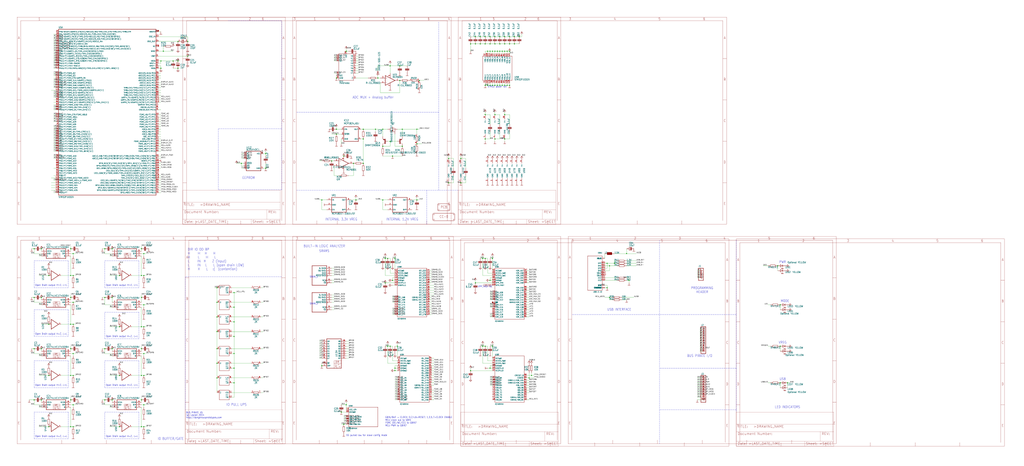
<source format=kicad_sch>
(kicad_sch (version 20211123) (generator eeschema)
  (paper "User" 1066.8 485.546)
  (junction (at 147.32 259.08))
  (junction (at 147.32 444.5))
  (junction (at 525.78 38.1))
  (junction (at 398.78 152.4))
  (junction (at 510.54 45.72))
  (junction (at 124.46 444.5))
  (junction (at 513.08 53.34))
  (junction (at 76.2 391.16))
  (junction (at 378.46 170.18))
  (junction (at 505.46 88.9))
  (junction (at 109.22 416.56))
  (junction (at 149.86 444.5))
  (junction (at 515.62 53.34))
  (junction (at 50.8 391.16))
  (junction (at 525.78 88.9))
  (junction (at 520.7 45.72))
  (junction (at 243.84 368.3))
  (junction (at 490.22 386.08))
  (junction (at 149.86 421.64))
  (junction (at 76.2 444.5))
  (junction (at 147.32 287.02))
  (junction (at 401.32 269.24))
  (junction (at 147.32 340.36))
  (junction (at 500.38 38.1))
  (junction (at 185.42 71.12))
  (junction (at 408.94 292.1))
  (junction (at 535.94 45.72))
  (junction (at 411.48 269.24))
  (junction (at 76.2 337.82))
  (junction (at 502.92 360.68))
  (junction (at 73.66 337.82))
  (junction (at 812.8 398.78))
  (junction (at 73.66 444.5))
  (junction (at 360.68 53.34))
  (junction (at 276.86 160.02))
  (junction (at 226.06 299.72))
  (junction (at 185.42 63.5))
  (junction (at 43.18 309.88))
  (junction (at 345.44 167.64))
  (junction (at 513.08 360.68))
  (junction (at 525.78 53.34))
  (junction (at 510.54 383.54))
  (junction (at 635 309.88))
  (junction (at 43.18 259.08))
  (junction (at 185.42 43.18))
  (junction (at 393.7 81.28))
  (junction (at 434.34 149.86))
  (junction (at 195.58 58.42))
  (junction (at 419.1 134.62))
  (junction (at 124.46 340.36))
  (junction (at 520.7 88.9))
  (junction (at 35.56 416.56))
  (junction (at 513.08 269.24))
  (junction (at 495.3 38.1))
  (junction (at 505.46 144.78))
  (junction (at 243.84 383.54))
  (junction (at 243.84 304.8))
  (junction (at 226.06 345.44))
  (junction (at 116.84 416.56))
  (junction (at 360.68 421.64))
  (junction (at 350.52 81.28))
  (junction (at 243.84 398.78))
  (junction (at 632.46 299.72))
  (junction (at 510.54 38.1))
  (junction (at 170.18 53.34))
  (junction (at 508 88.9))
  (junction (at 35.56 363.22))
  (junction (at 76.2 368.3))
  (junction (at 515.62 88.9))
  (junction (at 243.84 335.28))
  (junction (at 276.86 175.26))
  (junction (at 810.26 276.86))
  (junction (at 358.14 162.56))
  (junction (at 50.8 287.02))
  (junction (at 226.06 330.2))
  (junction (at 391.16 134.62))
  (junction (at 505.46 45.72))
  (junction (at 535.94 38.1))
  (junction (at 73.66 259.08))
  (junction (at 335.28 208.28))
  (junction (at 35.56 309.88))
  (junction (at 632.46 274.32))
  (junction (at 419.1 152.4))
  (junction (at 195.58 43.18))
  (junction (at 355.6 429.26))
  (junction (at 109.22 309.88))
  (junction (at 530.86 38.1))
  (junction (at 490.22 45.72))
  (junction (at 73.66 416.56))
  (junction (at 226.06 393.7))
  (junction (at 505.46 38.1))
  (junction (at 416.56 68.58))
  (junction (at 414.02 360.68))
  (junction (at 226.06 378.46))
  (junction (at 76.2 314.96))
  (junction (at 368.3 170.18))
  (junction (at 510.54 53.34))
  (junction (at 406.4 68.58))
  (junction (at 515.62 119.38))
  (junction (at 116.84 259.08))
  (junction (at 109.22 363.22))
  (junction (at 350.52 134.62))
  (junction (at 820.42 398.78))
  (junction (at 378.46 134.62))
  (junction (at 416.56 83.82))
  (junction (at 505.46 360.68))
  (junction (at 408.94 162.56))
  (junction (at 518.16 88.9))
  (junction (at 398.78 134.62))
  (junction (at 528.32 88.9))
  (junction (at 76.2 421.64))
  (junction (at 124.46 287.02))
  (junction (at 378.46 144.78))
  (junction (at 124.46 391.16))
  (junction (at 525.78 144.78))
  (junction (at 116.84 309.88))
  (junction (at 480.06 165.1))
  (junction (at 640.08 274.32))
  (junction (at 530.86 45.72))
  (junction (at 812.8 317.5))
  (junction (at 525.78 119.38))
  (junction (at 226.06 363.22))
  (junction (at 403.86 269.24))
  (junction (at 505.46 119.38))
  (junction (at 515.62 45.72))
  (junction (at 76.2 287.02))
  (junction (at 147.32 309.88))
  (junction (at 530.86 53.34))
  (junction (at 109.22 259.08))
  (junction (at 480.06 190.5))
  (junction (at 73.66 363.22))
  (junction (at 226.06 314.96))
  (junction (at 147.32 391.16))
  (junction (at 655.32 292.1))
  (junction (at 398.78 208.28))
  (junction (at 406.4 147.32))
  (junction (at 76.2 264.16))
  (junction (at 147.32 416.56))
  (junction (at 434.34 208.28))
  (junction (at 518.16 53.34))
  (junction (at 73.66 309.88))
  (junction (at 401.32 294.64))
  (junction (at 149.86 368.3))
  (junction (at 50.8 337.82))
  (junction (at 523.24 88.9))
  (junction (at 50.8 444.5))
  (junction (at 635 276.86))
  (junction (at 525.78 45.72))
  (junction (at 505.46 269.24))
  (junction (at 520.7 53.34))
  (junction (at 243.84 350.52))
  (junction (at 43.18 363.22))
  (junction (at 495.3 45.72))
  (junction (at 508 53.34))
  (junction (at 35.56 259.08))
  (junction (at 167.64 63.5))
  (junction (at 541.02 38.1))
  (junction (at 411.48 386.08))
  (junction (at 149.86 391.16))
  (junction (at 515.62 38.1))
  (junction (at 502.92 269.24))
  (junction (at 149.86 340.36))
  (junction (at 350.52 139.7))
  (junction (at 510.54 292.1))
  (junction (at 180.34 63.5))
  (junction (at 500.38 45.72))
  (junction (at 167.64 71.12))
  (junction (at 515.62 144.78))
  (junction (at 149.86 287.02))
  (junction (at 551.18 393.7))
  (junction (at 358.14 441.96))
  (junction (at 116.84 363.22))
  (junction (at 43.18 416.56))
  (junction (at 73.66 391.16))
  (junction (at 243.84 320.04))
  (junction (at 73.66 287.02))
  (junction (at 530.86 88.9))
  (junction (at 652.78 264.16))
  (junction (at 528.32 53.34))
  (junction (at 513.08 88.9))
  (junction (at 411.48 383.54))
  (junction (at 403.86 360.68))
  (junction (at 149.86 317.5))
  (junction (at 520.7 38.1))
  (junction (at 147.32 363.22))
  (junction (at 406.4 360.68))
  (junction (at 436.88 83.82))
  (junction (at 510.54 88.9))
  (junction (at 553.72 391.16))
  (junction (at 523.24 53.34))
  (junction (at 467.36 190.5))
  (junction (at 812.8 360.68))
  (junction (at 495.3 294.64))
  (junction (at 370.84 208.28))
  (junction (at 434.34 134.62))
  (junction (at 335.28 381))
  (junction (at 149.86 264.16))
  (junction (at 467.36 165.1))
  (junction (at 251.46 170.18))
  (wire (pts (xy 802.64 360.68) (xy 800.1 360.68)))
  (polyline (pts (xy 767.08 250.19) (xy 767.08 383.54)))
  (polyline (pts (xy 71.12 322.58) (xy 71.12 350.52)))
  (wire (pts (xy 505.46 88.9) (xy 508 88.9)))
  (wire (pts (xy 378.46 134.62) (xy 391.16 134.62)))
  (wire (pts (xy 73.66 365.76) (xy 73.66 363.22)))
  (wire (pts (xy 355.6 429.26) (xy 360.68 429.26)))
  (wire (pts (xy 345.44 320.04) (xy 347.98 320.04)))
  (wire (pts (xy 243.84 368.3) (xy 243.84 350.52)))
  (wire (pts (xy 58.42 91.44) (xy 55.88 91.44)))
  (wire (pts (xy 243.84 320.04) (xy 243.84 304.8)))
  (wire (pts (xy 345.44 292.1) (xy 347.98 292.1)))
  (wire (pts (xy 812.8 360.68) (xy 812.8 365.76)))
  (wire (pts (xy 345.44 307.34) (xy 347.98 307.34)))
  (wire (pts (xy 58.42 187.96) (xy 55.88 187.96)))
  (wire (pts (xy 495.3 45.72) (xy 490.22 45.72)))
  (wire (pts (xy 513.08 398.78) (xy 510.54 398.78)))
  (polyline (pts (xy 293.37 134.112) (xy 293.37 113.792)))
  (wire (pts (xy 513.08 330.2) (xy 510.54 330.2)))
  (polyline (pts (xy 227.584 197.866) (xy 293.37 197.866)))
  (wire (pts (xy 505.46 88.9) (xy 505.46 86.36)))
  (wire (pts (xy 241.3 335.28) (xy 243.84 335.28)))
  (wire (pts (xy 401.32 269.24) (xy 398.78 269.24)))
  (wire (pts (xy 370.84 81.28) (xy 383.54 81.28)))
  (wire (pts (xy 447.04 294.64) (xy 449.58 294.64)))
  (wire (pts (xy 43.18 416.56) (xy 43.18 419.1)))
  (wire (pts (xy 543.56 38.1) (xy 541.02 38.1)))
  (wire (pts (xy 436.88 83.82) (xy 441.96 83.82)))
  (wire (pts (xy 147.32 261.62) (xy 147.32 259.08)))
  (wire (pts (xy 116.84 320.04) (xy 114.3 320.04)))
  (wire (pts (xy 449.58 398.78) (xy 452.12 398.78)))
  (wire (pts (xy 58.42 144.78) (xy 55.88 144.78)))
  (wire (pts (xy 548.64 287.02) (xy 551.18 287.02)))
  (wire (pts (xy 58.42 111.76) (xy 55.88 111.76)))
  (wire (pts (xy 165.1 43.18) (xy 185.42 43.18)))
  (wire (pts (xy 541.02 45.72) (xy 535.94 45.72)))
  (wire (pts (xy 58.42 76.2) (xy 55.88 76.2)))
  (wire (pts (xy 820.42 398.78) (xy 820.42 403.86)))
  (wire (pts (xy 449.58 414.02) (xy 452.12 414.02)))
  (wire (pts (xy 472.44 165.1) (xy 472.44 175.26)))
  (wire (pts (xy 76.2 444.5) (xy 78.74 444.5)))
  (wire (pts (xy 63.5 444.5) (xy 73.66 444.5)))
  (wire (pts (xy 505.46 269.24) (xy 502.92 269.24)))
  (wire (pts (xy 116.84 370.84) (xy 114.3 370.84)))
  (polyline (pts (xy 144.78 353.06) (xy 109.22 353.06)))
  (wire (pts (xy 508 269.24) (xy 505.46 269.24)))
  (wire (pts (xy 226.06 393.7) (xy 226.06 378.46)))
  (wire (pts (xy 254 175.26) (xy 251.46 175.26)))
  (wire (pts (xy 505.46 144.78) (xy 510.54 144.78)))
  (wire (pts (xy 58.42 88.9) (xy 55.88 88.9)))
  (wire (pts (xy 548.64 292.1) (xy 551.18 292.1)))
  (wire (pts (xy 525.78 88.9) (xy 528.32 88.9)))
  (wire (pts (xy 58.42 190.5) (xy 53.34 190.5)))
  (wire (pts (xy 254 160.02) (xy 251.46 160.02)))
  (wire (pts (xy 530.86 55.88) (xy 530.86 53.34)))
  (wire (pts (xy 370.84 58.42) (xy 373.38 58.42)))
  (wire (pts (xy 165.1 58.42) (xy 195.58 58.42)))
  (wire (pts (xy 515.62 86.36) (xy 515.62 88.9)))
  (wire (pts (xy 406.4 152.4) (xy 406.4 147.32)))
  (polyline (pts (xy 109.22 429.26) (xy 144.78 429.26)))
  (wire (pts (xy 345.44 279.4) (xy 347.98 279.4)))
  (wire (pts (xy 58.42 137.16) (xy 55.88 137.16)))
  (wire (pts (xy 485.14 165.1) (xy 485.14 175.26)))
  (wire (pts (xy 363.22 182.88) (xy 368.3 182.88)))
  (wire (pts (xy 58.42 195.58) (xy 53.34 195.58)))
  (wire (pts (xy 109.22 363.22) (xy 109.22 368.3)))
  (wire (pts (xy 513.08 281.94) (xy 513.08 269.24)))
  (wire (pts (xy 109.22 368.3) (xy 116.84 368.3)))
  (wire (pts (xy 43.18 424.18) (xy 40.64 424.18)))
  (wire (pts (xy 147.32 309.88) (xy 147.32 307.34)))
  (wire (pts (xy 495.3 292.1) (xy 495.3 294.64)))
  (wire (pts (xy 449.58 375.92) (xy 452.12 375.92)))
  (wire (pts (xy 447.04 297.18) (xy 452.12 297.18)))
  (wire (pts (xy 345.44 287.02) (xy 347.98 287.02)))
  (wire (pts (xy 480.06 165.1) (xy 485.14 165.1)))
  (wire (pts (xy 149.86 266.7) (xy 149.86 264.16)))
  (wire (pts (xy 261.62 299.72) (xy 241.3 299.72)))
  (polyline (pts (xy 144.78 299.72) (xy 109.22 299.72)))
  (wire (pts (xy 629.92 297.18) (xy 632.46 297.18)))
  (wire (pts (xy 165.1 106.68) (xy 167.64 106.68)))
  (wire (pts (xy 642.62 289.56) (xy 629.92 289.56)))
  (wire (pts (xy 508 360.68) (xy 505.46 360.68)))
  (wire (pts (xy 414.02 373.38) (xy 414.02 360.68)))
  (wire (pts (xy 513.08 289.56) (xy 510.54 289.56)))
  (wire (pts (xy 640.08 274.32) (xy 640.08 271.78)))
  (wire (pts (xy 370.84 73.66) (xy 373.38 73.66)))
  (wire (pts (xy 467.36 165.1) (xy 472.44 165.1)))
  (wire (pts (xy 76.2 314.96) (xy 78.74 314.96)))
  (wire (pts (xy 370.84 208.28) (xy 373.38 208.28)))
  (wire (pts (xy 510.54 119.38) (xy 510.54 129.54)))
  (wire (pts (xy 632.46 279.4) (xy 632.46 274.32)))
  (wire (pts (xy 520.7 38.1) (xy 525.78 38.1)))
  (wire (pts (xy 548.64 312.42) (xy 551.18 312.42)))
  (wire (pts (xy 58.42 35.56) (xy 55.88 35.56)))
  (wire (pts (xy 50.8 444.5) (xy 40.64 444.5)))
  (wire (pts (xy 508 55.88) (xy 508 53.34)))
  (wire (pts (xy 58.42 185.42) (xy 53.34 185.42)))
  (wire (pts (xy 510.54 88.9) (xy 513.08 88.9)))
  (wire (pts (xy 500.38 45.72) (xy 495.3 45.72)))
  (wire (pts (xy 635 276.86) (xy 642.62 276.86)))
  (wire (pts (xy 147.32 363.22) (xy 147.32 360.68)))
  (wire (pts (xy 58.42 200.66) (xy 55.88 200.66)))
  (wire (pts (xy 467.36 162.56) (xy 467.36 165.1)))
  (wire (pts (xy 147.32 266.7) (xy 147.32 287.02)))
  (wire (pts (xy 167.64 68.58) (xy 167.64 71.12)))
  (wire (pts (xy 513.08 269.24) (xy 513.08 266.7)))
  (wire (pts (xy 449.58 408.94) (xy 452.12 408.94)))
  (wire (pts (xy 254 162.56) (xy 251.46 162.56)))
  (wire (pts (xy 58.42 139.7) (xy 55.88 139.7)))
  (wire (pts (xy 535.94 45.72) (xy 530.86 45.72)))
  (polyline (pts (xy 144.78 403.86) (xy 109.22 403.86)))
  (wire (pts (xy 449.58 391.16) (xy 452.12 391.16)))
  (wire (pts (xy 510.54 53.34) (xy 508 53.34)))
  (wire (pts (xy 414.02 398.78) (xy 411.48 398.78)))
  (wire (pts (xy 543.56 38.1) (xy 543.56 35.56)))
  (wire (pts (xy 505.46 38.1) (xy 510.54 38.1)))
  (wire (pts (xy 147.32 391.16) (xy 149.86 391.16)))
  (wire (pts (xy 528.32 53.34) (xy 525.78 53.34)))
  (wire (pts (xy 553.72 391.16) (xy 556.26 391.16)))
  (wire (pts (xy 35.56 421.64) (xy 43.18 421.64)))
  (wire (pts (xy 398.78 208.28) (xy 396.24 208.28)))
  (polyline (pts (xy 35.56 271.78) (xy 71.12 271.78)))
  (wire (pts (xy 165.1 195.58) (xy 167.64 195.58)))
  (wire (pts (xy 403.86 269.24) (xy 401.32 269.24)))
  (wire (pts (xy 515.62 119.38) (xy 520.7 119.38)))
  (wire (pts (xy 525.78 86.36) (xy 525.78 88.9)))
  (wire (pts (xy 58.42 121.92) (xy 55.88 121.92)))
  (wire (pts (xy 411.48 269.24) (xy 411.48 281.94)))
  (wire (pts (xy 254 165.1) (xy 251.46 165.1)))
  (wire (pts (xy 406.4 68.58) (xy 406.4 66.04)))
  (wire (pts (xy 165.1 124.46) (xy 167.64 124.46)))
  (wire (pts (xy 335.28 378.46) (xy 335.28 381)))
  (wire (pts (xy 508 284.48) (xy 508 269.24)))
  (wire (pts (xy 360.68 434.34) (xy 358.14 434.34)))
  (wire (pts (xy 548.64 327.66) (xy 551.18 327.66)))
  (wire (pts (xy 58.42 106.68) (xy 55.88 106.68)))
  (wire (pts (xy 335.28 373.38) (xy 332.74 373.38)))
  (wire (pts (xy 109.22 259.08) (xy 106.68 259.08)))
  (wire (pts (xy 548.64 398.78) (xy 551.18 398.78)))
  (wire (pts (xy 165.1 81.28) (xy 167.64 81.28)))
  (wire (pts (xy 502.92 266.7) (xy 502.92 269.24)))
  (polyline (pts (xy 293.37 197.866) (xy 293.37 134.112)))
  (wire (pts (xy 370.84 66.04) (xy 373.38 66.04)))
  (wire (pts (xy 360.68 373.38) (xy 363.22 373.38)))
  (wire (pts (xy 652.78 312.42) (xy 647.7 312.42)))
  (wire (pts (xy 360.68 368.3) (xy 363.22 368.3)))
  (wire (pts (xy 449.58 388.62) (xy 452.12 388.62)))
  (wire (pts (xy 548.64 284.48) (xy 551.18 284.48)))
  (wire (pts (xy 360.68 363.22) (xy 363.22 363.22)))
  (wire (pts (xy 360.68 360.68) (xy 363.22 360.68)))
  (wire (pts (xy 414.02 383.54) (xy 411.48 383.54)))
  (wire (pts (xy 502.92 360.68) (xy 500.38 360.68)))
  (wire (pts (xy 728.98 284.48) (xy 726.44 284.48)))
  (polyline (pts (xy 144.78 325.12) (xy 144.78 353.06)))
  (wire (pts (xy 241.3 398.78) (xy 243.84 398.78)))
  (wire (pts (xy 271.78 363.22) (xy 274.32 363.22)))
  (wire (pts (xy 345.44 314.96) (xy 347.98 314.96)))
  (wire (pts (xy 411.48 292.1) (xy 408.94 292.1)))
  (wire (pts (xy 508 53.34) (xy 505.46 53.34)))
  (wire (pts (xy 124.46 340.36) (xy 114.3 340.36)))
  (wire (pts (xy 802.64 317.5) (xy 800.1 317.5)))
  (wire (pts (xy 116.84 424.18) (xy 114.3 424.18)))
  (wire (pts (xy 73.66 421.64) (xy 76.2 421.64)))
  (wire (pts (xy 58.42 154.94) (xy 55.88 154.94)))
  (wire (pts (xy 58.42 71.12) (xy 55.88 71.12)))
  (wire (pts (xy 548.64 391.16) (xy 553.72 391.16)))
  (wire (pts (xy 63.5 391.16) (xy 73.66 391.16)))
  (wire (pts (xy 226.06 299.72) (xy 223.52 299.72)))
  (wire (pts (xy 525.78 144.78) (xy 525.78 147.32)))
  (wire (pts (xy 485.14 190.5) (xy 485.14 182.88)))
  (wire (pts (xy 629.92 264.16) (xy 629.92 269.24)))
  (wire (pts (xy 165.1 132.08) (xy 167.64 132.08)))
  (wire (pts (xy 513.08 393.7) (xy 510.54 393.7)))
  (wire (pts (xy 58.42 149.86) (xy 55.88 149.86)))
  (wire (pts (xy 548.64 403.86) (xy 551.18 403.86)))
  (wire (pts (xy 241.3 320.04) (xy 243.84 320.04)))
  (wire (pts (xy 513.08 294.64) (xy 495.3 294.64)))
  (wire (pts (xy 165.1 137.16) (xy 167.64 137.16)))
  (wire (pts (xy 165.1 86.36) (xy 167.64 86.36)))
  (wire (pts (xy 73.66 368.3) (xy 76.2 368.3)))
  (wire (pts (xy 58.42 55.88) (xy 55.88 55.88)))
  (wire (pts (xy 167.64 63.5) (xy 180.34 63.5)))
  (wire (pts (xy 629.92 279.4) (xy 632.46 279.4)))
  (wire (pts (xy 58.42 63.5) (xy 55.88 63.5)))
  (wire (pts (xy 30.48 416.56) (xy 35.56 416.56)))
  (wire (pts (xy 502.92 287.02) (xy 502.92 269.24)))
  (wire (pts (xy 513.08 55.88) (xy 513.08 53.34)))
  (wire (pts (xy 147.32 314.96) (xy 147.32 309.88)))
  (polyline (pts (xy 687.07 250.19) (xy 687.07 426.72)))
  (wire (pts (xy 50.8 287.02) (xy 40.64 287.02)))
  (wire (pts (xy 548.64 322.58) (xy 551.18 322.58)))
  (wire (pts (xy 226.06 330.2) (xy 226.06 314.96)))
  (wire (pts (xy 276.86 170.18) (xy 276.86 175.26)))
  (wire (pts (xy 411.48 294.64) (xy 401.32 294.64)))
  (polyline (pts (xy 109.22 325.12) (xy 144.78 325.12)))
  (wire (pts (xy 447.04 320.04) (xy 449.58 320.04)))
  (wire (pts (xy 548.64 294.64) (xy 551.18 294.64)))
  (wire (pts (xy 652.78 292.1) (xy 655.32 292.1)))
  (wire (pts (xy 360.68 358.14) (xy 363.22 358.14)))
  (wire (pts (xy 525.78 53.34) (xy 523.24 53.34)))
  (wire (pts (xy 165.1 182.88) (xy 167.64 182.88)))
  (wire (pts (xy 548.64 401.32) (xy 551.18 401.32)))
  (wire (pts (xy 429.26 208.28) (xy 434.34 208.28)))
  (wire (pts (xy 525.78 144.78) (xy 530.86 144.78)))
  (wire (pts (xy 58.42 101.6) (xy 55.88 101.6)))
  (wire (pts (xy 226.06 314.96) (xy 226.06 299.72)))
  (polyline (pts (xy 35.56 403.86) (xy 35.56 375.92)))
  (wire (pts (xy 528.32 86.36) (xy 528.32 88.9)))
  (wire (pts (xy 411.48 287.02) (xy 401.32 287.02)))
  (wire (pts (xy 449.58 386.08) (xy 452.12 386.08)))
  (wire (pts (xy 510.54 289.56) (xy 510.54 292.1)))
  (wire (pts (xy 73.66 261.62) (xy 73.66 259.08)))
  (wire (pts (xy 241.3 350.52) (xy 243.84 350.52)))
  (wire (pts (xy 363.22 53.34) (xy 360.68 53.34)))
  (wire (pts (xy 513.08 378.46) (xy 502.92 378.46)))
  (wire (pts (xy 73.66 266.7) (xy 73.66 287.02)))
  (wire (pts (xy 165.1 154.94) (xy 167.64 154.94)))
  (polyline (pts (xy 71.12 271.78) (xy 71.12 299.72)))
  (wire (pts (xy 149.86 264.16) (xy 152.4 264.16)))
  (wire (pts (xy 350.52 78.74) (xy 350.52 81.28)))
  (wire (pts (xy 241.3 383.54) (xy 243.84 383.54)))
  (polyline (pts (xy 35.56 322.58) (xy 71.12 322.58)))
  (wire (pts (xy 147.32 416.56) (xy 147.32 414.02)))
  (wire (pts (xy 414.02 408.94) (xy 411.48 408.94)))
  (wire (pts (xy 73.66 424.18) (xy 73.66 444.5)))
  (wire (pts (xy 360.68 436.88) (xy 358.14 436.88)))
  (polyline (pts (xy 144.78 375.92) (xy 144.78 403.86)))
  (polyline (pts (xy 71.12 375.92) (xy 71.12 403.86)))
  (wire (pts (xy 403.86 378.46) (xy 403.86 360.68)))
  (wire (pts (xy 251.46 172.72) (xy 251.46 170.18)))
  (wire (pts (xy 50.8 391.16) (xy 40.64 391.16)))
  (wire (pts (xy 508 88.9) (xy 510.54 88.9)))
  (wire (pts (xy 434.34 205.74) (xy 434.34 208.28)))
  (wire (pts (xy 58.42 132.08) (xy 55.88 132.08)))
  (wire (pts (xy 449.58 378.46) (xy 452.12 378.46)))
  (wire (pts (xy 535.94 38.1) (xy 541.02 38.1)))
  (wire (pts (xy 505.46 360.68) (xy 502.92 360.68)))
  (wire (pts (xy 731.52 360.68) (xy 728.98 360.68)))
  (wire (pts (xy 63.5 337.82) (xy 73.66 337.82)))
  (wire (pts (xy 406.4 360.68) (xy 403.86 360.68)))
  (polyline (pts (xy 687.07 426.72) (xy 687.07 462.28)))
  (wire (pts (xy 411.48 322.58) (xy 408.94 322.58)))
  (wire (pts (xy 35.56 363.22) (xy 35.56 368.3)))
  (wire (pts (xy 795.02 276.86) (xy 800.1 276.86)))
  (wire (pts (xy 391.16 134.62) (xy 398.78 134.62)))
  (wire (pts (xy 731.52 414.02) (xy 726.44 414.02)))
  (wire (pts (xy 528.32 88.9) (xy 530.86 88.9)))
  (polyline (pts (xy 109.22 271.78) (xy 144.78 271.78)))
  (wire (pts (xy 731.52 342.9) (xy 728.98 342.9)))
  (wire (pts (xy 165.1 175.26) (xy 167.64 175.26)))
  (wire (pts (xy 124.46 391.16) (xy 114.3 391.16)))
  (wire (pts (xy 652.78 289.56) (xy 655.32 289.56)))
  (wire (pts (xy 347.98 172.72) (xy 347.98 182.88)))
  (wire (pts (xy 226.06 345.44) (xy 226.06 330.2)))
  (wire (pts (xy 414.02 134.62) (xy 419.1 134.62)))
  (wire (pts (xy 165.1 88.9) (xy 167.64 88.9)))
  (wire (pts (xy 58.42 40.64) (xy 55.88 40.64)))
  (polyline (pts (xy 109.22 457.2) (xy 109.22 429.26)))
  (wire (pts (xy 515.62 53.34) (xy 513.08 53.34)))
  (wire (pts (xy 728.98 281.94) (xy 726.44 281.94)))
  (wire (pts (xy 508 383.54) (xy 510.54 383.54)))
  (wire (pts (xy 165.1 157.48) (xy 167.64 157.48)))
  (wire (pts (xy 411.48 139.7) (xy 411.48 152.4)))
  (wire (pts (xy 116.84 416.56) (xy 116.84 419.1)))
  (polyline (pts (xy 767.08 426.72) (xy 687.07 426.72)))
  (wire (pts (xy 147.32 365.76) (xy 147.32 363.22)))
  (wire (pts (xy 378.46 144.78) (xy 378.46 170.18)))
  (wire (pts (xy 149.86 368.3) (xy 149.86 370.84)))
  (wire (pts (xy 226.06 408.94) (xy 226.06 393.7)))
  (wire (pts (xy 414.02 416.56) (xy 411.48 416.56)))
  (wire (pts (xy 58.42 83.82) (xy 55.88 83.82)))
  (wire (pts (xy 447.04 299.72) (xy 452.12 299.72)))
  (wire (pts (xy 167.64 66.04) (xy 167.64 63.5)))
  (wire (pts (xy 500.38 38.1) (xy 505.46 38.1)))
  (wire (pts (xy 261.62 330.2) (xy 241.3 330.2)))
  (wire (pts (xy 58.42 38.1) (xy 55.88 38.1)))
  (polyline (pts (xy 109.22 353.06) (xy 109.22 325.12)))
  (wire (pts (xy 553.72 388.62) (xy 553.72 391.16)))
  (polyline (pts (xy 71.12 457.2) (xy 35.56 457.2)))
  (polyline (pts (xy 35.56 429.26) (xy 71.12 429.26)))
  (wire (pts (xy 165.1 96.52) (xy 167.64 96.52)))
  (wire (pts (xy 467.36 190.5) (xy 472.44 190.5)))
  (wire (pts (xy 548.64 299.72) (xy 551.18 299.72)))
  (wire (pts (xy 629.92 299.72) (xy 632.46 299.72)))
  (wire (pts (xy 513.08 375.92) (xy 508 375.92)))
  (wire (pts (xy 419.1 142.24) (xy 419.1 134.62)))
  (wire (pts (xy 58.42 162.56) (xy 55.88 162.56)))
  (wire (pts (xy 345.44 312.42) (xy 347.98 312.42)))
  (wire (pts (xy 76.2 368.3) (xy 78.74 368.3)))
  (wire (pts (xy 530.86 119.38) (xy 530.86 129.54)))
  (wire (pts (xy 434.34 208.28) (xy 436.88 208.28)))
  (wire (pts (xy 548.64 304.8) (xy 551.18 304.8)))
  (wire (pts (xy 812.8 398.78) (xy 812.8 403.86)))
  (wire (pts (xy 165.1 198.12) (xy 167.64 198.12)))
  (wire (pts (xy 58.42 86.36) (xy 55.88 86.36)))
  (wire (pts (xy 73.66 416.56) (xy 73.66 414.02)))
  (wire (pts (xy 414.02 375.92) (xy 408.94 375.92)))
  (polyline (pts (xy 109.22 299.72) (xy 109.22 271.78)))
  (wire (pts (xy 403.86 360.68) (xy 401.32 360.68)))
  (wire (pts (xy 548.64 317.5) (xy 551.18 317.5)))
  (wire (pts (xy 360.68 439.42) (xy 358.14 439.42)))
  (wire (pts (xy 513.08 86.36) (xy 513.08 88.9)))
  (wire (pts (xy 116.84 259.08) (xy 116.84 261.62)))
  (wire (pts (xy 335.28 368.3) (xy 332.74 368.3)))
  (wire (pts (xy 629.92 276.86) (xy 635 276.86)))
  (wire (pts (xy 447.04 307.34) (xy 452.12 307.34)))
  (wire (pts (xy 508 86.36) (xy 508 88.9)))
  (wire (pts (xy 414.02 403.86) (xy 411.48 403.86)))
  (wire (pts (xy 447.04 302.26) (xy 452.12 302.26)))
  (wire (pts (xy 360.68 426.72) (xy 360.68 421.64)))
  (polyline (pts (xy 767.08 426.72) (xy 767.08 429.26)))
  (wire (pts (xy 447.04 281.94) (xy 449.58 281.94)))
  (wire (pts (xy 502.92 269.24) (xy 500.38 269.24)))
  (polyline (pts (xy 293.37 21.59) (xy 237.744 21.59)))
  (wire (pts (xy 375.92 134.62) (xy 378.46 134.62)))
  (wire (pts (xy 165.1 187.96) (xy 167.64 187.96)))
  (wire (pts (xy 335.28 370.84) (xy 332.74 370.84)))
  (wire (pts (xy 350.52 60.96) (xy 347.98 60.96)))
  (wire (pts (xy 335.28 363.22) (xy 332.74 363.22)))
  (wire (pts (xy 548.64 406.4) (xy 551.18 406.4)))
  (wire (pts (xy 165.1 114.3) (xy 167.64 114.3)))
  (wire (pts (xy 414.02 386.08) (xy 411.48 386.08)))
  (wire (pts (xy 368.3 182.88) (xy 368.3 170.18)))
  (wire (pts (xy 513.08 396.24) (xy 510.54 396.24)))
  (wire (pts (xy 58.42 147.32) (xy 55.88 147.32)))
  (polyline (pts (xy 71.12 429.26) (xy 71.12 457.2)))
  (polyline (pts (xy 71.12 403.86) (xy 35.56 403.86)))
  (wire (pts (xy 35.56 363.22) (xy 33.02 363.22)))
  (wire (pts (xy 548.64 307.34) (xy 551.18 307.34)))
  (wire (pts (xy 355.6 149.86) (xy 355.6 144.78)))
  (wire (pts (xy 370.84 60.96) (xy 373.38 60.96)))
  (wire (pts (xy 447.04 317.5) (xy 449.58 317.5)))
  (polyline (pts (xy 444.5 198.12) (xy 444.5 233.68)))
  (wire (pts (xy 58.42 81.28) (xy 55.88 81.28)))
  (wire (pts (xy 530.86 38.1) (xy 535.94 38.1)))
  (wire (pts (xy 76.2 337.82) (xy 78.74 337.82)))
  (wire (pts (xy 147.32 317.5) (xy 149.86 317.5)))
  (wire (pts (xy 109.22 309.88) (xy 109.22 317.5)))
  (wire (pts (xy 513.08 53.34) (xy 510.54 53.34)))
  (wire (pts (xy 731.52 411.48) (xy 726.44 411.48)))
  (wire (pts (xy 73.66 363.22) (xy 73.66 360.68)))
  (wire (pts (xy 58.42 53.34) (xy 55.88 53.34)))
  (wire (pts (xy 513.08 317.5) (xy 510.54 317.5)))
  (wire (pts (xy 411.48 297.18) (xy 408.94 297.18)))
  (wire (pts (xy 411.48 360.68) (xy 414.02 360.68)))
  (wire (pts (xy 109.22 416.56) (xy 109.22 421.64)))
  (wire (pts (xy 109.22 421.64) (xy 116.84 421.64)))
  (wire (pts (xy 43.18 266.7) (xy 40.64 266.7)))
  (wire (pts (xy 800.1 398.78) (xy 802.64 398.78)))
  (wire (pts (xy 393.7 81.28) (xy 396.24 81.28)))
  (polyline (pts (xy 227.584 134.112) (xy 227.584 197.866)))
  (wire (pts (xy 147.32 287.02) (xy 149.86 287.02)))
  (wire (pts (xy 170.18 53.34) (xy 165.1 53.34)))
  (wire (pts (xy 731.52 353.06) (xy 728.98 353.06)))
  (wire (pts (xy 447.04 325.12) (xy 449.58 325.12)))
  (wire (pts (xy 731.52 365.76) (xy 728.98 365.76)))
  (polyline (pts (xy 293.37 113.792) (xy 293.37 76.708)))
  (wire (pts (xy 416.56 68.58) (xy 424.18 68.58)))
  (wire (pts (xy 350.52 76.2) (xy 347.98 76.2)))
  (wire (pts (xy 147.32 259.08) (xy 147.32 256.54)))
  (wire (pts (xy 165.1 200.66) (xy 167.64 200.66)))
  (wire (pts (xy 58.42 182.88) (xy 55.88 182.88)))
  (wire (pts (xy 731.52 396.24) (xy 726.44 396.24)))
  (wire (pts (xy 731.52 403.86) (xy 726.44 403.86)))
  (wire (pts (xy 447.04 322.58) (xy 449.58 322.58)))
  (wire (pts (xy 449.58 396.24) (xy 452.12 396.24)))
  (wire (pts (xy 165.1 142.24) (xy 167.64 142.24)))
  (wire (pts (xy 165.1 78.74) (xy 167.64 78.74)))
  (wire (pts (xy 243.84 350.52) (xy 243.84 335.28)))
  (wire (pts (xy 271.78 330.2) (xy 274.32 330.2)))
  (wire (pts (xy 124.46 287.02) (xy 114.3 287.02)))
  (wire (pts (xy 335.28 218.44) (xy 335.28 208.28)))
  (wire (pts (xy 414.02 406.4) (xy 411.48 406.4)))
  (wire (pts (xy 58.42 165.1) (xy 55.88 165.1)))
  (wire (pts (xy 58.42 58.42) (xy 55.88 58.42)))
  (wire (pts (xy 635 281.94) (xy 635 276.86)))
  (wire (pts (xy 73.66 391.16) (xy 76.2 391.16)))
  (wire (pts (xy 165.1 119.38) (xy 167.64 119.38)))
  (wire (pts (xy 58.42 68.58) (xy 55.88 68.58)))
  (wire (pts (xy 58.42 114.3) (xy 55.88 114.3)))
  (polyline (pts (xy 109.22 403.86) (xy 109.22 375.92)))
  (wire (pts (xy 106.68 416.56) (xy 109.22 416.56)))
  (wire (pts (xy 406.4 68.58) (xy 406.4 76.2)))
  (wire (pts (xy 370.84 63.5) (xy 373.38 63.5)))
  (polyline (pts (xy 35.56 299.72) (xy 35.56 271.78)))
  (wire (pts (xy 731.52 406.4) (xy 726.44 406.4)))
  (wire (pts (xy 490.22 386.08) (xy 490.22 383.54)))
  (wire (pts (xy 124.46 444.5) (xy 114.3 444.5)))
  (wire (pts (xy 510.54 86.36) (xy 510.54 88.9)))
  (wire (pts (xy 513.08 307.34) (xy 510.54 307.34)))
  (wire (pts (xy 335.28 360.68) (xy 332.74 360.68)))
  (wire (pts (xy 525.78 55.88) (xy 525.78 53.34)))
  (wire (pts (xy 243.84 335.28) (xy 243.84 320.04)))
  (wire (pts (xy 360.68 53.34) (xy 360.68 50.8)))
  (wire (pts (xy 35.56 368.3) (xy 43.18 368.3)))
  (wire (pts (xy 548.64 309.88) (xy 551.18 309.88)))
  (wire (pts (xy 370.84 71.12) (xy 373.38 71.12)))
  (wire (pts (xy 76.2 264.16) (xy 76.2 266.7)))
  (wire (pts (xy 447.04 309.88) (xy 449.58 309.88)))
  (wire (pts (xy 109.22 264.16) (xy 116.84 264.16)))
  (wire (pts (xy 414.02 360.68) (xy 414.02 358.14)))
  (wire (pts (xy 502.92 378.46) (xy 502.92 360.68)))
  (wire (pts (xy 165.1 190.5) (xy 167.64 190.5)))
  (wire (pts (xy 513.08 304.8) (xy 510.54 304.8)))
  (wire (pts (xy 76.2 391.16) (xy 78.74 391.16)))
  (wire (pts (xy 165.1 152.4) (xy 167.64 152.4)))
  (wire (pts (xy 434.34 149.86) (xy 439.42 149.86)))
  (polyline (pts (xy 293.37 76.708) (xy 293.37 21.59)))
  (wire (pts (xy 548.64 320.04) (xy 551.18 320.04)))
  (wire (pts (xy 335.28 355.6) (xy 332.74 355.6)))
  (wire (pts (xy 449.58 406.4) (xy 452.12 406.4)))
  (wire (pts (xy 58.42 127) (xy 55.88 127)))
  (wire (pts (xy 274.32 160.02) (xy 276.86 160.02)))
  (wire (pts (xy 345.44 284.48) (xy 347.98 284.48)))
  (wire (pts (xy 165.1 193.04) (xy 167.64 193.04)))
  (wire (pts (xy 165.1 144.78) (xy 167.64 144.78)))
  (wire (pts (xy 490.22 38.1) (xy 495.3 38.1)))
  (wire (pts (xy 731.52 393.7) (xy 726.44 393.7)))
  (wire (pts (xy 109.22 259.08) (xy 109.22 264.16)))
  (wire (pts (xy 137.16 287.02) (xy 147.32 287.02)))
  (wire (pts (xy 728.98 289.56) (xy 726.44 289.56)))
  (wire (pts (xy 513.08 320.04) (xy 510.54 320.04)))
  (wire (pts (xy 414.02 401.32) (xy 411.48 401.32)))
  (polyline (pts (xy 227.584 134.112) (xy 293.37 134.112)))
  (wire (pts (xy 447.04 287.02) (xy 449.58 287.02)))
  (wire (pts (xy 340.36 218.44) (xy 335.28 218.44)))
  (wire (pts (xy 360.68 365.76) (xy 363.22 365.76)))
  (wire (pts (xy 525.78 119.38) (xy 525.78 116.84)))
  (wire (pts (xy 355.6 421.64) (xy 360.68 421.64)))
  (wire (pts (xy 419.1 162.56) (xy 408.94 162.56)))
  (wire (pts (xy 637.54 312.42) (xy 635 312.42)))
  (wire (pts (xy 149.86 317.5) (xy 152.4 317.5)))
  (wire (pts (xy 165.1 91.44) (xy 167.64 91.44)))
  (wire (pts (xy 652.78 264.16) (xy 652.78 259.08)))
  (wire (pts (xy 731.52 347.98) (xy 728.98 347.98)))
  (wire (pts (xy 58.42 99.06) (xy 55.88 99.06)))
  (wire (pts (xy 147.32 421.64) (xy 149.86 421.64)))
  (wire (pts (xy 447.04 312.42) (xy 449.58 312.42)))
  (wire (pts (xy 520.7 88.9) (xy 523.24 88.9)))
  (wire (pts (xy 530.86 144.78) (xy 530.86 137.16)))
  (wire (pts (xy 165.1 101.6) (xy 167.64 101.6)))
  (wire (pts (xy 480.06 162.56) (xy 480.06 165.1)))
  (wire (pts (xy 518.16 53.34) (xy 515.62 53.34)))
  (wire (pts (xy 520.7 53.34) (xy 518.16 53.34)))
  (wire (pts (xy 652.78 274.32) (xy 662.94 274.32)))
  (wire (pts (xy 58.42 124.46) (xy 55.88 124.46)))
  (wire (pts (xy 528.32 55.88) (xy 528.32 53.34)))
  (wire (pts (xy 149.86 421.64) (xy 152.4 421.64)))
  (wire (pts (xy 652.78 276.86) (xy 662.94 276.86)))
  (wire (pts (xy 731.52 355.6) (xy 728.98 355.6)))
  (wire (pts (xy 345.44 322.58) (xy 347.98 322.58)))
  (wire (pts (xy 515.62 45.72) (xy 510.54 45.72)))
  (wire (pts (xy 411.48 284.48) (xy 406.4 284.48)))
  (wire (pts (xy 640.08 264.16) (xy 652.78 264.16)))
  (wire (pts (xy 647.7 309.88) (xy 660.4 309.88)))
  (polyline (pts (xy 71.12 299.72) (xy 35.56 299.72)))
  (wire (pts (xy 109.22 317.5) (xy 116.84 317.5)))
  (wire (pts (xy 241.3 414.02) (xy 243.84 414.02)))
  (wire (pts (xy 149.86 340.36) (xy 152.4 340.36)))
  (wire (pts (xy 490.22 53.34) (xy 490.22 45.72)))
  (wire (pts (xy 449.58 393.7) (xy 452.12 393.7)))
  (wire (pts (xy 261.62 345.44) (xy 241.3 345.44)))
  (wire (pts (xy 276.86 157.48) (xy 276.86 160.02)))
  (wire (pts (xy 226.06 378.46) (xy 226.06 363.22)))
  (polyline (pts (xy 767.08 383.54) (xy 767.08 426.72)))
  (wire (pts (xy 76.2 368.3) (xy 76.2 370.84)))
  (wire (pts (xy 165.1 93.98) (xy 167.64 93.98)))
  (wire (pts (xy 360.68 421.64) (xy 360.68 419.1)))
  (wire (pts (xy 414.02 414.02) (xy 411.48 414.02)))
  (wire (pts (xy 165.1 38.1) (xy 195.58 38.1)))
  (wire (pts (xy 370.84 68.58) (xy 373.38 68.58)))
  (wire (pts (xy 513.08 292.1) (xy 510.54 292.1)))
  (wire (pts (xy 505.46 53.34) (xy 505.46 55.88)))
  (wire (pts (xy 360.68 370.84) (xy 363.22 370.84)))
  (wire (pts (xy 35.56 259.08) (xy 35.56 264.16)))
  (wire (pts (xy 655.32 289.56) (xy 655.32 292.1)))
  (wire (pts (xy 165.1 170.18) (xy 167.64 170.18)))
  (wire (pts (xy 401.32 287.02) (xy 401.32 269.24)))
  (wire (pts (xy 274.32 299.72) (xy 271.78 299.72)))
  (wire (pts (xy 116.84 309.88) (xy 116.84 314.96)))
  (wire (pts (xy 165.1 172.72) (xy 167.64 172.72)))
  (wire (pts (xy 73.66 287.02) (xy 76.2 287.02)))
  (wire (pts (xy 513.08 312.42) (xy 510.54 312.42)))
  (wire (pts (xy 411.48 381) (xy 411.48 383.54)))
  (wire (pts (xy 35.56 264.16) (xy 43.18 264.16)))
  (wire (pts (xy 513.08 386.08) (xy 490.22 386.08)))
  (wire (pts (xy 398.78 162.56) (xy 408.94 162.56)))
  (wire (pts (xy 495.3 38.1) (xy 500.38 38.1)))
  (wire (pts (xy 76.2 287.02) (xy 78.74 287.02)))
  (wire (pts (xy 350.52 58.42) (xy 347.98 58.42)))
  (wire (pts (xy 165.1 127) (xy 167.64 127)))
  (wire (pts (xy 276.86 162.56) (xy 276.86 160.02)))
  (polyline (pts (xy 144.78 429.26) (xy 144.78 457.2)))
  (wire (pts (xy 73.66 419.1) (xy 73.66 416.56)))
  (wire (pts (xy 518.16 55.88) (xy 518.16 53.34)))
  (wire (pts (xy 812.8 317.5) (xy 812.8 322.58)))
  (wire (pts (xy 508 375.92) (xy 508 360.68)))
  (wire (pts (xy 195.58 38.1) (xy 195.58 43.18)))
  (wire (pts (xy 731.52 401.32) (xy 726.44 401.32)))
  (wire (pts (xy 73.66 444.5) (xy 76.2 444.5)))
  (wire (pts (xy 165.1 99.06) (xy 167.64 99.06)))
  (wire (pts (xy 480.06 190.5) (xy 485.14 190.5)))
  (polyline (pts (xy 477.52 198.12) (xy 308.61 198.12)))
  (wire (pts (xy 449.58 416.56) (xy 452.12 416.56)))
  (wire (pts (xy 416.56 83.82) (xy 416.56 96.52)))
  (wire (pts (xy 165.1 68.58) (xy 167.64 68.58)))
  (wire (pts (xy 530.86 53.34) (xy 528.32 53.34)))
  (wire (pts (xy 520.7 119.38) (xy 520.7 129.54)))
  (wire (pts (xy 449.58 411.48) (xy 452.12 411.48)))
  (wire (pts (xy 180.34 53.34) (xy 170.18 53.34)))
  (wire (pts (xy 632.46 297.18) (xy 632.46 299.72)))
  (wire (pts (xy 241.3 368.3) (xy 243.84 368.3)))
  (wire (pts (xy 137.16 340.36) (xy 147.32 340.36)))
  (wire (pts (xy 447.04 289.56) (xy 449.58 289.56)))
  (wire (pts (xy 731.52 363.22) (xy 728.98 363.22)))
  (wire (pts (xy 525.78 45.72) (xy 520.7 45.72)))
  (wire (pts (xy 513.08 358.14) (xy 513.08 360.68)))
  (wire (pts (xy 629.92 274.32) (xy 632.46 274.32)))
  (wire (pts (xy 73.66 314.96) (xy 76.2 314.96)))
  (wire (pts (xy 510.54 38.1) (xy 515.62 38.1)))
  (wire (pts (xy 243.84 414.02) (xy 243.84 398.78)))
  (wire (pts (xy 76.2 421.64) (xy 76.2 424.18)))
  (wire (pts (xy 335.28 208.28) (xy 340.36 208.28)))
  (wire (pts (xy 731.52 416.56) (xy 726.44 416.56)))
  (wire (pts (xy 226.06 363.22) (xy 226.06 345.44)))
  (wire (pts (xy 518.16 88.9) (xy 520.7 88.9)))
  (wire (pts (xy 58.42 48.26) (xy 55.88 48.26)))
  (wire (pts (xy 820.42 398.78) (xy 822.96 398.78)))
  (wire (pts (xy 261.62 378.46) (xy 241.3 378.46)))
  (wire (pts (xy 642.62 274.32) (xy 640.08 274.32)))
  (wire (pts (xy 350.52 139.7) (xy 345.44 139.7)))
  (wire (pts (xy 347.98 167.64) (xy 345.44 167.64)))
  (wire (pts (xy 510.54 45.72) (xy 505.46 45.72)))
  (wire (pts (xy 43.18 317.5) (xy 40.64 317.5)))
  (wire (pts (xy 515.62 144.78) (xy 515.62 147.32)))
  (wire (pts (xy 180.34 71.12) (xy 185.42 71.12)))
  (wire (pts (xy 408.94 269.24) (xy 411.48 269.24)))
  (wire (pts (xy 149.86 444.5) (xy 152.4 444.5)))
  (wire (pts (xy 447.04 284.48) (xy 449.58 284.48)))
  (wire (pts (xy 254 172.72) (xy 251.46 172.72)))
  (wire (pts (xy 513.08 269.24) (xy 510.54 269.24)))
  (wire (pts (xy 548.64 393.7) (xy 551.18 393.7)))
  (wire (pts (xy 165.1 121.92) (xy 167.64 121.92)))
  (wire (pts (xy 360.68 355.6) (xy 363.22 355.6)))
  (wire (pts (xy 449.58 381) (xy 452.12 381)))
  (wire (pts (xy 335.28 167.64) (xy 332.74 167.64)))
  (wire (pts (xy 408.94 360.68) (xy 406.4 360.68)))
  (wire (pts (xy 513.08 88.9) (xy 515.62 88.9)))
  (wire (pts (xy 271.78 314.96) (xy 274.32 314.96)))
  (wire (pts (xy 109.22 309.88) (xy 106.68 309.88)))
  (wire (pts (xy 58.42 152.4) (xy 55.88 152.4)))
  (wire (pts (xy 548.64 396.24) (xy 551.18 396.24)))
  (wire (pts (xy 731.52 408.94) (xy 726.44 408.94)))
  (wire (pts (xy 513.08 381) (xy 510.54 381)))
  (wire (pts (xy 411.48 312.42) (xy 408.94 312.42)))
  (polyline (pts (xy 144.78 457.2) (xy 109.22 457.2)))
  (wire (pts (xy 147.32 340.36) (xy 149.86 340.36)))
  (wire (pts (xy 147.32 320.04) (xy 147.32 340.36)))
  (wire (pts (xy 58.42 93.98) (xy 53.34 93.98)))
  (wire (pts (xy 655.32 292.1) (xy 655.32 294.64)))
  (wire (pts (xy 43.18 259.08) (xy 43.18 261.62)))
  (wire (pts (xy 335.28 365.76) (xy 332.74 365.76)))
  (wire (pts (xy 510.54 144.78) (xy 510.54 137.16)))
  (wire (pts (xy 401.32 266.7) (xy 401.32 269.24)))
  (polyline (pts (xy 71.12 350.52) (xy 35.56 350.52)))
  (wire (pts (xy 411.48 314.96) (xy 408.94 314.96)))
  (wire (pts (xy 731.52 398.78) (xy 726.44 398.78)))
  (wire (pts (xy 398.78 152.4) (xy 406.4 152.4)))
  (wire (pts (xy 58.42 193.04) (xy 53.34 193.04)))
  (wire (pts (xy 505.46 116.84) (xy 505.46 119.38)))
  (wire (pts (xy 510.54 55.88) (xy 510.54 53.34)))
  (wire (pts (xy 810.26 276.86) (xy 810.26 281.94)))
  (wire (pts (xy 149.86 421.64) (xy 149.86 424.18)))
  (wire (pts (xy 513.08 287.02) (xy 502.92 287.02)))
  (wire (pts (xy 548.64 289.56) (xy 551.18 289.56)))
  (wire (pts (xy 447.04 304.8) (xy 452.12 304.8)))
  (wire (pts (xy 332.74 208.28) (xy 335.28 208.28)))
  (wire (pts (xy 58.42 78.74) (xy 55.88 78.74)))
  (wire (pts (xy 447.04 314.96) (xy 449.58 314.96)))
  (wire (pts (xy 523.24 86.36) (xy 523.24 88.9)))
  (wire (pts (xy 398.78 218.44) (xy 398.78 208.28)))
  (wire (pts (xy 63.5 287.02) (xy 73.66 287.02)))
  (wire (pts (xy 350.52 134.62) (xy 350.52 132.08)))
  (wire (pts (xy 414.02 378.46) (xy 403.86 378.46)))
  (wire (pts (xy 396.24 96.52) (xy 396.24 86.36)))
  (wire (pts (xy 276.86 175.26) (xy 274.32 175.26)))
  (wire (pts (xy 403.86 358.14) (xy 403.86 360.68)))
  (wire (pts (xy 518.16 86.36) (xy 518.16 88.9)))
  (wire (pts (xy 73.66 317.5) (xy 73.66 337.82)))
  (wire (pts (xy 261.62 393.7) (xy 241.3 393.7)))
  (wire (pts (xy 147.32 370.84) (xy 147.32 391.16)))
  (wire (pts (xy 165.1 134.62) (xy 167.64 134.62)))
  (wire (pts (xy 548.64 416.56) (xy 551.18 416.56)))
  (wire (pts (xy 165.1 147.32) (xy 167.64 147.32)))
  (wire (pts (xy 640.08 271.78) (xy 642.62 271.78)))
  (wire (pts (xy 513.08 383.54) (xy 510.54 383.54)))
  (wire (pts (xy 365.76 208.28) (xy 370.84 208.28)))
  (wire (pts (xy 652.78 264.16) (xy 662.94 264.16)))
  (wire (pts (xy 530.86 45.72) (xy 525.78 45.72)))
  (wire (pts (xy 515.62 38.1) (xy 520.7 38.1)))
  (wire (pts (xy 149.86 287.02) (xy 152.4 287.02)))
  (polyline (pts (xy 457.2 116.84) (xy 308.61 116.84)))
  (wire (pts (xy 251.46 170.18) (xy 246.38 170.18)))
  (wire (pts (xy 731.52 358.14) (xy 728.98 358.14)))
  (wire (pts (xy 447.04 292.1) (xy 449.58 292.1)))
  (wire (pts (xy 510.54 381) (xy 510.54 383.54)))
  (wire (pts (xy 165.1 76.2) (xy 167.64 76.2)))
  (wire (pts (xy 548.64 330.2) (xy 551.18 330.2)))
  (wire (pts (xy 414.02 147.32) (xy 406.4 147.32)))
  (wire (pts (xy 106.68 363.22) (xy 109.22 363.22)))
  (wire (pts (xy 165.1 139.7) (xy 167.64 139.7)))
  (wire (pts (xy 147.32 444.5) (xy 149.86 444.5)))
  (wire (pts (xy 271.78 345.44) (xy 274.32 345.44)))
  (wire (pts (xy 58.42 198.12) (xy 53.34 198.12)))
  (wire (pts (xy 551.18 393.7) (xy 556.26 393.7)))
  (wire (pts (xy 523.24 55.88) (xy 523.24 53.34)))
  (wire (pts (xy 398.78 134.62) (xy 403.86 134.62)))
  (polyline (pts (xy 35.56 350.52) (xy 35.56 322.58)))
  (wire (pts (xy 637.54 309.88) (xy 635 309.88)))
  (wire (pts (xy 530.86 88.9) (xy 530.86 86.36)))
  (wire (pts (xy 353.06 182.88) (xy 347.98 182.88)))
  (wire (pts (xy 43.18 363.22) (xy 43.18 365.76)))
  (wire (pts (xy 502.92 358.14) (xy 502.92 360.68)))
  (wire (pts (xy 58.42 157.48) (xy 55.88 157.48)))
  (wire (pts (xy 58.42 43.18) (xy 55.88 43.18)))
  (wire (pts (xy 58.42 142.24) (xy 55.88 142.24)))
  (wire (pts (xy 73.66 259.08) (xy 73.66 256.54)))
  (wire (pts (xy 76.2 264.16) (xy 78.74 264.16)))
  (wire (pts (xy 513.08 309.88) (xy 510.54 309.88)))
  (wire (pts (xy 165.1 33.02) (xy 167.64 33.02)))
  (wire (pts (xy 271.78 408.94) (xy 274.32 408.94)))
  (wire (pts (xy 243.84 383.54) (xy 243.84 368.3)))
  (wire (pts (xy 73.66 264.16) (xy 76.2 264.16)))
  (wire (pts (xy 261.62 314.96) (xy 241.3 314.96)))
  (wire (pts (xy 271.78 393.7) (xy 274.32 393.7)))
  (wire (pts (xy 406.4 269.24) (xy 403.86 269.24)))
  (wire (pts (xy 393.7 78.74) (xy 393.7 81.28)))
  (wire (pts (xy 271.78 378.46) (xy 274.32 378.46)))
  (wire (pts (xy 261.62 363.22) (xy 241.3 363.22)))
  (wire (pts (xy 254 170.18) (xy 251.46 170.18)))
  (wire (pts (xy 513.08 284.48) (xy 508 284.48)))
  (wire (pts (xy 58.42 134.62) (xy 55.88 134.62)))
  (wire (pts (xy 525.78 38.1) (xy 530.86 38.1)))
  (wire (pts (xy 434.34 139.7) (xy 434.34 134.62)))
  (wire (pts (xy 416.56 96.52) (xy 396.24 96.52)))
  (wire (pts (xy 137.16 391.16) (xy 147.32 391.16)))
  (wire (pts (xy 35.56 309.88) (xy 35.56 314.96)))
  (wire (pts (xy 73.66 312.42) (xy 73.66 309.88)))
  (wire (pts (xy 167.64 71.12) (xy 165.1 71.12)))
  (wire (pts (xy 58.42 104.14) (xy 55.88 104.14)))
  (wire (pts (xy 403.86 208.28) (xy 398.78 208.28)))
  (wire (pts (xy 165.1 185.42) (xy 167.64 185.42)))
  (wire (pts (xy 73.66 337.82) (xy 76.2 337.82)))
  (wire (pts (xy 635 312.42) (xy 635 309.88)))
  (wire (pts (xy 50.8 337.82) (xy 43.18 337.82)))
  (polyline (pts (xy 35.56 457.2) (xy 35.56 429.26)))
  (wire (pts (xy 515.62 88.9) (xy 518.16 88.9)))
  (wire (pts (xy 505.46 144.78) (xy 505.46 147.32)))
  (wire (pts (xy 408.94 375.92) (xy 408.94 360.68)))
  (wire (pts (xy 411.48 325.12) (xy 408.94 325.12)))
  (wire (pts (xy 406.4 147.32) (xy 403.86 147.32)))
  (wire (pts (xy 58.42 96.52) (xy 55.88 96.52)))
  (wire (pts (xy 525.78 119.38) (xy 530.86 119.38)))
  (wire (pts (xy 243.84 398.78) (xy 243.84 383.54)))
  (wire (pts (xy 411.48 383.54) (xy 411.48 386.08)))
  (wire (pts (xy 520.7 45.72) (xy 515.62 45.72)))
  (wire (pts (xy 35.56 314.96) (xy 43.18 314.96)))
  (wire (pts (xy 416.56 68.58) (xy 406.4 68.58)))
  (wire (pts (xy 406.4 68.58) (xy 393.7 68.58)))
  (wire (pts (xy 449.58 383.54) (xy 452.12 383.54)))
  (wire (pts (xy 170.18 48.26) (xy 170.18 53.34)))
  (wire (pts (xy 137.16 444.5) (xy 147.32 444.5)))
  (wire (pts (xy 411.48 289.56) (xy 408.94 289.56)))
  (wire (pts (xy 398.78 218.44) (xy 403.86 218.44)))
  (wire (pts (xy 73.66 370.84) (xy 73.66 391.16)))
  (wire (pts (xy 76.2 421.64) (xy 78.74 421.64)))
  (wire (pts (xy 358.14 441.96) (xy 355.6 441.96)))
  (wire (pts (xy 731.52 350.52) (xy 728.98 350.52)))
  (wire (pts (xy 411.48 152.4) (xy 419.1 152.4)))
  (wire (pts (xy 370.84 208.28) (xy 370.84 205.74)))
  (wire (pts (xy 180.34 63.5) (xy 185.42 63.5)))
  (wire (pts (xy 355.6 139.7) (xy 350.52 139.7)))
  (wire (pts (xy 419.1 134.62) (xy 434.34 134.62)))
  (wire (pts (xy 345.44 309.88) (xy 347.98 309.88)))
  (wire (pts (xy 58.42 175.26) (xy 55.88 175.26)))
  (wire (pts (xy 414.02 381) (xy 411.48 381)))
  (wire (pts (xy 35.56 416.56) (xy 35.56 421.64)))
  (wire (pts (xy 116.84 266.7) (xy 114.3 266.7)))
  (polyline (pts (xy 109.22 375.92) (xy 144.78 375.92)))
  (wire (pts (xy 513.08 327.66) (xy 510.54 327.66)))
  (wire (pts (xy 165.1 162.56) (xy 167.64 162.56)))
  (wire (pts (xy 414.02 393.7) (xy 411.48 393.7)))
  (wire (pts (xy 548.64 325.12) (xy 551.18 325.12)))
  (wire (pts (xy 147.32 264.16) (xy 149.86 264.16)))
  (wire (pts (xy 165.1 63.5) (xy 167.64 63.5)))
  (wire (pts (xy 33.02 259.08) (xy 35.56 259.08)))
  (wire (pts (xy 149.86 317.5) (xy 149.86 320.04)))
  (wire (pts (xy 449.58 401.32) (xy 452.12 401.32)))
  (wire (pts (xy 350.52 63.5) (xy 347.98 63.5)))
  (wire (pts (xy 147.32 419.1) (xy 147.32 416.56)))
  (wire (pts (xy 58.42 60.96) (xy 55.88 60.96)))
  (wire (pts (xy 515.62 55.88) (xy 515.62 53.34)))
  (wire (pts (xy 515.62 144.78) (xy 520.7 144.78)))
  (wire (pts (xy 652.78 271.78) (xy 662.94 271.78)))
  (wire (pts (xy 243.84 304.8) (xy 246.38 304.8)))
  (wire (pts (xy 411.48 266.7) (xy 411.48 269.24)))
  (wire (pts (xy 411.48 327.66) (xy 408.94 327.66)))
  (wire (pts (xy 515.62 119.38) (xy 515.62 116.84)))
  (wire (pts (xy 58.42 45.72) (xy 55.88 45.72)))
  (wire (pts (xy 261.62 408.94) (xy 241.3 408.94)))
  (polyline (pts (xy 193.04 288.29) (xy 193.04 426.72)))
  (wire (pts (xy 345.44 281.94) (xy 347.98 281.94)))
  (wire (pts (xy 632.46 274.32) (xy 640.08 274.32)))
  (wire (pts (xy 147.32 368.3) (xy 149.86 368.3)))
  (wire (pts (xy 551.18 388.62) (xy 551.18 393.7)))
  (wire (pts (xy 406.4 284.48) (xy 406.4 269.24)))
  (wire (pts (xy 513.08 360.68) (xy 510.54 360.68)))
  (wire (pts (xy 58.42 66.04) (xy 55.88 66.04)))
  (wire (pts (xy 436.88 134.62) (xy 434.34 134.62)))
  (wire (pts (xy 165.1 165.1) (xy 167.64 165.1)))
  (wire (pts (xy 165.1 66.04) (xy 167.64 66.04)))
  (wire (pts (xy 391.16 137.16) (xy 391.16 134.62)))
  (wire (pts (xy 73.66 309.88) (xy 73.66 307.34)))
  (wire (pts (xy 360.68 441.96) (xy 358.14 441.96)))
  (wire (pts (xy 58.42 109.22) (xy 55.88 109.22)))
  (wire (pts (xy 411.48 309.88) (xy 408.94 309.88)))
  (wire (pts (xy 165.1 129.54) (xy 167.64 129.54)))
  (wire (pts (xy 548.64 281.94) (xy 551.18 281.94)))
  (wire (pts (xy 355.6 134.62) (xy 350.52 134.62)))
  (wire (pts (xy 523.24 88.9) (xy 525.78 88.9)))
  (wire (pts (xy 393.7 68.58) (xy 393.7 73.66)))
  (polyline (pts (xy 767.08 327.66) (xy 595.63 327.66)))
  (wire (pts (xy 520.7 86.36) (xy 520.7 88.9)))
  (wire (pts (xy 149.86 391.16) (xy 152.4 391.16)))
  (wire (pts (xy 408.94 289.56) (xy 408.94 292.1)))
  (polyline (pts (xy 457.2 22.86) (xy 457.2 198.12)))
  (wire (pts (xy 398.78 142.24) (xy 398.78 134.62)))
  (wire (pts (xy 43.18 309.88) (xy 43.18 312.42)))
  (wire (pts (xy 243.84 304.8) (xy 241.3 304.8)))
  (wire (pts (xy 520.7 144.78) (xy 520.7 137.16)))
  (wire (pts (xy 642.62 292.1) (xy 629.92 292.1)))
  (wire (pts (xy 335.28 358.14) (xy 332.74 358.14)))
  (wire (pts (xy 43.18 370.84) (xy 40.64 370.84)))
  (wire (pts (xy 35.56 309.88) (xy 33.02 309.88)))
  (polyline (pts (xy 767.08 383.54) (xy 687.07 383.54)))
  (wire (pts (xy 548.64 314.96) (xy 551.18 314.96)))
  (wire (pts (xy 414.02 411.48) (xy 411.48 411.48)))
  (wire (pts (xy 731.52 345.44) (xy 728.98 345.44)))
  (wire (pts (xy 345.44 294.64) (xy 347.98 294.64)))
  (wire (pts (xy 375.92 144.78) (xy 378.46 144.78)))
  (wire (pts (xy 472.44 190.5) (xy 472.44 182.88)))
  (wire (pts (xy 548.64 302.26) (xy 551.18 302.26)))
  (wire (pts (xy 548.64 408.94) (xy 551.18 408.94)))
  (wire (pts (xy 635 309.88) (xy 629.92 309.88)))
  (wire (pts (xy 505.46 45.72) (xy 500.38 45.72)))
  (wire (pts (xy 728.98 287.02) (xy 726.44 287.02)))
  (wire (pts (xy 629.92 281.94) (xy 635 281.94)))
  (wire (pts (xy 58.42 50.8) (xy 55.88 50.8)))
  (wire (pts (xy 414.02 396.24) (xy 411.48 396.24)))
  (wire (pts (xy 449.58 373.38) (xy 452.12 373.38)))
  (wire (pts (xy 447.04 327.66) (xy 449.58 327.66)))
  (polyline (pts (xy 293.37 288.29) (xy 193.04 288.29)))
  (wire (pts (xy 165.1 104.14) (xy 167.64 104.14)))
  (wire (pts (xy 149.86 368.3) (xy 152.4 368.3)))
  (wire (pts (xy 165.1 149.86) (xy 167.64 149.86)))
  (wire (pts (xy 513.08 401.32) (xy 510.54 401.32)))
  (polyline (pts (xy 35.56 375.92) (xy 71.12 375.92)))
  (wire (pts (xy 58.42 119.38) (xy 55.88 119.38)))
  (wire (pts (xy 523.24 53.34) (xy 520.7 53.34)))
  (polyline (pts (xy 144.78 271.78) (xy 144.78 299.72)))
  (wire (pts (xy 513.08 373.38) (xy 513.08 360.68)))
  (wire (pts (xy 116.84 363.22) (xy 116.84 365.76)))
  (wire (pts (xy 505.46 119.38) (xy 510.54 119.38)))
  (wire (pts (xy 370.84 76.2) (xy 373.38 76.2)))
  (wire (pts (xy 147.32 424.18) (xy 147.32 444.5)))
  (wire (pts (xy 520.7 55.88) (xy 520.7 53.34)))
  (text "USB" (at 815.34 394.97 180) (effects (font (size 2.54 2.159))))
  (text "PWR" (at 815.34 273.05 180) (effects (font (size 2.54 2.159))))
  (text "ADC MUX + Analog buffer" (at 388.62 101.6 180) (effects (font (size 2.54 2.159))))
  (text "IO BUFFER/GATE" (at 177.8 457.2 180) (effects (font (size 2.54 2.159))))
  (text "SRAMS" (at 337.82 261.62 180) (effects (font (size 2.54 2.159))))
  (text "BUS PIRATE I/O" (at 728.98 370.84 180) (effects (font (size 2.54 2.159))))
  (text "GBIN/BUF = CLOCK; 0,2,4,6=RESET; 1,3,5,7=CLOCK ENABLE\nMCU clock out to GBIN\nFSMC (OE/WE/CE) to GBIN?\nMCU PWM to GBIN?" (at 401.32 444.5 0) (effects (font (size 1.778 1.5113)) (justify left bottom)))
  (text "Open Drain output H=Z, L=L" (at 127 401.32 180) (effects (font (size 1.778 1.5113))))
  (text "BUILT-IN LOGIC ANALYZER" (at 337.82 256.54 180) (effects (font (size 2.54 2.159))))
  (text "VREG" (at 815.34 356.87 180) (effects (font (size 2.54 2.159))))
  (text "Open Drain output H=Z, L=L" (at 53.34 297.18 180) (effects (font (size 1.778 1.5113))))
  (text "SRAM_1" (at 322.58 289.56 180) (effects (font (size 1.778 1.5113)) (justify left bottom)))
  (text "Ian Lesnet 2014" (at 193.802 433.578 180) (effects (font (size 1.778 1.5113)) (justify left bottom)))
  (text "SRAM_2" (at 322.58 317.5 180) (effects (font (size 1.778 1.5113)) (justify left bottom)))
  (text "Open Drain output H=Z, L=L" (at 53.34 454.66 180) (effects (font (size 1.778 1.5113))))
  (text "Open Drain output H=Z, L=L" (at 127 297.18 180) (effects (font (size 1.778 1.5113))))
  (text "Open Drain output H=Z, L=L" (at 53.34 347.98 180) (effects (font (size 1.778 1.5113))))
  (text "MODE" (at 817.88 313.69 180) (effects (font (size 2.54 2.159))))
  (text "Open Drain output H=Z, L=L" (at 127 454.66 180) (effects (font (size 1.778 1.5113))))
  (text "DIR IO OD BP\nH     H   H    H\nH     L    H    L\nL     IN  H    Z (input)\nL     IN   L    L (open drain LOW)\nH     X    L   :(  (contention)" (at 195.58 281.94 0) (effects (font (size 2.54 2.159)) (justify left bottom)))
  (text "USB INTERFACE" (at 645.16 322.58 180) (effects (font (size 2.54 2.159))))
  (text "VPP_FAST NC" (at 497.84 299.72 180) (effects (font (size 1.778 1.5113)) (justify left bottom)))
  (text "INTERNAL 3.3V VREG" (at 355.6 228.6 180) (effects (font (size 2.54 2.159))))
  (text "STM32 power rail" (at 508 91.44 180) (effects (font (size 1.778 1.5113)) (justify left bottom)))
  (text "SS pulled low for slave config mode" (at 360.68 454.66 180) (effects (font (size 1.778 1.5113)) (justify left bottom)))
  (text "http://dangerousprototypes.com" (at 193.802 436.118 180) (effects (font (size 1.778 1.5113)) (justify left bottom)))
  (text "Open Drain output H=Z, L=L" (at 53.34 401.32 180) (effects (font (size 1.778 1.5113))))
  (text "LED INDICATORS" (at 820.42 424.18 180) (effects (font (size 2.54 2.159))))
  (text "EEPROM" (at 259.08 185.42 180) (effects (font (size 2.54 2.159))))
  (text "IO PULL UPS" (at 246.38 421.64 180) (effects (font (size 2.54 2.159))))
  (text "Open Drain output H=Z, L=L" (at 127 350.52 180) (effects (font (size 1.778 1.5113))))
  (text "BUS PIRATE V5" (at 193.802 431.038 180) (effects (font (size 1.778 1.5113)) (justify left bottom)))
  (text "INTERNAL 1.2V VREG" (at 419.1 228.6 180) (effects (font (size 2.54 2.159))))
  (text "PROGRAMMING\nHEADER" (at 731.52 302.26 180) (effects (font (size 2.54 2.159))))
  (label "LAT0" (at 551.18 317.5 0) (effects (font (size 1.2446 1.2446))))
  (label "BPIO5" (at 728.98 355.6 0) (effects (font (size 1.2446 1.2446))))
  (label "BPIO3" (at 363.22 363.22 0) (effects (font (size 1.2446 1.2446))))
  (label "VUSB" (at 400.05 68.58 0) (effects (font (size 1.2446 1.2446))))
  (label "BUFIO5" (at 510.54 307.34 0) (effects (font (size 1.2446 1.2446))))
  (label "FSMC_D12" (at 452.12 383.54 0) (effects (font (size 1.2446 1.2446))))
  (label "MCU_AUX9" (at 167.64 152.4 0) (effects (font (size 1.2446 1.2446))))
  (label "UART_RX" (at 55.88 58.42 0) (effects (font (size 1.2446 1.2446))))
  (label "DISPLAY_PWM" (at 167.64 162.56 0) (effects (font (size 1.2446 1.2446))))
  (label "BUFIO4" (at 114.3 266.7 0) (effects (font (size 1.2446 1.2446))))
  (label "MCU_AUX1" (at 167.64 101.6 0) (effects (font (size 1.2446 1.2446))))
  (label "BPIO2" (at 728.98 347.98 0) (effects (font (size 1.2446 1.2446))))
  (label "SRAM1_CLOCK" (at 408.94 327.66 0) (effects (font (size 1.2446 1.2446))))
  (label "VREF/VOUT" (at 73.66 414.02 0) (effects (font (size 1.2446 1.2446))))
  (label "USBLED" (at 55.88 83.82 0) (effects (font (size 1.2446 1.2446))))
  (label "FSMC_D1" (at 55.88 114.3 0) (effects (font (size 1.2446 1.2446))))
  (label "MCU_VPU" (at 55.88 162.56 0) (effects (font (size 1.2446 1.2446))))
  (label "BUFIO0" (at 40.64 266.7 0) (effects (font (size 1.2446 1.2446))))
  (label "BPIO1" (at 373.38 60.96 0) (effects (font (size 1.2446 1.2446))))
  (label "LAT2" (at 551.18 322.58 0) (effects (font (size 1.2446 1.2446))))
  (label "GND" (at 467.36 190.5 180) (effects (font (size 1.016 1.016))))
  (label "3V3" (at 530.86 55.88 0) (effects (font (size 1.2446 1.2446))))
  (label "3V3" (at 726.44 281.94 0) (effects (font (size 1.2446 1.2446))))
  (label "BUFIO5" (at 114.3 320.04 0) (effects (font (size 1.2446 1.2446))))
  (label "VREG_DAC" (at 55.88 43.18 0) (effects (font (size 1.2446 1.2446))))
  (label "GND" (at 276.86 175.26 0) (effects (font (size 1.016 1.016))))
  (label "BUFOD7" (at 551.18 408.94 0) (effects (font (size 1.2446 1.2446))))
  (label "MCU_MCO" (at 55.88 53.34 0) (effects (font (size 1.2446 1.2446))))
  (label "SRAM1_SIO0" (at 408.94 322.58 0) (effects (font (size 1.2446 1.2446))))
  (label "BUFOD7" (at 114.3 444.5 0) (effects (font (size 1.2446 1.2446))))
  (label "MCU_INT0" (at 55.88 124.46 0) (effects (font (size 1.2446 1.2446))))
  (label "FSMC_D8" (at 452.12 406.4 0) (effects (font (size 1.2446 1.2446))))
  (label "GND" (at 419.1 162.56 0) (effects (font (size 1.016 1.016))))
  (label "MCU_AUX5" (at 167.64 182.88 0) (effects (font (size 1.2446 1.2446))))
  (label "3V3" (at 398.78 269.24 0) (effects (font (size 1.2446 1.2446))))
  (label "BPIO5" (at 363.22 368.3 0) (effects (font (size 1.2446 1.2446))))
  (label "BUFIO2" (at 551.18 302.26 0) (effects (font (size 1.2446 1.2446))))
  (label "GND" (at 629.92 297.18 180) (effects (font (size 1.016 1.016))))
  (label "FSMC_D7" (at 452.12 408.94 0) (effects (font (size 1.2446 1.2446))))
  (label "FSMC_D9" (at 452.12 391.16 0) (effects (font (size 1.2446 1.2446))))
  (label "BPIO3" (at 274.32 330.2 0) (effects (font (size 1.2446 1.2446))))
  (label "FSMC_D13" (at 55.88 96.52 0) (effects (font (size 1.2446 1.2446))))
  (label "1V2" (at 436.88 208.28 0) (effects (font (size 1.2446 1.2446))))
  (label "FSMC_A3" (at 167.64 127 0) (effects (font (size 1.2446 1.2446))))
  (label "DISPLAY_AUX1" (at 726.44 403.86 0) (effects (font (size 1.2446 1.2446))))
  (label "3V3" (at 553.72 375.92 0) (effects (font (size 1.2446 1.2446))))
  (label "GND" (at 728.98 365.76 0) (effects (font (size 1.2446 1.2446))))
  (label "VUSB" (at 350.52 132.08 180) (effects (font (size 1.2446 1.2446))))
  (label "MCU_AUX3" (at 167.64 106.68 0) (effects (font (size 1.2446 1.2446))))
  (label "MCU_AUX5" (at 452.12 307.34 0) (effects (font (size 1.2446 1.2446))))
  (label "FSMC_A1" (at 411.48 401.32 0) (effects (font (size 1.2446 1.2446))))
  (label "3V3" (at 528.32 162.56 0) (effects (font (size 1.2446 1.2446))))
  (label "LAT7" (at 332.74 373.38 0) (effects (font (size 1.2446 1.2446))))
  (label "BUFIO3" (at 40.64 424.18 0) (effects (font (size 1.2446 1.2446))))
  (label "VUSB" (at 467.36 162.56 180) (effects (font (size 1.2446 1.2446))))
  (label "BPIO1" (at 363.22 358.14 0) (effects (font (size 1.2446 1.2446))))
  (label "SRAM0_CS" (at 347.98 294.64 0) (effects (font (size 1.2446 1.2446))))
  (label "LAT4" (at 332.74 365.76 0) (effects (font (size 1.2446 1.2446))))
  (label "SRAM1_SIO1" (at 347.98 309.88 0) (effects (font (size 1.2446 1.2446))))
  (label "3V3" (at 508 162.56 0) (effects (font (size 1.2446 1.2446))))
  (label "BPIO2" (at 363.22 360.68 0) (effects (font (size 1.2446 1.2446))))
  (label "USB_DET" (at 55.88 134.62 0) (effects (font (size 1.2446 1.2446))))
  (label "BPIO1" (at 728.98 345.44 0) (effects (font (size 1.2446 1.2446))))
  (label "3V3" (at 127 327.66 0) (effects (font (size 1.2446 1.2446))))
  (label "3V3" (at 116.84 259.08 0) (effects (font (size 1.2446 1.2446))))
  (label "FSMC_NWE_WE" (at 411.48 416.56 0) (effects (font (size 1.2446 1.2446))))
  (label "BPIO2" (at 373.38 63.5 0) (effects (font (size 1.2446 1.2446))))
  (label "FPGA_PROG_CLOCK" (at 167.64 195.58 0) (effects (font (size 1.2446 1.2446))))
  (label "FPGA_PROG_MOSI" (at 358.14 436.88 0) (effects (font (size 1.2446 1.2446))))
  (label "BUFDIR2" (at 551.18 299.72 0) (effects (font (size 1.2446 1.2446))))
  (label "3V3" (at 538.48 162.56 0) (effects (font (size 1.2446 1.2446))))
  (label "3V3" (at 50.8 431.8 0) (effects (font (size 1.2446 1.2446))))
  (label "LAT3" (at 551.18 325.12 0) (effects (font (size 1.2446 1.2446))))
  (label "3V3" (at 525.78 116.84 90) (effects (font (size 1.2446 1.2446))))
  (label "FSMC_A0" (at 411.48 398.78 0) (effects (font (size 1.2446 1.2446))))
  (label "SRAM0_SIO2" (at 449.58 292.1 0) (effects (font (size 1.2446 1.2446))))
  (label "USB_D-" (at 662.94 276.86 0) (effects (font (size 1.2446 1.2446))))
  (label "VUSB" (at 396.24 208.28 180) (effects (font (size 1.2446 1.2446))))
  (label "SRAM1_SIO2" (at 347.98 312.42 0) (effects (font (size 1.2446 1.2446))))
  (label "BPIO4" (at 274.32 378.46 0) (effects (font (size 1.2446 1.2446))))
  (label "GND" (at 355.6 149.86 0) (effects (font (size 1.016 1.016))))
  (label "GND" (at 822.96 398.78 0) (effects (font (size 1.2446 1.2446))))
  (label "UART_TX" (at 55.88 55.88 0) (effects (font (size 1.2446 1.2446))))
  (label "FSMC_NOE_OE" (at 55.88 86.36 0) (effects (font (size 1.2446 1.2446))))
  (label "GND" (at 510.54 144.78 0) (effects (font (size 1.016 1.016))))
  (label "SWDIO" (at 726.44 287.02 0) (effects (font (size 1.2446 1.2446))))
  (label "ADC_MUX_EN" (at 347.98 76.2 0) (effects (font (size 1.2446 1.2446))))
  (label "DISPLAY_SPI_MOSI" (at 726.44 406.4 0) (effects (font (size 1.2446 1.2446))))
  (label "MCU_AUX4" (at 55.88 91.44 0) (effects (font (size 1.2446 1.2446))))
  (label "FSMC_D5" (at 452.12 414.02 0) (effects (font (size 1.2446 1.2446))))
  (label "VREF/VOUT" (at 73.66 256.54 180) (effects (font (size 1.2446 1.2446))))
  (label "GND" (at 109.22 264.16 180) (effects (font (size 1.016 1.016))))
  (label "3V3" (at 45.72 325.12 0) (effects (font (size 1.2446 1.2446))))
  (label "MCU_MCO" (at 449.58 312.42 0) (effects (font (size 1.2446 1.2446))))
  (label "SRAM0_SIO2" (at 347.98 284.48 0) (effects (font (size 1.2446 1.2446))))
  (label "FSMC_D1" (at 452.12 396.24 0) (effects (font (size 1.2446 1.2446))))
  (label "FLASH_SCK" (at 251.46 165.1 0) (effects (font (size 1.2446 1.2446))))
  (label "3V3" (at 50.8 378.46 0) (effects (font (size 1.2446 1.2446))))
  (label "3V3" (at 401.32 360.68 0) (effects (font (size 1.2446 1.2446))))
  (label "MCU_AUX4" (at 452.12 304.8 0) (effects (font (size 1.2446 1.2446))))
  (label "FSMC_D10" (at 452.12 388.62 0) (effects (font (size 1.2446 1.2446))))
  (label "FSMC_D7" (at 55.88 144.78 0) (effects (font (size 1.2446 1.2446))))
  (label "FSMC_D12" (at 55.88 157.48 0) (effects (font (size 1.2446 1.2446))))
  (label "BUFDIR6" (at 551.18 396.24 0) (effects (font (size 1.2446 1.2446))))
  (label "3V3" (at 43.18 416.56 0) (effects (font (size 1.2446 1.2446))))
  (label "GND" (at 350.52 78.74 0) (effects (font (size 1.016 1.016))))
  (label "SWCLK" (at 55.88 68.58 0) (effects (font (size 1.2446 1.2446))))
  (label "BUFOD2" (at 551.18 304.8 0) (effects (font (size 1.2446 1.2446))))
  (label "3V3" (at 43.18 309.88 0) (effects (font (size 1.2446 1.2446))))
  (label "BUFDIR0" (at 551.18 281.94 0) (effects (font (size 1.2446 1.2446))))
  (label "MCU_AUX7" (at 449.58 317.5 0) (effects (font (size 1.2446 1.2446))))
  (label "FSMC_NOE_OE" (at 411.48 414.02 0) (effects (font (size 1.2446 1.2446))))
  (label "PWM" (at 452.12 401.32 0) (effects (font (size 1.2446 1.2446))))
  (label "FSMC_D14" (at 452.12 378.46 0) (effects (font (size 1.2446 1.2446))))
  (label "ADC_MUX_S1" (at 551.18 312.42 0) (effects (font (size 1.2446 1.2446))))
  (label "FSMC_A5" (at 411.48 411.48 0) (effects (font (size 1.2446 1.2446))))
  (label "BPIO5" (at 373.38 71.12 0) (effects (font (size 1.2446 1.2446))))
  (label "VREGEN" (at 55.88 132.08 0) (effects (font (size 1.2446 1.2446))))
  (label "DISPLAY_SPI_MISO" (at 55.88 48.26 0) (effects (font (size 1.2446 1.2446))))
  (label "DISPLAY_AUX2" (at 167.64 88.9 0) (effects (font (size 1.2446 1.2446))))
  (label "ADC_MUX_S0" (at 551.18 314.96 0) (effects (font (size 1.2446 1.2446))))
  (label "SRAM1_CS" (at 449.58 322.58 0) (effects (font (size 1.2446 1.2446))))
  (label "ADC_MUX_S1" (at 347.98 60.96 0) (effects (font (size 1.2446 1.2446))))
  (label "VREF/VOUT" (at 147.32 414.02 0) (effects (font (size 1.2446 1.2446))))
  (label "MCU_INT1" (at 551.18 416.56 0) (effects (font (size 1.2446 1.2446))))
  (label "3V3" (at 274.32 160.02 90) (effects (font (size 1.2446 1.2446))))
  (label "GND" (at 109.22 317.5 180) (effects (font (size 1.016 1.016))))
  (label "GND" (at 652.78 289.56 180) (effects (font (size 1.016 1.016))))
  (label "USB_DET" (at 662.94 271.78 0) (effects (font (size 1.2446 1.2446))))
  (label "FSMC_D6" (at 452.12 411.48 0) (effects (font (size 1.2446 1.2446))))
  (label "DISPLAY_SPI_CLOCK" (at 726.44 411.48 0) (effects (font (size 1.2446 1.2446))))
  (label "GND" (at 726.44 284.48 0) (effects (font (size 1.2446 1.2446))))
  (label "VUSB" (at 358.14 160.02 0) (effects (font (size 1.2446 1.2446))))
  (label "DISPLAY_D/P" (at 726.44 396.24 0) (effects (font (size 1.2446 1.2446))))
  (label "FSMC_D5" (at 55.88 139.7 0) (effects (font (size 1.2446 1.2446))))
  (label "VREF/VOUT" (at 147.32 360.68 0) (effects (font (size 1.2446 1.2446))))
  (label "3V3" (at 124.46 274.32 0) (effects (font (size 1.2446 1.2446))))
  (label "FSMC_D0" (at 55.88 111.76 0) (effects (font (size 1.2446 1.2446))))
  (label "BUFDIR4" (at 510.54 320.04 0) (effects (font (size 1.2446 1.2446))))
  (label "BPIO3" (at 78.74 444.5 0) (effects (font (size 1.2446 1.2446))))
  (label "FLASH_MOSI" (at 251.46 160.02 0) (effects (font (size 1.2446 1.2446))))
  (label "BUFDIR6" (at 152.4 368.3 0) (effects (font (size 1.2446 1.2446))))
  (label "BPIO4" (at 152.4 287.02 0) (effects (font (size 1.2446 1.2446))))
  (label "1V2" (at 510.54 269.24 0) (effects (font (size 1.2446 1.2446))))
  (label "BPIO6" (at 363.22 370.84 0) (effects (font (size 1.2446 1.2446))))
  (label "FSMC_A4" (at 411.48 408.94 0) (effects (font (size 1.2446 1.2446))))
  (label "GND" (at 35.56 368.3 180) (effects (font (size 1.016 1.016))))
  (label "FSMC_D14" (at 55.88 99.06 0) (effects (font (size 1.2446 1.2446))))
  (label "BUFIO7" (at 114.3 424.18 0) (effects (font (size 1.2446 1.2446))))
  (label "BPIO3" (at 373.38 66.04 0) (effects (font (size 1.2446 1.2446))))
  (label "3V3" (at 513.08 162.56 0) (effects (font (size 1.2446 1.2446))))
  (label "FSMC_NWE_WE" (at 55.88 88.9 0) (effects (font (size 1.2446 1.2446))))
  (label "DISPLAY_PWM" (at 726.44 398.78 0) (effects (font (size 1.2446 1.2446))))
  (label "BPIO5" (at 152.4 340.36 0) (effects (font (size 1.2446 1.2446))))
  (label "VREGEN" (at 345.44 139.7 0) (effects (font (size 1.2446 1.2446))))
  (label "DISPLAY_CS" (at 167.64 149.86 0) (effects (font (size 1.2446 1.2446))))
  (label "FSMC_D3" (at 55.88 78.74 0) (effects (font (size 1.2446 1.2446))))
  (label "MCU_AUX1" (at 452.12 297.18 0) (effects (font (size 1.2446 1.2446))))
  (label "VREF/VOUT" (at 728.98 363.22 0) (effects (font (size 1.2446 1.2446))))
  (label "1V2" (at 490.22 383.54 0) (effects (font (size 1.2446 1.2446))))
  (label "FSMC_A4" (at 167.64 129.54 0) (effects (font (size 1.2446 1.2446))))
  (label "DISPLAY_SPI_MOSI" (at 55.88 50.8 0) (effects (font (size 1.2446 1.2446))))
  (label "SWCLK" (at 726.44 289.56 0) (effects (font (size 1.2446 1.2446))))
  (label "FPGA_PROG_MISO" (at 167.64 198.12 0) (effects (font (size 1.2446 1.2446))))
  (label "FLASH_MISO" (at 251.46 162.56 0) (effects (font (size 1.2446 1.2446))))
  (label "3V3" (at 195.58 58.42 0) (effects (font (size 1.2446 1.2446))))
  (label "BUFIO2" (at 40.64 370.84 0) (effects (font (size 1.2446 1.2446))))
  (label "3V3" (at 124.46 378.46 0) (effects (font (size 1.2446 1.2446))))
  (label "BUFOD1" (at 43.18 337.82 0) (effects (font (size 1.2446 1.2446))))
  (label "FSMC_D4" (at 55.88 137.16 0) (effects (font (size 1.2446 1.2446))))
  (label "LAT2" (at 332.74 360.68 0) (effects (font (size 1.2446 1.2446))))
  (label "BUFDIR2" (at 78.74 368.3 0) (effects (font (size 1.2446 1.2446))))
  (label "GND" (at 480.06 190.5 180) (effects (font (size 1.016 1.016))))
  (label "3V3" (at 182.88 63.5 0) (effects (font (size 1.2446 1.2446))))
  (label "BUFIO1" (at 40.64 317.5 0) (effects (font (size 1.2446 1.2446))))
  (label "BUFDIR0" (at 78.74 264.16 0) (effects (font (size 1.2446 1.2446))))
  (label "VREF/VOUT" (at 73.66 360.68 0) (effects (font (size 1.2446 1.2446))))
  (label "FSMC_A2" (at 411.48 403.86 0) (effects (font (size 1.2446 1.2446))))
  (label "FSMC_D3" (at 411.48 396.24 0) (effects (font (size 1.2446 1.2446))))
  (label "FSMC_D2" (at 411.48 393.7 0) (effects (font (size 1.2446 1.2446))))
  (label "BUFDIR1" (at 78.74 314.96 0) (effects (font (size 1.2446 1.2446))))
  (label "ADC_MUX_S2" (at 347.98 63.5 0) (effects (font (size 1.2446 1.2446))))
  (label "MCU_INT0" (at 449.58 309.88 0) (effects (font (size 1.2446 1.2446))))
  (label "LAT4" (at 551.18 327.66 0) (effects (font (size 1.2446 1.2446))))
  (label "FSMC_D11" (at 452.12 386.08 0) (effects (font (size 1.2446 1.2446))))
  (label "GND" (at 652.78 312.42 0) (effects (font (size 1.016 1.016))))
  (label "MCU_AUX2" (at 452.12 299.72 0) (effects (font (size 1.2446 1.2446))))
  (label "MCU_AUX10" (at 55.88 165.1 0) (effects (font (size 1.2446 1.2446))))
  (label "FSMC_D4" (at 452.12 416.56 0) (effects (font (size 1.2446 1.2446))))
  (label "MCU_AUX6" (at 449.58 314.96 0) (effects (font (size 1.2446 1.2446))))
  (label "3V3" (at 373.38 208.28 0) (effects (font (size 1.2446 1.2446))))
  (label "SRAM1_SIO3" (at 347.98 314.96 0) (effects (font (size 1.2446 1.2446))))
  (label "1V2" (at 401.32 294.64 180) (effects (font (size 1.2446 1.2446))))
  (label "BPIO1" (at 274.32 299.72 0) (effects (font (size 1.2446 1.2446))))
  (label "3V3" (at 505.46 116.84 90) (effects (font (size 1.2446 1.2446))))
  (label "3V3" (at 533.4 162.56 0) (effects (font (size 1.2446 1.2446))))
  (label "BUFIO6" (at 114.3 370.84 0) (effects (font (size 1.2446 1.2446))))
  (label "ADC_MUX_EN" (at 551.18 307.34 0) (effects (font (size 1.2446 1.2446))))
  (label "LAT6" (at 510.54 330.2 0) (effects (font (size 1.2446 1.2446))))
  (label "DISPLAY_SPI_CLOCK" (at 55.88 45.72 0) (effects (font (size 1.2446 1.2446))))
  (label "FSMC_D6" (at 55.88 142.24 0) (effects (font (size 1.2446 1.2446))))
  (label "LAT0" (at 332.74 355.6 0) (effects (font (size 1.2446 1.2446))))
  (label "GND" (at 731.52 416.56 0) (effects (font (size 1.016 1.016))))
  (label "BPIO0" (at 78.74 287.02 0) (effects (font (size 1.2446 1.2446))))
  (label "BPIO6" (at 373.38 73.66 0) (effects (font (size 1.2446 1.2446))))
  (label "FSMC_D15" (at 452.12 381 0) (effects (font (size 1.2446 1.2446))))
  (label "SRAM1_CS" (at 347.98 322.58 0) (effects (font (size 1.2446 1.2446))))
  (label "FSMC_NE3_CE" (at 452.12 398.78 0) (effects (font (size 1.2446 1.2446))))
  (label "BUFOD3" (at 40.64 444.5 0) (effects (font (size 1.2446 1.2446))))
  (label "DISPLAY_CS" (at 726.44 393.7 0) (effects (font (size 1.2446 1.2446))))
  (label "ADC_MUX_S0" (at 347.98 58.42 0) (effects (font (size 1.2446 1.2446))))
  (label "GND" (at 355.6 429.26 180) (effects (font (size 1.016 1.016))))
  (label "BUFDIR3" (at 551.18 289.56 0) (effects (font (size 1.2446 1.2446))))
  (label "3V3" (at 246.38 170.18 0) (effects (font (size 1.2446 1.2446))))
  (label "FSMC_A1" (at 167.64 121.92 0) (effects (font (size 1.2446 1.2446))))
  (label "3V3" (at 538.48 38.1 0) (effects (font (size 1.2446 1.2446))))
  (label "MCU_AUX12" (at 167.64 157.48 0) (effects (font (size 1.2446 1.2446))))
  (label "1V2" (at 408.94 269.24 0) (effects (font (size 1.2446 1.2446))))
  (label "BUFOD2" (at 40.64 391.16 0) (effects (font (size 1.2446 1.2446))))
  (label "BUFIO3" (at 551.18 292.1 0) (effects (font (size 1.2446 1.2446))))
  (label "3V3" (at 43.18 259.08 0) (effects (font (size 1.2446 1.2446))))
  (label "VREF/VOUT" (at 147.32 256.54 0) (effects (font (size 1.2446 1.2446))))
  (label "SRAM0_CLOCK" (at 449.58 289.56 0) (effects (font (size 1.2446 1.2446))))
  (label "VREF/VOUT" (at 73.66 307.34 0) (effects (font (size 1.2446 1.2446))))
  (label "BPIO7" (at 363.22 373.38 0) (effects (font (size 1.2446 1.2446))))
  (label "BUFDIR3" (at 78.74 421.64 0) (effects (font (size 1.2446 1.2446))))
  (label "3V3" (at 495.3 292.1 180) (effects (font (size 1.2446 1.2446))))
  (label "GND" (at 109.22 421.64 180) (effects (font (size 1.016 1.016))))
  (label "FSMC_D15" (at 55.88 101.6 0) (effects (font (size 1.2446 1.2446))))
  (label "SRAM0_SIO3" (at 449.58 284.48 0) (effects (font (size 1.2446 1.2446))))
  (label "BPIO7" (at 152.4 444.5 0) (effects (font (size 1.2446 1.2446))))
  (label "BPIO2" (at 274.32 345.44 0) (effects (font (size 1.2446 1.2446))))
  (label "BPIO4" (at 363.22 365.76 0) (effects (font (size 1.2446 1.2446))))
  (label "FPGA_CDONE" (at 167.64 187.96 0) (effects (font (size 1.2446 1.2446))))
  (label "GND" (at 109.22 368.3 180) (effects (font (size 1.016 1.016))))
  (label "USB_D+" (at 662.94 274.32 0) (effects (font (size 1.2446 1.2446))))
  (label "SRAM0_SIO1" (at 449.58 287.02 0) (effects (font (size 1.2446 1.2446))))
  (label "LAT6" (at 332.74 370.84 0) (effects (font (size 1.2446 1.2446))))
  (label "BPIO6" (at 274.32 408.94 0) (effects (font (size 1.2446 1.2446))))
  (label "USB_D+" (at 55.88 63.5 0) (effects (font (size 1.2446 1.2446))))
  (label "3V3" (at 177.8 45.72 0) (effects (font (size 1.2446 1.2446))))
  (label "SRAM0_SIO0" (at 347.98 279.4 0) (effects (font (size 1.2446 1.2446))))
  (label "FSMC_D9" (at 55.88 149.86 0) (effects (font (size 1.2446 1.2446))))
  (label "3V3" (at 543.56 162.56 0) (effects (font (size 1.2446 1.2446))))
  (label "BUFDIR7" (at 551.18 403.86 0) (effects (font (size 1.2446 1.2446))))
  (label "GND" (at 490.22 53.34 0) (effects (font (size 1.016 1.016))))
  (label "SRAM1_SIO3" (at 449.58 325.12 0) (effects (font (size 1.2446 1.2446))))
  (label "3V3" (at 116.84 416.56 0) (effects (font (size 1.2446 1.2446))))
  (label "MCU_VPU" (at 246.38 304.8 0) (effects (font (size 1.2446 1.2446))))
  (label "FSMC_A0" (at 167.64 119.38 0) (effects (font (size 1.2446 1.2446))))
  (label "SRAM1_CLOCK" (at 347.98 320.04 0) (effects (font (size 1.2446 1.2446))))
  (label "BUFOD6" (at 551.18 401.32 0) (effects (font (size 1.2446 1.2446))))
  (label "3V3" (at 50.8 274.32 0) (effects (font (size 1.2446 1.2446))))
  (label "MCU_AUX7" (at 55.88 119.38 0) (effects (font (size 1.2446 1.2446))))
  (label "FSMC_NE3_CE" (at 55.88 187.96 0) (effects (font (size 1.2446 1.2446))))
  (label "USB_D-" (at 55.88 60.96 0) (effects (font (size 1.2446 1.2446))))
  (label "BPIO6" (at 152.4 391.16 0) (effects (font (size 1.2446 1.2446))))
  (label "VUSB" (at 360.68 50.8 0) (effects (font (size 1.2446 1.2446))))
  (label "GND" (at 35.56 314.96 180) (effects (font (size 1.016 1.016))))
  (label "FPGA_PROG_CLOCK" (at 358.14 439.42 0) (effects (font (size 1.2446 1.2446))))
  (label "MCU_ADC6" (at 439.42 149.86 0) (effects (font (size 1.2446 1.2446))))
  (label "DISPLAY_AUX2" (at 726.44 401.32 0) (effects (font (size 1.2446 1.2446))))
  (label "FSMC_D0" (at 452.12 393.7 0) (effects (font (size 1.2446 1.2446))))
  (label "LAT1" (at 332.74 358.14 0) (effects (font (size 1.2446 1.2446))))
  (label "BUFOD4" (at 114.3 287.02 0) (effects (font (size 1.2446 1.2446))))
  (label "BUFOD0" (at 551.18 287.02 0) (effects (font (size 1.2446 1.2446))))
  (label "BUFIO1" (at 408.94 312.42 0) (effects (font (size 1.2446 1.2446))))
  (label "MCU_AUX11" (at 510.54 398.78 0) (effects (font (size 1.2446 1.2446))))
  (label "VREG_DAC" (at 332.74 167.64 0) (effects (font (size 1.2446 1.2446))))
  (label "SRAM1_SIO1" (at 449.58 327.66 0) (effects (font (size 1.2446 1.2446))))
  (label "BPIO2" (at 78.74 391.16 0) (effects (font (size 1.2446 1.2446))))
  (label "GND" (at 165.1 33.02 180) (effects (font (size 1.016 1.016))))
  (label "FSMC_A3" (at 411.48 406.4 0) (effects (font (size 1.2446 1.2446))))
  (label "BPIO3" (at 728.98 350.52 0) (effects (font (size 1.2446 1.2446))))
  (label "BUFOD1" (at 408.94 309.88 0) (effects (font (size 1.2446 1.2446))))
  (label "BUFOD0" (at 40.64 287.02 0) (effects (font (size 1.2446 1.2446))))
  (label "1V2" (at 510.54 360.68 0) (effects (font (size 1.2446 1.2446))))
  (label "FLASH_SCK" (at 167.64 170.18 0) (effects (font (size 1.2446 1.2446))))
  (label "MCU_AUX6" (at 167.64 185.42 0) (effects (font (size 1.2446 1.2446))))
  (label "BPIO0" (at 363.22 355.6 0) (effects (font (size 1.2446 1.2446))))
  (label "LD1" (at 800.1 317.5 180) (effects (font (size 1.2446 1.2446))))
  (label "ADC1" (at 167.64 165.1 0) (effects (font (size 1.2446 1.2446))))
  (label "GND" (at 520.7 144.78 0) (effects (font (size 1.016 1.016))))
  (label "FSMC_A2" (at 167.64 124.46 0) (effects (font (size 1.2446 1.2446))))
  (label "SRAM0_CLOCK" (at 347.98 292.1 0) (effects (font (size 1.2446 1.2446))))
  (label "LAT1" (at 551.18 320.04 0) (effects (font (size 1.2446 1.2446))))
  (label "MCU_AUX8" (at 449.58 320.04 0) (effects (font (size 1.2446 1.2446))))
  (label "FPGA_CDONE" (at 556.26 393.7 0) (effects (font (size 1.2446 1.2446))))
  (label "MCU_AUX10" (at 510.54 396.24 0) (effects (font (size 1.2446 1.2446))))
  (label "BPIO0" (at 373.38 58.42 0) (effects (font (size 1.2446 1.2446))))
  (label "ADC_MUX_S2" (at 551.18 309.88 0) (effects (font (size 1.2446 1.2446))))
  (label "FSMC_D11" (at 55.88 154.94 0) (effects (font (size 1.2446 1.2446))))
  (label "BUFDIR7" (at 152.4 421.64 0) (effects (font (size 1.2446 1.2446))))
  (label "ADC1" (at 441.96 83.82 0) (effects (font (size 1.2446 1.2446))))
  (label "MCU_ADC6" (at 55.88 38.1 0) (effects (font (size 1.2446 1.2446))))
  (label "RST" (at 177.8 53.34 0) (effects (font (size 1.2446 1.2446))))
  (label "LAT3" (at 332.74 363.22 0) (effects (font (size 1.2446 1.2446))))
  (label "LD1" (at 55.88 71.12 0) (effects (font (size 1.2446 1.2446))))
  (label "FLASH_CS" (at 251.46 175.26 0) (effects (font (size 1.2446 1.2446))))
  (label "MCU_ADC5" (at 55.88 40.64 0) (effects (font (size 1.2446 1.2446))))
  (label "3V3" (at 500.38 269.24 0) (effects (font (size 1.2446 1.2446))))
  (label "LAT5" (at 551.18 330.2 0) (effects (font (size 1.2446 1.2446))))
  (label "FSMC_A5" (at 167.64 132.08 0) (effects (font (size 1.2446 1.2446))))
  (label "BUFOD5" (at 510.54 304.8 0) (effects (font (size 1.2446 1.2446))))
  (label "3V3" (at 116.84 363.22 0) (effects (font (size 1.2446 1.2446))))
  (label "LAT5" (at 332.74 368.3 0) (effects (font (size 1.2446 1.2446))))
  (label "BPIO1" (at 78.74 337.82 0) (effects (font (size 1.2446 1.2446))))
  (label "GND" (at 35.56 264.16 180) (effects (font (size 1.016 1.016))))
  (label "VREF/VOUT" (at 223.52 299.72 0) (effects (font (size 1.2446 1.2446))))
  (label "GND" (at 513.08 381 0) (effects (font (size 1.016 1.016))))
  (label "3V3" (at 43.18 363.22 0) (effects (font (size 1.2446 1.2446))))
  (label "BPIO7" (at 274.32 393.7 0) (effects (font (size 1.2446 1.2446))))
  (label "BUFIO7" (at 551.18 406.4 0) (effects (font (size 1.2446 1.2446))))
  (label "3V3" (at 500.38 360.68 0) (effects (font (size 1.2446 1.2446))))
  (label "FSMC_D13" (at 452.12 375.92 0) (effects (font (size 1.2446 1.2446))))
  (label "VREF/VOUT" (at 147.32 307.34 0) (effects (font (size 1.2446 1.2446))))
  (label "FLASH_MISO" (at 167.64 172.72 0) (effects (font (size 1.2446 1.2446))))
  (label "MCU_AUX8" (at 55.88 121.92 0) (effects (font (size 1.2446 1.2446))))
  (label "BUFIO6" (at 551.18 398.78 0) (effects (font (size 1.2446 1.2446))))
  (label "VUSB" (at 480.06 162.56 0) (effects (font (size 1.2446 1.2446))))
  (label "MCU_ADC5" (at 629.92 309.88 180) (effects (font (size 1.2446 1.2446))))
  (label "FSMC_D8" (at 55.88 147.32 0) (effects (font (size 1.2446 1.2446))))
  (label "VUSB" (at 660.4 309.88 0) (effects (font (size 1.2446 1.2446))))
  (label "FLASH_MOSI" (at 167.64 175.26 0) (effects (font (size 1.2446 1.2446))))
  (label "DISPLAY_D/P" (at 167.64 147.32 0) (effects (font (size 1.2446 1.2446))))
  (label "MCU_AUX11" (at 167.64 154.94 0) (effects (font (size 1.2446 1.2446))))
  (label "BUFOD4" (at 510.54 312.42 0) (effects (font (size 1.2446 1.2446))))
  (label "VUSB" (at 332.74 208.28 180) (effects (font (size 1.2446 1.2446))))
  (label "USBLED" (at 800.1 398.78 180) (effects (font (size 1.2446 1.2446))))
  (label "3V3" (at 523.24 162.56 0) (effects (font (size 1.2446 1.2446))))
  (label "VREGEN" (at 800.1 360.68 180) (effects (font (size 1.2446 1.2446))))
  (label "FPGA_PROG_MOSI" (at 167.64 200.66 0) (effects (font (size 1.2446 1.2446))))
  (label "3V3" (at 726.44 414.02 0) (effects (font (size 1.2446 1.2446))))
  (label "SRAM0_CS" (at 449.58 281.94 0) (effects (font (size 1.2446 1.2446))))
  (label "SWDIO" (at 55.88 66.04 0) (effects (font (size 1.2446 1.2446))))
  (label "3V3" (at 795.02 276.86 0) (effects (font (size 1.2446 1.2446))))
  (label "BUFIO4" (at 510.54 317.5 0) (effects (font (size 1.2446 1.2446))))
  (label "BPIO6" (at 728.98 358.14 0) (effects (font (size 1.2446 1.2446))))
  (label "BUFOD6" (at 114.3 391.16 0) (effects (font (size 1.2446 1.2446))))
  (label "SRAM0_SIO3" (at 347.98 287.02 0) (effects (font (size 1.2446 1.2446))))
  (label "FPGA_PROG_CS" (at 355.6 441.96 0) (effects (font (size 1.2446 1.2446))))
  (label "FSMC_D10" (at 55.88 152.4 0) (effects (font (size 1.2446 1.2446))))
  (label "SRAM1_SIO2" (at 408.94 325.12 0) (effects (font (size 1.2446 1.2446))))
  (label "BUFOD3" (at 551.18 294.64 0) (effects (font (size 1.2446 1.2446))))
  (label "3V3" (at 116.84 309.88 0) (effects (font (size 1.2446 1.2446))))
  (label "FPGA_CRESET" (at 556.26 391.16 0) (effects (font (size 1.2446 1.2446))))
  (label "1V2" (at 414.02 358.14 0) (effects (font (size 1.2446 1.2446))))
  (label "MCU_AUX2" (at 167.64 104.14 0) (effects (font (size 1.2446 1.2446))))
  (label "BUFOD5" (at 114.3 340.36 0) (effects (font (size 1.2446 1.2446))))
  (label "FLASH_CS" (at 55.88 200.66 0) (effects (font (size 1.2446 1.2446))))
  (label "MCU_AUX3" (at 452.12 302.26 0) (effects (font (size 1.2446 1.2446))))
  (label "SRAM1_SIO0" (at 347.98 307.34 0) (effects (font (size 1.2446 1.2446))))
  (label "VREF/VOUT" (at 436.88 134.62 0) (effects (font (size 1.2446 1.2446))))
  (label "BPIO0" (at 274.32 314.96 0) (effects (font (size 1.2446 1.2446))))
  (label "BPIO4" (at 728.98 353.06 0) (effects (font (size 1.2446 1.2446))))
  (label "BUFDIR1" (at 408.94 314.96 0) (effects (font (size 1.2446 1.2446))))
  (label "SRAM0_SIO0" (at 449.58 294.64 0) (effects (font (size 1.2446 1.2446))))
  (label "3V3" (at 551.18 375.92 0) (effects (font (size 1.2446 1.2446))))
  (label "FPGA_CRESET" (at 167.64 190.5 0) (effects (font (size 1.2446 1.2446))))
  (label "SRAM0_SIO1" (at 347.98 281.94 0) (effects (font (size 1.2446 1.2446))))
  (label "GND" (at 525.78 144.78 180) (effects (font (size 1.016 1.016))))
  (label "DISPLAY_AUX1" (at 167.64 86.36 0) (effects (font (size 1.2446 1.2446))))
  (label "3V3" (at 515.62 116.84 90) (effects (font (size 1.2446 1.2446))))
  (label "BUFDIR4" (at 152.4 264.16 0) (effects (font (size 1.2446 1.2446))))
  (label "VUSB" (at 662.94 264.16 0) (effects (font (size 1.2446 1.2446))))
  (label "DISPLAY_SPI_MISO" (at 726.44 408.94 0) (effects (font (size 1.2446 1.2446))))
  (label "FSMC_D2" (at 55.88 76.2 0) (effects (font (size 1.2446 1.2446))))
  (label "GND" (at 35.56 421.64 180) (effects (font (size 1.016 1.016))))
  (label "BUFIO0" (at 551.18 284.48 0) (effects (font (size 1.2446 1.2446))))
  (label "GND" (at 335.28 378.46 0) (effects (font (size 1.016 1.016))))
  (label "3V3" (at 518.16 162.56 0) (effects (font (size 1.2446 1.2446))))
  (label "BUFDIR5" (at 152.4 317.5 0) (effects (font (size 1.2446 1.2446))))
  (label "GND" (at 505.46 88.9 0) (effects (font (size 1.016 1.016))))
  (label "BUFDIR5" (at 510.54 309.88 0) (effects (font (size 1.2446 1.2446))))
  (label "FPGA_PROG_CS" (at 167.64 193.04 0) (effects (font (size 1.2446 1.2446))))
  (label "BPIO4" (at 373.38 68.58 0) (effects (font (size 1.2446 1.2446))))
  (label "3V3" (at 355.6 421.64 0) (effects (font (size 1.2446 1.2446))))
  (label "MCU_AUX12" (at 510.54 401.32 0) (effects (font (size 1.2446 1.2446))))
  (label "MCU_AUX9" (at 510.54 393.7 0) (effects (font (size 1.2446 1.2446))))
  (label "BPIO7" (at 373.38 76.2 0) (effects (font (size 1.2446 1.2446))))
  (label "PWM" (at 167.64 91.44 0) (effects (font (size 1.2446 1.2446))))
  (label "MCU_INT1" (at 55.88 127 0) (effects (font (size 1.2446 1.2446))))
  (label "FPGA_PROG_MISO" (at 358.14 434.34 0) (effects (font (size 1.2446 1.2446))))
  (label "3V3" (at 124.46 431.8 0) (effects (font (size 1.2446 1.2446))))
  (label "BPIO5" (at 274.32 363.22 0) (effects (font (size 1.2446 1.2446))))
  (label "BPIO7" (at 728.98 360.68 0) (effects (font (size 1.2446 1.2446))))
  (label "LAT7" (at 510.54 327.66 0) (effects (font (size 1.2446 1.2446))))
  (label "BPIO0" (at 728.98 342.9 0) (effects (font (size 1.2446 1.2446))))
  (global_label "VPP_FAST" (shape bidirectional) (at 513.08 297.18 180) (effects (font (size 1.016 1.016))) (property "Intersheet References" "${INTERSHEET_REFS}" (effects hide)))
  (symbol (lib_id "schematicEagle-eagle-import:SUPPLY_GND") (at 632.46 302.26 0) (unit 1)
    (property "Reference" "#GND79" (effects hide))
    (property "Value" "SUPPLY_GND" (effects hide))
    (property "Footprint" "schematicEagle:" (effects hide))
  )
  (symbol (lib_id "schematicEagle-eagle-import:IC_BUFF_74LVC1G07-EXTENDED") (at 533.4 177.8 0) (unit 2)
    (property "Reference" "U7" (at 535.94 177.8 90) (effects (font (size 1.778 1.778))))
    (property "Value" "74LVC1G07DBV" (effects hide))
    (property "Footprint" "schematicEagle:SC-70-5_EXTENDED_PADS" (effects hide))
  )
  (symbol (lib_id "schematicEagle-eagle-import:GND") (at 505.46 279.4 0) (unit 1)
    (property "Reference" "#SUPPLY29" (effects hide))
    (property "Value" "GND" (effects hide))
    (property "Footprint" "schematicEagle:" (effects hide))
  )
  (symbol (lib_id "schematicEagle-eagle-import:IC_74HCT4066PW") (at 480.06 177.8 0) (unit 5)
    (property "Reference" "U11" (at 482.6 177.8 90) (effects (font (size 1.778 1.778))))
    (property "Value" "74HCT4066PW" (effects hide))
    (property "Footprint" "schematicEagle:TSSOP-14" (effects hide))
  )
  (symbol (lib_id "schematicEagle-eagle-import:FRAME_A_L") (at 304.8 233.68 0) (unit 1)
    (property "Reference" "#FRAME3" (effects hide))
    (property "Value" "FRAME_A_L" (effects hide))
    (property "Footprint" "schematicEagle:" (effects hide))
  )
  (symbol (lib_id "schematicEagle-eagle-import:SUPPLY_GND") (at 33.02 261.62 0) (unit 1)
    (property "Reference" "#GND2" (effects hide))
    (property "Value" "SUPPLY_GND" (effects hide))
    (property "Footprint" "schematicEagle:" (effects hide))
  )
  (symbol (lib_id "schematicEagle-eagle-import:SUPPLY_GND") (at 726.44 419.1 0) (unit 1)
    (property "Reference" "#GND83" (effects hide))
    (property "Value" "SUPPLY_GND" (effects hide))
    (property "Footprint" "schematicEagle:" (effects hide))
  )
  (symbol (lib_id "schematicEagle-eagle-import:R-EU_R0402") (at 149.86 271.78 90) (unit 1)
    (property "Reference" "R17" (at 152.4 271.78 90) (effects (font (size 1.778 1.5113)) (justify right top)))
    (property "Value" "100K" (at 152.4 274.32 90) (effects (font (size 1.778 1.5113)) (justify right top)))
    (property "Footprint" "schematicEagle:R0402" (effects hide))
  )
  (symbol (lib_id "schematicEagle-eagle-import:SUPPLY_+3V3") (at 530.86 53.34 0) (unit 1)
    (property "Reference" "#+3V317" (effects hide))
    (property "Value" "SUPPLY_+3V3" (effects hide))
    (property "Footprint" "schematicEagle:" (effects hide))
  )
  (symbol (lib_id "schematicEagle-eagle-import:SUPPLY_GND") (at 391.16 147.32 0) (unit 1)
    (property "Reference" "#GND50" (effects hide))
    (property "Value" "SUPPLY_GND" (effects hide))
    (property "Footprint" "schematicEagle:" (effects hide))
  )
  (symbol (lib_id "schematicEagle-eagle-import:SUPPLY_GND") (at 154.94 312.42 0) (unit 1)
    (property "Reference" "#GND30" (effects hide))
    (property "Value" "SUPPLY_GND" (effects hide))
    (property "Footprint" "schematicEagle:" (effects hide))
  )
  (symbol (lib_id "schematicEagle-eagle-import:IC_MEM_23LC1024") (at 505.46 132.08 0) (unit 2)
    (property "Reference" "IC10" (effects hide))
    (property "Value" "23LC1024" (effects hide))
    (property "Footprint" "schematicEagle:SOIC-8" (effects hide))
  )
  (symbol (lib_id "schematicEagle-eagle-import:IC_FPGA_ICE40HX4K") (at 515.62 332.74 0) (unit 3)
    (property "Reference" "U16" (at 515.62 278.638 0) (effects (font (size 1.27 1.0795)) (justify left bottom)))
    (property "Value" "ICE40HX4K" (at 515.62 335.28 0) (effects (font (size 1.27 1.0795)) (justify left bottom)))
    (property "Footprint" "schematicEagle:TQFP-144" (effects hide))
  )
  (symbol (lib_id "schematicEagle-eagle-import:SUPPLY_GND") (at 505.46 91.44 0) (unit 1)
    (property "Reference" "#GND63" (effects hide))
    (property "Value" "SUPPLY_GND" (effects hide))
    (property "Footprint" "schematicEagle:" (effects hide))
  )
  (symbol (lib_id "schematicEagle-eagle-import:SUPPLY_GND") (at 106.68 261.62 0) (unit 1)
    (property "Reference" "#GND17" (effects hide))
    (property "Value" "SUPPLY_GND" (effects hide))
    (property "Footprint" "schematicEagle:" (effects hide))
  )
  (symbol (lib_id "schematicEagle-eagle-import:SUPPLY_+3V3") (at 490.22 383.54 0) (unit 1)
    (property "Reference" "#+3V311" (effects hide))
    (property "Value" "SUPPLY_+3V3" (effects hide))
    (property "Footprint" "schematicEagle:" (effects hide))
  )
  (symbol (lib_id "schematicEagle-eagle-import:C-EUC0603") (at 541.02 43.18 180) (unit 1)
    (property "Reference" "C63" (at 541.02 38.1 90) (effects (font (size 1.778 1.5113)) (justify right top)))
    (property "Value" "0.1uF" (at 541.02 30.48 90) (effects (font (size 1.778 1.5113)) (justify right top)))
    (property "Footprint" "schematicEagle:C0603" (effects hide))
  )
  (symbol (lib_id "schematicEagle-eagle-import:R-EU_R0603") (at 553.72 383.54 90) (unit 1)
    (property "Reference" "R38" (at 556.26 383.54 90) (effects (font (size 1.778 1.5113)) (justify right top)))
    (property "Value" "10K" (at 556.26 386.08 90) (effects (font (size 1.778 1.5113)) (justify right top)))
    (property "Footprint" "schematicEagle:R0603" (effects hide))
  )
  (symbol (lib_id "schematicEagle-eagle-import:R-EU_R0402") (at 149.86 396.24 90) (unit 1)
    (property "Reference" "R22" (at 152.4 398.78 90) (effects (font (size 1.778 1.5113)) (justify right top)))
    (property "Value" "1M" (at 152.4 401.32 90) (effects (font (size 1.778 1.5113)) (justify right top)))
    (property "Footprint" "schematicEagle:R0402" (effects hide))
  )
  (symbol (lib_id "schematicEagle-eagle-import:IC_74HCT4066PW") (at 233.68 411.48 0) (unit 4)
    (property "Reference" "U11" (at 236.22 411.48 90) (effects (font (size 1.778 1.778))))
    (property "Value" "74HCT4066PW" (effects hide))
    (property "Footprint" "schematicEagle:TSSOP-14" (effects hide))
  )
  (symbol (lib_id "schematicEagle-eagle-import:SUPPLY_GND") (at 149.86 457.2 0) (unit 1)
    (property "Reference" "#GND28" (effects hide))
    (property "Value" "SUPPLY_GND" (effects hide))
    (property "Footprint" "schematicEagle:" (effects hide))
  )
  (symbol (lib_id "schematicEagle-eagle-import:SUPPLY_+3V3") (at 502.92 358.14 0) (unit 1)
    (property "Reference" "#+3V314" (effects hide))
    (property "Value" "SUPPLY_+3V3" (effects hide))
    (property "Footprint" "schematicEagle:" (effects hide))
  )
  (symbol (lib_id "schematicEagle-eagle-import:IC_74HCT4066PW") (at 233.68 317.5 0) (unit 2)
    (property "Reference" "U10" (at 236.22 317.5 90) (effects (font (size 1.778 1.778))))
    (property "Value" "74HCT4066PW" (effects hide))
    (property "Footprint" "schematicEagle:TSSOP-14" (effects hide))
  )
  (symbol (lib_id "schematicEagle-eagle-import:RESISTOR-0603") (at 373.38 170.18 0) (unit 1)
    (property "Reference" "R30" (at 370.84 165.1 0) (effects (font (size 1.778 1.778)) (justify left bottom)))
    (property "Value" "78.7K" (at 370.84 167.64 0) (effects (font (size 1.778 1.778)) (justify left bottom)))
    (property "Footprint" "schematicEagle:R603" (effects hide))
  )
  (symbol (lib_id "schematicEagle-eagle-import:SUPPLY_GND") (at 525.78 149.86 0) (unit 1)
    (property "Reference" "#GND73" (effects hide))
    (property "Value" "SUPPLY_GND" (effects hide))
    (property "Footprint" "schematicEagle:" (effects hide))
  )
  (symbol (lib_id "schematicEagle-eagle-import:R-EU_R0402") (at 50.8 332.74 90) (unit 1)
    (property "Reference" "R2" (at 43.18 330.2 90) (effects (font (size 1.778 1.5113)) (justify right top)))
    (property "Value" "100K" (at 43.18 332.74 90) (effects (font (size 1.778 1.5113)) (justify right top)))
    (property "Footprint" "schematicEagle:R0402" (effects hide))
  )
  (symbol (lib_id "schematicEagle-eagle-import:SUPPLY_+3V3") (at 495.3 292.1 0) (unit 1)
    (property "Reference" "#+3V312" (effects hide))
    (property "Value" "SUPPLY_+3V3" (effects hide))
    (property "Footprint" "schematicEagle:" (effects hide))
  )
  (symbol (lib_id "schematicEagle-eagle-import:FRAME_A_L") (at 591.82 462.28 0) (unit 1)
    (property "Reference" "#FRAME5" (effects hide))
    (property "Value" "FRAME_A_L" (effects hide))
    (property "Footprint" "schematicEagle:" (effects hide))
  )
  (symbol (lib_id "schematicEagle-eagle-import:SUPPLY_+3V3") (at 543.56 35.56 0) (unit 1)
    (property "Reference" "#+3V318" (effects hide))
    (property "Value" "SUPPLY_+3V3" (effects hide))
    (property "Footprint" "schematicEagle:" (effects hide))
  )
  (symbol (lib_id "schematicEagle-eagle-import:R-EU_R0402") (at 149.86 429.26 90) (unit 1)
    (property "Reference" "R23" (at 152.4 429.26 90) (effects (font (size 1.778 1.5113)) (justify right top)))
    (property "Value" "100K" (at 152.4 431.8 90) (effects (font (size 1.778 1.5113)) (justify right top)))
    (property "Footprint" "schematicEagle:R0402" (effects hide))
  )
  (symbol (lib_id "schematicEagle-eagle-import:CON_HEADER_1X10-RIGHT_ANGLED_PTH_SHROUDED") (at 731.52 355.6 0) (unit 1)
    (property "Reference" "J2" (at 730.25 339.725 0) (effects (font (size 1.778 1.5113)) (justify left bottom)))
    (property "Value" "CON_HEADER_1X10-RIGHT_ANGLED_PTH_SHROUDED" (effects hide))
    (property "Footprint" "schematicEagle:M1X10_MALE_RIGHT_ANGLES_PTH_SHROUDED" (effects hide))
  )
  (symbol (lib_id "schematicEagle-eagle-import:C-EUC0603") (at 510.54 43.18 180) (unit 1)
    (property "Reference" "C52" (at 510.54 38.1 90) (effects (font (size 1.778 1.5113)) (justify right top)))
    (property "Value" "0.1uF" (at 510.54 30.48 90) (effects (font (size 1.778 1.5113)) (justify right top)))
    (property "Footprint" "schematicEagle:C0603" (effects hide))
  )
  (symbol (lib_id "schematicEagle-eagle-import:SUPPLY_GND") (at 149.86 436.88 0) (unit 1)
    (property "Reference" "#GND27" (effects hide))
    (property "Value" "SUPPLY_GND" (effects hide))
    (property "Footprint" "schematicEagle:" (effects hide))
  )
  (symbol (lib_id "schematicEagle-eagle-import:R-EU_R0402") (at 149.86 375.92 90) (unit 1)
    (property "Reference" "R21" (at 152.4 375.92 90) (effects (font (size 1.778 1.5113)) (justify right top)))
    (property "Value" "100K" (at 152.4 378.46 90) (effects (font (size 1.778 1.5113)) (justify right top)))
    (property "Footprint" "schematicEagle:R0402" (effects hide))
  )
  (symbol (lib_id "schematicEagle-eagle-import:CPOL-EUSMCA") (at 185.42 66.04 0) (unit 1)
    (property "Reference" "C19" (at 187.96 68.58 0) (effects (font (size 1.778 1.5113)) (justify left bottom)))
    (property "Value" "1uF" (at 187.96 71.12 0) (effects (font (size 1.778 1.5113)) (justify left bottom)))
    (property "Footprint" "schematicEagle:SMC_A" (effects hide))
  )
  (symbol (lib_id "schematicEagle-eagle-import:C-EUC0402") (at 40.64 259.08 270) (unit 1)
    (property "Reference" "C1" (at 33.02 254 90) (effects (font (size 1.778 1.5113)) (justify left bottom)))
    (property "Value" "0.1uF" (at 33.02 256.54 90) (effects (font (size 1.778 1.5113)) (justify left bottom)))
    (property "Footprint" "schematicEagle:C0402" (effects hide))
  )
  (symbol (lib_id "schematicEagle-eagle-import:MIC5205") (at 416.56 213.36 0) (unit 1)
    (property "Reference" "VR2" (at 408.94 204.47 0) (effects (font (size 1.778 1.5113)) (justify left bottom)))
    (property "Value" "MCP1801T-1202I/OT" (at 408.94 223.52 0) (effects (font (size 1.778 1.5113)) (justify left bottom)))
    (property "Footprint" "schematicEagle:SOT-23-5@1" (effects hide))
  )
  (symbol (lib_id "schematicEagle-eagle-import:FRAME_A_L") (at 17.78 233.68 0) (unit 1)
    (property "Reference" "#FRAME1" (effects hide))
    (property "Value" "FRAME_A_L" (effects hide))
    (property "Footprint" "schematicEagle:" (effects hide))
  )
  (symbol (lib_id "schematicEagle-eagle-import:SUPPLY_GND") (at 533.4 193.04 0) (unit 1)
    (property "Reference" "#GND76" (effects hide))
    (property "Value" "SUPPLY_GND" (effects hide))
    (property "Footprint" "schematicEagle:" (effects hide))
  )
  (symbol (lib_id "schematicEagle-eagle-import:VCC") (at 513.08 162.56 0) (unit 1)
    (property "Reference" "#P+18" (effects hide))
    (property "Value" "VCC" (effects hide))
    (property "Footprint" "schematicEagle:" (effects hide))
  )
  (symbol (lib_id "schematicEagle-eagle-import:IC_BUFF_SN74LVC1T45DBV-EXTENDED") (at 132.08 368.3 0) (unit 1)
    (property "Reference" "IC7" (at 121.92 360.045 0) (effects (font (size 1.778 1.778)) (justify left bottom)))
    (property "Value" "SN74LVC1T45DBV" (at 121.92 362.458 0) (effects (font (size 1.778 1.778)) (justify left bottom)))
    (property "Footprint" "schematicEagle:SC-70-6_EXTENDED_PADS" (effects hide))
  )
  (symbol (lib_id "schematicEagle-eagle-import:C-EUC0402") (at 152.4 363.22 270) (unit 1)
    (property "Reference" "C15" (at 152.4 358.14 90) (effects (font (size 1.778 1.5113)) (justify left bottom)))
    (property "Value" "0.1uF" (at 152.4 360.68 90) (effects (font (size 1.778 1.5113)) (justify left bottom)))
    (property "Footprint" "schematicEagle:C0402" (effects hide))
  )
  (symbol (lib_id "schematicEagle-eagle-import:RNETWORK") (at 266.7 393.7 0) (unit 1)
    (property "Reference" "RN2" (at 266.7 396.24 0) (effects (font (size 1.778 1.5113))))
    (property "Value" "2K" (at 266.7 398.78 0) (effects (font (size 1.778 1.5113))))
    (property "Footprint" "schematicEagle:RN8P-4R-CRA06S" (effects hide))
  )
  (symbol (lib_id "schematicEagle-eagle-import:IC_BUFF_SN74LVC1T45DBV-EXTENDED") (at 58.42 314.96 0) (unit 1)
    (property "Reference" "IC2" (at 48.26 306.705 0) (effects (font (size 1.778 1.778)) (justify left bottom)))
    (property "Value" "SN74LVC1T45DBV" (at 48.26 309.118 0) (effects (font (size 1.778 1.778)) (justify left bottom)))
    (property "Footprint" "schematicEagle:SC-70-6_EXTENDED_PADS" (effects hide))
  )
  (symbol (lib_id "schematicEagle-eagle-import:SUPPLY_GND") (at 154.94 365.76 0) (unit 1)
    (property "Reference" "#GND31" (effects hide))
    (property "Value" "SUPPLY_GND" (effects hide))
    (property "Footprint" "schematicEagle:" (effects hide))
  )
  (symbol (lib_id "schematicEagle-eagle-import:SUPPLY_GND") (at 81.28 419.1 0) (unit 1)
    (property "Reference" "#GND16" (effects hide))
    (property "Value" "SUPPLY_GND" (effects hide))
    (property "Footprint" "schematicEagle:" (effects hide))
  )
  (symbol (lib_id "schematicEagle-eagle-import:C-EUC0603") (at 355.6 426.72 180) (unit 1)
    (property "Reference" "C25" (at 347.98 426.72 0) (effects (font (size 1.778 1.5113)) (justify right top)))
    (property "Value" "0.1uF" (at 347.98 429.26 0) (effects (font (size 1.778 1.5113)) (justify right top)))
    (property "Footprint" "schematicEagle:C0603" (effects hide))
  )
  (symbol (lib_id "schematicEagle-eagle-import:RESISTOR-0603") (at 350.52 144.78 270) (unit 1)
    (property "Reference" "R27" (at 347.98 144.78 90) (effects (font (size 1.778 1.778)) (justify right bottom)))
    (property "Value" "10K" (at 347.98 147.32 90) (effects (font (size 1.778 1.778)) (justify right bottom)))
    (property "Footprint" "schematicEagle:R603" (effects hide))
  )
  (symbol (lib_id "schematicEagle-eagle-import:R-EU_R0603") (at 647.7 271.78 0) (unit 1)
    (property "Reference" "R41" (at 640.08 271.78 0) (effects (font (size 1.778 1.5113)) (justify left bottom)))
    (property "Value" "1.5K" (at 652.78 271.78 0) (effects (font (size 1.778 1.5113)) (justify left bottom)))
    (property "Footprint" "schematicEagle:R0603" (effects hide))
  )
  (symbol (lib_id "schematicEagle-eagle-import:LED-0805") (at 812.8 281.94 90) (unit 1)
    (property "Reference" "LED2" (at 817.88 284.48 90) (effects (font (size 1.778 1.5113)) (justify right top)))
    (property "Value" "YELLOW" (at 825.5 284.48 90) (effects (font (size 1.778 1.5113)) (justify right top)))
    (property "Footprint" "schematicEagle:LED-805" (effects hide))
  )
  (symbol (lib_id "schematicEagle-eagle-import:CON_MOLEX_MALE_SMT_SH_1.25") (at 731.52 406.4 0) (unit 1)
    (property "Reference" "J3" (at 730.25 390.525 0) (effects (font (size 1.778 1.5113)) (justify left bottom)))
    (property "Value" "CON_MOLEX_MALE_SMT_SH_1.25" (effects hide))
    (property "Footprint" "schematicEagle:MOLEX_533980771" (effects hide))
  )
  (symbol (lib_id "schematicEagle-eagle-import:GND") (at 508 292.1 270) (unit 1)
    (property "Reference" "#SUPPLY30" (effects hide))
    (property "Value" "GND" (effects hide))
    (property "Footprint" "schematicEagle:" (effects hide))
  )
  (symbol (lib_id "schematicEagle-eagle-import:GND") (at 406.4 370.84 0) (unit 1)
    (property "Reference" "#SUPPLY19" (effects hide))
    (property "Value" "GND" (effects hide))
    (property "Footprint" "schematicEagle:" (effects hide))
  )
  (symbol (lib_id "schematicEagle-eagle-import:C-EUC0402") (at 114.3 416.56 270) (unit 1)
    (property "Reference" "C12" (at 109.22 411.48 90) (effects (font (size 1.778 1.5113)) (justify left bottom)))
    (property "Value" "0.1uF" (at 109.22 414.02 90) (effects (font (size 1.778 1.5113)) (justify left bottom)))
    (property "Footprint" "schematicEagle:C0402" (effects hide))
  )
  (symbol (lib_id "schematicEagle-eagle-import:SUPPLY_GND") (at 154.94 419.1 0) (unit 1)
    (property "Reference" "#GND32" (effects hide))
    (property "Value" "SUPPLY_GND" (effects hide))
    (property "Footprint" "schematicEagle:" (effects hide))
  )
  (symbol (lib_id "schematicEagle-eagle-import:SUPPLY_GND") (at 76.2 327.66 0) (unit 1)
    (property "Reference" "#GND7" (effects hide))
    (property "Value" "SUPPLY_GND" (effects hide))
    (property "Footprint" "schematicEagle:" (effects hide))
  )
  (symbol (lib_id "schematicEagle-eagle-import:IC_74HCT4066PW") (at 233.68 396.24 0) (unit 3)
    (property "Reference" "U11" (at 236.22 396.24 90) (effects (font (size 1.778 1.778))))
    (property "Value" "74HCT4066PW" (effects hide))
    (property "Footprint" "schematicEagle:TSSOP-14" (effects hide))
  )
  (symbol (lib_id "schematicEagle-eagle-import:GND") (at 401.32 370.84 0) (unit 1)
    (property "Reference" "#SUPPLY14" (effects hide))
    (property "Value" "GND" (effects hide))
    (property "Footprint" "schematicEagle:" (effects hide))
  )
  (symbol (lib_id "schematicEagle-eagle-import:SUPPLY_GND") (at 513.08 193.04 0) (unit 1)
    (property "Reference" "#GND69" (effects hide))
    (property "Value" "SUPPLY_GND" (effects hide))
    (property "Footprint" "schematicEagle:" (effects hide))
  )
  (symbol (lib_id "schematicEagle-eagle-import:SUPPLY_GND") (at 401.32 213.36 270) (unit 1)
    (property "Reference" "#GND51" (effects hide))
    (property "Value" "SUPPLY_GND" (effects hide))
    (property "Footprint" "schematicEagle:" (effects hide))
  )
  (symbol (lib_id "schematicEagle-eagle-import:R-EU_R0402") (at 76.2 429.26 90) (unit 1)
    (property "Reference" "R11" (at 78.74 430.53 90) (effects (font (size 1.778 1.5113)) (justify right top)))
    (property "Value" "100K" (at 78.74 433.07 90) (effects (font (size 1.778 1.5113)) (justify right top)))
    (property "Footprint" "schematicEagle:R0402" (effects hide))
  )
  (symbol (lib_id "schematicEagle-eagle-import:R-EU_R0402") (at 50.8 281.94 90) (unit 1)
    (property "Reference" "R1" (at 43.18 279.4 90) (effects (font (size 1.778 1.5113)) (justify right top)))
    (property "Value" "100K" (at 43.18 281.94 90) (effects (font (size 1.778 1.5113)) (justify right top)))
    (property "Footprint" "schematicEagle:R0402" (effects hide))
  )
  (symbol (lib_id "schematicEagle-eagle-import:SUPPLY_GND") (at 355.6 152.4 0) (unit 1)
    (property "Reference" "#GND42" (effects hide))
    (property "Value" "SUPPLY_GND" (effects hide))
    (property "Footprint" "schematicEagle:" (effects hide))
  )
  (symbol (lib_id "schematicEagle-eagle-import:CAPACITOR_NPOL-0603") (at 345.44 134.62 270) (unit 1)
    (property "Reference" "C23" (at 342.9 129.54 90) (effects (font (size 1.778 1.5113)) (justify left bottom)))
    (property "Value" "10uF" (at 342.9 132.08 90) (effects (font (size 1.778 1.5113)) (justify left bottom)))
    (property "Footprint" "schematicEagle:C603" (effects hide))
  )
  (symbol (lib_id "schematicEagle-eagle-import:SUPPLY_GND") (at 276.86 177.8 0) (unit 1)
    (property "Reference" "#GND35" (effects hide))
    (property "Value" "SUPPLY_GND" (effects hide))
    (property "Footprint" "schematicEagle:" (effects hide))
  )
  (symbol (lib_id "schematicEagle-eagle-import:LED-0805") (at 812.8 276.86 90) (unit 1)
    (property "Reference" "LED1" (at 817.88 279.4 90) (effects (font (size 1.778 1.5113)) (justify right top)))
    (property "Value" "Optional YELLOW" (at 820.42 274.32 90) (effects (font (size 1.778 1.5113)) (justify right top)))
    (property "Footprint" "schematicEagle:LED-805" (effects hide))
  )
  (symbol (lib_id "schematicEagle-eagle-import:R-EU_R0402") (at 124.46 439.42 90) (unit 1)
    (property "Reference" "R16" (at 116.84 439.42 90) (effects (font (size 1.778 1.5113)) (justify right top)))
    (property "Value" "100K" (at 116.84 441.96 90) (effects (font (size 1.778 1.5113)) (justify right top)))
    (property "Footprint" "schematicEagle:R0402" (effects hide))
  )
  (symbol (lib_id "schematicEagle-eagle-import:C-EUC0603") (at 195.58 48.26 180) (unit 1)
    (property "Reference" "C20" (at 198.12 48.26 0) (effects (font (size 1.778 1.5113)) (justify right top)))
    (property "Value" "22pF" (at 198.12 50.8 0) (effects (font (size 1.778 1.5113)) (justify right top)))
    (property "Footprint" "schematicEagle:C0603" (effects hide))
  )
  (symbol (lib_id "schematicEagle-eagle-import:C-EUC0402") (at 78.74 259.08 270) (unit 1)
    (property "Reference" "C5" (at 78.74 254 90) (effects (font (size 1.778 1.5113)) (justify left bottom)))
    (property "Value" "0.1uF" (at 78.74 256.54 90) (effects (font (size 1.778 1.5113)) (justify left bottom)))
    (property "Footprint" "schematicEagle:C0402" (effects hide))
  )
  (symbol (lib_id "schematicEagle-eagle-import:R-EU_R0402") (at 124.46 335.28 90) (unit 1)
    (property "Reference" "R14" (at 116.84 332.74 90) (effects (font (size 1.778 1.5113)) (justify right top)))
    (property "Value" "100K" (at 116.84 335.28 90) (effects (font (size 1.778 1.5113)) (justify right top)))
    (property "Footprint" "schematicEagle:R0402" (effects hide))
  )
  (symbol (lib_id "schematicEagle-eagle-import:R-EU_R0402") (at 124.46 281.94 90) (unit 1)
    (property "Reference" "R13" (at 116.84 279.4 90) (effects (font (size 1.778 1.5113)) (justify right top)))
    (property "Value" "100K" (at 116.84 281.94 90) (effects (font (size 1.778 1.5113)) (justify right top)))
    (property "Footprint" "schematicEagle:R0402" (effects hide))
  )
  (symbol (lib_id "schematicEagle-eagle-import:GND") (at 403.86 279.4 0) (unit 1)
    (property "Reference" "#SUPPLY15" (effects hide))
    (property "Value" "GND" (effects hide))
    (property "Footprint" "schematicEagle:" (effects hide))
  )
  (symbol (lib_id "schematicEagle-eagle-import:LED-0805") (at 815.34 398.78 90) (unit 1)
    (property "Reference" "LED7" (at 820.42 401.32 90) (effects (font (size 1.778 1.5113)) (justify right top)))
    (property "Value" "YELLOW" (at 828.04 401.32 90) (effects (font (size 1.778 1.5113)) (justify right top)))
    (property "Footprint" "schematicEagle:LED-805" (effects hide))
  )
  (symbol (lib_id "schematicEagle-eagle-import:SUPPLY_GND") (at 370.84 218.44 0) (unit 1)
    (property "Reference" "#GND48" (effects hide))
    (property "Value" "SUPPLY_GND" (effects hide))
    (property "Footprint" "schematicEagle:" (effects hide))
  )
  (symbol (lib_id "schematicEagle-eagle-import:SUPPLY_GND") (at 149.86 383.54 0) (unit 1)
    (property "Reference" "#GND25" (effects hide))
    (property "Value" "SUPPLY_GND" (effects hide))
    (property "Footprint" "schematicEagle:" (effects hide))
  )
  (symbol (lib_id "schematicEagle-eagle-import:R-EU_R0603") (at 358.14 447.04 90) (unit 1)
    (property "Reference" "R29" (at 360.68 447.04 90) (effects (font (size 1.778 1.5113)) (justify right top)))
    (property "Value" "10K" (at 360.68 449.58 90) (effects (font (size 1.778 1.5113)) (justify right top)))
    (property "Footprint" "schematicEagle:R0603" (effects hide))
  )
  (symbol (lib_id "schematicEagle-eagle-import:RESISTOR-0603") (at 807.72 398.78 0) (mirror y) (unit 1)
    (property "Reference" "R49" (at 802.64 401.32 0) (effects (font (size 1.778 1.778)) (justify right bottom)))
    (property "Value" "1K1" (at 807.72 401.32 0) (effects (font (size 1.778 1.778)) (justify right bottom)))
    (property "Footprint" "schematicEagle:R603" (effects hide))
  )
  (symbol (lib_id "schematicEagle-eagle-import:FRAME_A_L") (at 480.06 464.82 0) (unit 2)
    (property "Reference" "#FRAME4" (effects hide))
    (property "Value" "FRAME_A_L" (effects hide))
    (property "Footprint" "schematicEagle:" (effects hide))
  )
  (symbol (lib_id "schematicEagle-eagle-import:R-EU_R0603") (at 642.62 309.88 0) (mirror y) (unit 1)
    (property "Reference" "R39" (at 635 309.88 0) (effects (font (size 1.778 1.5113)) (justify right bottom)))
    (property "Value" "10K" (at 647.7 309.88 0) (effects (font (size 1.778 1.5113)) (justify right bottom)))
    (property "Footprint" "schematicEagle:R0603" (effects hide))
  )
  (symbol (lib_id "schematicEagle-eagle-import:RNETWORK") (at 266.7 378.46 0) (unit 4)
    (property "Reference" "RN2" (at 266.7 381 0) (effects (font (size 1.778 1.5113))))
    (property "Value" "2K" (at 266.7 383.54 0) (effects (font (size 1.778 1.5113))))
    (property "Footprint" "schematicEagle:RN8P-4R-CRA06S" (effects hide))
  )
  (symbol (lib_id "schematicEagle-eagle-import:GND") (at 406.4 297.18 270) (unit 1)
    (property "Reference" "#SUPPLY18" (effects hide))
    (property "Value" "GND" (effects hide))
    (property "Footprint" "schematicEagle:" (effects hide))
  )
  (symbol (lib_id "schematicEagle-eagle-import:SUPPLY_GND") (at 106.68 419.1 0) (unit 1)
    (property "Reference" "#GND20" (effects hide))
    (property "Value" "SUPPLY_GND" (effects hide))
    (property "Footprint" "schematicEagle:" (effects hide))
  )
  (symbol (lib_id "schematicEagle-eagle-import:IC_OP-AMP_MCP6001") (at 358.14 170.18 0) (unit 1)
    (property "Reference" "U14" (at 360.68 175.26 0) (effects (font (size 1.778 1.5113)) (justify left bottom)))
    (property "Value" "MCP6001" (at 360.68 177.8 0) (effects (font (size 1.778 1.5113)) (justify left bottom)))
    (property "Footprint" "schematicEagle:SOT-23-5" (effects hide))
  )
  (symbol (lib_id "schematicEagle-eagle-import:C-EUC0603") (at 500.38 274.32 180) (unit 1)
    (property "Reference" "C47" (at 492.76 274.32 0) (effects (font (size 1.778 1.5113)) (justify right top)))
    (property "Value" "0.1uF" (at 492.76 276.86 0) (effects (font (size 1.778 1.5113)) (justify right top)))
    (property "Footprint" "schematicEagle:C0603" (effects hide))
  )
  (symbol (lib_id "schematicEagle-eagle-import:C-EUC0603") (at 495.3 43.18 180) (unit 1)
    (property "Reference" "C44" (at 495.3 38.1 90) (effects (font (size 1.778 1.5113)) (justify right top)))
    (property "Value" "0.1uF" (at 495.3 30.48 90) (effects (font (size 1.778 1.5113)) (justify right top)))
    (property "Footprint" "schematicEagle:C0603" (effects hide))
  )
  (symbol (lib_id "schematicEagle-eagle-import:IC_FPGA_ICE40HX4K") (at 414.02 330.2 0) (unit 2)
    (property "Reference" "U16" (at 414.02 278.638 0) (effects (font (size 1.27 1.0795)) (justify left bottom)))
    (property "Value" "ICE40HX4K" (at 414.02 332.74 0) (effects (font (size 1.27 1.0795)) (justify left bottom)))
    (property "Footprint" "schematicEagle:TQFP-144" (effects hide))
  )
  (symbol (lib_id "schematicEagle-eagle-import:V+") (at 480.06 160.02 0) (unit 1)
    (property "Reference" "#SUPPLY24" (effects hide))
    (property "Value" "V+" (effects hide))
    (property "Footprint" "schematicEagle:" (effects hide))
  )
  (symbol (lib_id "schematicEagle-eagle-import:SUPPLY_GND") (at 76.2 403.86 0) (unit 1)
    (property "Reference" "#GND10" (effects hide))
    (property "Value" "SUPPLY_GND" (effects hide))
    (property "Footprint" "schematicEagle:" (effects hide))
  )
  (symbol (lib_id "schematicEagle-eagle-import:RNETWORK") (at 266.7 314.96 180) (unit 1)
    (property "Reference" "RN1" (at 266.7 317.5 0) (effects (font (size 1.778 1.5113))))
    (property "Value" "2K" (at 266.7 320.04 0) (effects (font (size 1.778 1.5113))))
    (property "Footprint" "schematicEagle:RN8P-4R-CRA06S" (effects hide))
  )
  (symbol (lib_id "schematicEagle-eagle-import:SUPPLY_GND") (at 424.18 78.74 0) (unit 1)
    (property "Reference" "#GND55" (effects hide))
    (property "Value" "SUPPLY_GND" (effects hide))
    (property "Footprint" "schematicEagle:" (effects hide))
  )
  (symbol (lib_id "schematicEagle-eagle-import:CPOL-EUSMCA") (at 655.32 259.08 90) (unit 1)
    (property "Reference" "C64" (at 655.32 254 90) (effects (font (size 1.778 1.5113)) (justify right top)))
    (property "Value" "10uF" (at 655.32 256.54 90) (effects (font (size 1.778 1.5113)) (justify right top)))
    (property "Footprint" "schematicEagle:SMC_A" (effects hide))
  )
  (symbol (lib_id "schematicEagle-eagle-import:SUPPLY_+3V3") (at 513.08 358.14 0) (unit 1)
    (property "Reference" "#+3V316" (effects hide))
    (property "Value" "SUPPLY_+3V3" (effects hide))
    (property "Footprint" "schematicEagle:" (effects hide))
  )
  (symbol (lib_id "schematicEagle-eagle-import:SUPPLY_GND") (at 81.28 261.62 0) (unit 1)
    (property "Reference" "#GND13" (effects hide))
    (property "Value" "SUPPLY_GND" (effects hide))
    (property "Footprint" "schematicEagle:" (effects hide))
  )
  (symbol (lib_id "schematicEagle-eagle-import:C-EUC0603") (at 505.46 274.32 180) (unit 1)
    (property "Reference" "C50" (at 502.92 276.86 0) (effects (font (size 1.778 1.5113)) (justify right top)))
    (property "Value" "0.1uF" (at 502.92 279.4 0) (effects (font (size 1.778 1.5113)) (justify right top)))
    (property "Footprint" "schematicEagle:C0603" (effects hide))
  )
  (symbol (lib_id "schematicEagle-eagle-import:VCC") (at 116.84 256.54 0) (unit 1)
    (property "Reference" "#P+9" (effects hide))
    (property "Value" "VCC" (effects hide))
    (property "Footprint" "schematicEagle:" (effects hide))
  )
  (symbol (lib_id "schematicEagle-eagle-import:C-EUC0603") (at 510.54 365.76 180) (unit 1)
    (property "Reference" "C55" (at 513.08 363.22 0) (effects (font (size 1.778 1.5113)) (justify right top)))
    (property "Value" "0.1uF" (at 513.08 365.76 0) (effects (font (size 1.778 1.5113)) (justify right top)))
    (property "Footprint" "schematicEagle:C0603" (effects hide))
  )
  (symbol (lib_id "schematicEagle-eagle-import:SUPPLY_+3V3") (at 502.92 266.7 0) (unit 1)
    (property "Reference" "#+3V313" (effects hide))
    (property "Value" "SUPPLY_+3V3" (effects hide))
    (property "Footprint" "schematicEagle:" (effects hide))
  )
  (symbol (lib_id "schematicEagle-eagle-import:SUPPLY_GND") (at 106.68 312.42 0) (unit 1)
    (property "Reference" "#GND18" (effects hide))
    (property "Value" "SUPPLY_GND" (effects hide))
    (property "Footprint" "schematicEagle:" (effects hide))
  )
  (symbol (lib_id "schematicEagle-eagle-import:VCC") (at 508 162.56 0) (unit 1)
    (property "Reference" "#P+17" (effects hide))
    (property "Value" "VCC" (effects hide))
    (property "Footprint" "schematicEagle:" (effects hide))
  )
  (symbol (lib_id "schematicEagle-eagle-import:IC_BUFF_74LVC1G07-EXTENDED") (at 129.54 444.5 0) (unit 1)
    (property "Reference" "U9" (at 121.92 449.58 90) (effects (font (size 1.778 1.778)) (justify left bottom)))
    (property "Value" "74LVC1G07DBV" (effects hide))
    (property "Footprint" "schematicEagle:SC-70-5_EXTENDED_PADS" (effects hide))
  )
  (symbol (lib_id "schematicEagle-eagle-import:FRAME_A_L") (at 767.08 464.82 0) (unit 2)
    (property "Reference" "#FRAME5" (effects hide))
    (property "Value" "FRAME_A_L" (effects hide))
    (property "Footprint" "schematicEagle:" (effects hide))
  )
  (symbol (lib_id "schematicEagle-eagle-import:IC_MEM_23LC1024") (at 332.74 314.96 0) (mirror y) (unit 1)
    (property "Reference" "IC10" (effects hide))
    (property "Value" "23LC1024" (effects hide))
    (property "Footprint" "schematicEagle:SOIC-8" (effects hide))
  )
  (symbol (lib_id "schematicEagle-eagle-import:GND") (at 495.3 304.8 0) (unit 1)
    (property "Reference" "#SUPPLY26" (effects hide))
    (property "Value" "GND" (effects hide))
    (property "Footprint" "schematicEagle:" (effects hide))
  )
  (symbol (lib_id "schematicEagle-eagle-import:SUPPLY_GND") (at 76.2 383.54 0) (unit 1)
    (property "Reference" "#GND9" (effects hide))
    (property "Value" "SUPPLY_GND" (effects hide))
    (property "Footprint" "schematicEagle:" (effects hide))
  )
  (symbol (lib_id "schematicEagle-eagle-import:RESISTOR-0603") (at 175.26 48.26 0) (unit 1)
    (property "Reference" "R25" (at 167.64 45.72 0) (effects (font (size 1.778 1.778)) (justify left bottom)))
    (property "Value" "10K" (at 167.64 48.26 0) (effects (font (size 1.778 1.778)) (justify left bottom)))
    (property "Footprint" "schematicEagle:R603" (effects hide))
  )
  (symbol (lib_id "schematicEagle-eagle-import:SUPPLY_GND") (at 358.14 454.66 0) (unit 1)
    (property "Reference" "#GND45" (effects hide))
    (property "Value" "SUPPLY_GND" (effects hide))
    (property "Footprint" "schematicEagle:" (effects hide))
  )
  (symbol (lib_id "schematicEagle-eagle-import:SUPPLY_GND") (at 345.44 177.8 0) (unit 1)
    (property "Reference" "#GND39" (effects hide))
    (property "Value" "SUPPLY_GND" (effects hide))
    (property "Footprint" "schematicEagle:" (effects hide))
  )
  (symbol (lib_id "schematicEagle-eagle-import:VCC") (at 116.84 414.02 0) (unit 1)
    (property "Reference" "#P+12" (effects hide))
    (property "Value" "VCC" (effects hide))
    (property "Footprint" "schematicEagle:" (effects hide))
  )
  (symbol (lib_id "schematicEagle-eagle-import:RNETWORK") (at 266.7 363.22 0) (unit 3)
    (property "Reference" "RN2" (at 266.7 365.76 0) (effects (font (size 1.778 1.5113))))
    (property "Value" "2K" (at 266.7 368.3 0) (effects (font (size 1.778 1.5113))))
    (property "Footprint" "schematicEagle:RN8P-4R-CRA06S" (effects hide))
  )
  (symbol (lib_id "schematicEagle-eagle-import:IC_BUFF_74LVC1G07-EXTENDED") (at 508 177.8 0) (unit 2)
    (property "Reference" "U1" (at 510.54 177.8 90) (effects (font (size 1.778 1.778))))
    (property "Value" "74LVC1G07DBV" (effects hide))
    (property "Footprint" "schematicEagle:SC-70-5_EXTENDED_PADS" (effects hide))
  )
  (symbol (lib_id "schematicEagle-eagle-import:SUPPLY_GND") (at 149.86 299.72 0) (unit 1)
    (property "Reference" "#GND22" (effects hide))
    (property "Value" "SUPPLY_GND" (effects hide))
    (property "Footprint" "schematicEagle:" (effects hide))
  )
  (symbol (lib_id "schematicEagle-eagle-import:SUPPLY_+3V3") (at 403.86 358.14 0) (unit 1)
    (property "Reference" "#+3V37" (effects hide))
    (property "Value" "SUPPLY_+3V3" (effects hide))
    (property "Footprint" "schematicEagle:" (effects hide))
  )
  (symbol (lib_id "schematicEagle-eagle-import:IC_BUFF_SN74LVC1T45DBV-EXTENDED") (at 58.42 368.3 0) (unit 1)
    (property "Reference" "IC3" (at 48.26 360.045 0) (effects (font (size 1.778 1.778)) (justify left bottom)))
    (property "Value" "SN74LVC1T45DBV" (at 48.26 362.458 0) (effects (font (size 1.778 1.778)) (justify left bottom)))
    (property "Footprint" "schematicEagle:SC-70-6_EXTENDED_PADS" (effects hide))
  )
  (symbol (lib_id "schematicEagle-eagle-import:GND") (at 822.96 317.5 90) (unit 1)
    (property "Reference" "#SUPPLY36" (effects hide))
    (property "Value" "GND" (effects hide))
    (property "Footprint" "schematicEagle:" (effects hide))
  )
  (symbol (lib_id "schematicEagle-eagle-import:SUPPLY_GND") (at 543.56 193.04 0) (unit 1)
    (property "Reference" "#GND78" (effects hide))
    (property "Value" "SUPPLY_GND" (effects hide))
    (property "Footprint" "schematicEagle:" (effects hide))
  )
  (symbol (lib_id "schematicEagle-eagle-import:FRAME_A_L") (at 190.5 233.68 0) (unit 2)
    (property "Reference" "#FRAME1" (effects hide))
    (property "Value" "FRAME_A_L" (effects hide))
    (property "Footprint" "schematicEagle:" (effects hide))
  )
  (symbol (lib_id "schematicEagle-eagle-import:SUPPLY_GND") (at 365.76 165.1 0) (unit 1)
    (property "Reference" "#GND46" (effects hide))
    (property "Value" "SUPPLY_GND" (effects hide))
    (property "Footprint" "schematicEagle:" (effects hide))
  )
  (symbol (lib_id "schematicEagle-eagle-import:SUPPLY_GND") (at 33.02 365.76 0) (unit 1)
    (property "Reference" "#GND4" (effects hide))
    (property "Value" "SUPPLY_GND" (effects hide))
    (property "Footprint" "schematicEagle:" (effects hide))
  )
  (symbol (lib_id "schematicEagle-eagle-import:R-EU_R0402") (at 149.86 449.58 90) (unit 1)
    (property "Reference" "R24" (at 152.4 449.58 90) (effects (font (size 1.778 1.5113)) (justify right top)))
    (property "Value" "1M" (at 152.4 452.12 90) (effects (font (size 1.778 1.5113)) (justify right top)))
    (property "Footprint" "schematicEagle:R0402" (effects hide))
  )
  (symbol (lib_id "schematicEagle-eagle-import:RESISTOR-0603") (at 378.46 139.7 90) (unit 1)
    (property "Reference" "R31" (at 381 139.7 90) (effects (font (size 1.778 1.778)) (justify right top)))
    (property "Value" "100K" (at 381 142.24 90) (effects (font (size 1.778 1.778)) (justify right top)))
    (property "Footprint" "schematicEagle:R603" (effects hide))
  )
  (symbol (lib_id "schematicEagle-eagle-import:R-EU_R0402") (at 50.8 386.08 90) (unit 1)
    (property "Reference" "R3" (at 43.18 386.08 90) (effects (font (size 1.778 1.5113)) (justify right top)))
    (property "Value" "100K" (at 43.18 388.62 90) (effects (font (size 1.778 1.5113)) (justify right top)))
    (property "Footprint" "schematicEagle:R0402" (effects hide))
  )
  (symbol (lib_id "schematicEagle-eagle-import:V+") (at 195.58 55.88 0) (unit 1)
    (property "Reference" "#SUPPLY7" (effects hide))
    (property "Value" "V+" (effects hide))
    (property "Footprint" "schematicEagle:" (effects hide))
  )
  (symbol (lib_id "schematicEagle-eagle-import:SUPPLY_GND") (at 408.94 165.1 0) (unit 1)
    (property "Reference" "#GND53" (effects hide))
    (property "Value" "SUPPLY_GND" (effects hide))
    (property "Footprint" "schematicEagle:" (effects hide))
  )
  (symbol (lib_id "schematicEagle-eagle-import:IC_BUFF_74LVC1G07-EXTENDED") (at 55.88 444.5 0) (unit 1)
    (property "Reference" "U4" (at 48.26 449.58 90) (effects (font (size 1.778 1.778)) (justify left bottom)))
    (property "Value" "74LVC1G07DBV" (effects hide))
    (property "Footprint" "schematicEagle:SC-70-5_EXTENDED_PADS" (effects hide))
  )
  (symbol (lib_id "schematicEagle-eagle-import:R-EU_R0402") (at 76.2 271.78 90) (unit 1)
    (property "Reference" "R5" (at 78.74 271.78 90) (effects (font (size 1.778 1.5113)) (justify right top)))
    (property "Value" "100K" (at 78.74 274.32 90) (effects (font (size 1.778 1.5113)) (justify right top)))
    (property "Footprint" "schematicEagle:R0402" (effects hide))
  )
  (symbol (lib_id "schematicEagle-eagle-import:C-EUC0603") (at 434.34 210.82 0) (unit 1)
    (property "Reference" "C39" (at 426.72 210.82 0) (effects (font (size 1.778 1.5113)) (justify left bottom)))
    (property "Value" "1uf" (at 426.72 213.36 0) (effects (font (size 1.778 1.5113)) (justify left bottom)))
    (property "Footprint" "schematicEagle:C0603" (effects hide))
  )
  (symbol (lib_id "schematicEagle-eagle-import:C-EUC0402") (at 152.4 416.56 270) (unit 1)
    (property "Reference" "C16" (at 152.4 411.48 90) (effects (font (size 1.778 1.5113)) (justify left bottom)))
    (property "Value" "0.1uF" (at 152.4 414.02 90) (effects (font (size 1.778 1.5113)) (justify left bottom)))
    (property "Footprint" "schematicEagle:C0402" (effects hide))
  )
  (symbol (lib_id "schematicEagle-eagle-import:C-EUC0603") (at 195.58 63.5 180) (unit 1)
    (property "Reference" "C21" (at 198.12 63.5 0) (effects (font (size 1.778 1.5113)) (justify right top)))
    (property "Value" "0.1uF" (at 198.12 66.04 0) (effects (font (size 1.778 1.5113)) (justify right top)))
    (property "Footprint" "schematicEagle:C0603" (effects hide))
  )
  (symbol (lib_id "schematicEagle-eagle-import:GND") (at 820.42 281.94 90) (unit 1)
    (property "Reference" "#SUPPLY35" (effects hide))
    (property "Value" "GND" (effects hide))
    (property "Footprint" "schematicEagle:" (effects hide))
  )
  (symbol (lib_id "schematicEagle-eagle-import:SUPPLY_GND") (at 337.82 213.36 270) (unit 1)
    (property "Reference" "#GND37" (effects hide))
    (property "Value" "SUPPLY_GND" (effects hide))
    (property "Footprint" "schematicEagle:" (effects hide))
  )
  (symbol (lib_id "schematicEagle-eagle-import:RESISTOR-0603") (at 805.18 276.86 180) (unit 1)
    (property "Reference" "R46" (at 800.1 279.4 0) (effects (font (size 1.778 1.778)) (justify right top)))
    (property "Value" "1K1" (at 805.18 279.4 0) (effects (font (size 1.778 1.778)) (justify right top)))
    (property "Footprint" "schematicEagle:R603" (effects hide))
  )
  (symbol (lib_id "schematicEagle-eagle-import:IC_BUFF_74LVC1G07-EXTENDED") (at 55.88 391.16 0) (unit 1)
    (property "Reference" "U3" (at 48.26 396.24 90) (effects (font (size 1.778 1.778)) (justify left bottom)))
    (property "Value" "74LVC1G07DBV" (effects hide))
    (property "Footprint" "schematicEagle:SC-70-5_EXTENDED_PADS" (effects hide))
  )
  (symbol (lib_id "schematicEagle-eagle-import:LED-0805") (at 815.34 317.5 90) (unit 1)
    (property "Reference" "LED3" (at 820.42 320.04 90) (effects (font (size 1.778 1.5113)) (justify right top)))
    (property "Value" "YELLOW" (at 828.04 320.04 90) (effects (font (size 1.778 1.5113)) (justify right top)))
    (property "Footprint" "schematicEagle:LED-805" (effects hide))
  )
  (symbol (lib_id "schematicEagle-eagle-import:VCC") (at 538.48 162.56 0) (unit 1)
    (property "Reference" "#P+23" (effects hide))
    (property "Value" "VCC" (effects hide))
    (property "Footprint" "schematicEagle:" (effects hide))
  )
  (symbol (lib_id "schematicEagle-eagle-import:IC_UC_STM32F103ZX") (at 111.76 116.84 0) (unit 1)
    (property "Reference" "U5" (at 60.96 29.464 0) (effects (font (size 1.778 1.5113)) (justify left bottom)))
    (property "Value" "STM32F103ZX" (at 60.96 206.248 0) (effects (font (size 1.778 1.5113)) (justify left bottom)))
    (property "Footprint" "schematicEagle:TQFP-144" (effects hide))
  )
  (symbol (lib_id "schematicEagle-eagle-import:FRAME_A_L") (at 193.04 462.28 0) (unit 2)
    (property "Reference" "#FRAME2" (effects hide))
    (property "Value" "FRAME_A_L" (effects hide))
    (property "Footprint" "schematicEagle:" (effects hide))
  )
  (symbol (lib_id "schematicEagle-eagle-import:IC_MEM_W25X40CL") (at 264.16 167.64 0) (unit 1)
    (property "Reference" "U12" (at 256.54 154.6225 0) (effects (font (size 1.778 1.778)) (justify left bottom)))
    (property "Value" "W25X40CL" (at 256.54 156.845 0) (effects (font (size 1.778 1.778)) (justify left bottom)))
    (property "Footprint" "schematicEagle:SOIC-8" (effects hide))
  )
  (symbol (lib_id "schematicEagle-eagle-import:C-EUC0603") (at 505.46 365.76 180) (unit 1)
    (property "Reference" "C51" (at 502.92 368.3 0) (effects (font (size 1.778 1.5113)) (justify right top)))
    (property "Value" "0.1uF" (at 502.92 370.84 0) (effects (font (size 1.778 1.5113)) (justify right top)))
    (property "Footprint" "schematicEagle:C0603" (effects hide))
  )
  (symbol (lib_id "schematicEagle-eagle-import:SUPPLY_GND") (at 652.78 314.96 0) (unit 1)
    (property "Reference" "#GND80" (effects hide))
    (property "Value" "SUPPLY_GND" (effects hide))
    (property "Footprint" "schematicEagle:" (effects hide))
  )
  (symbol (lib_id "schematicEagle-eagle-import:GND") (at 510.54 279.4 0) (unit 1)
    (property "Reference" "#SUPPLY31" (effects hide))
    (property "Value" "GND" (effects hide))
    (property "Footprint" "schematicEagle:" (effects hide))
  )
  (symbol (lib_id "schematicEagle-eagle-import:R-EU_R0603") (at 421.64 83.82 0) (mirror x) (unit 1)
    (property "Reference" "R36" (at 421.64 86.36 0) (effects (font (size 1.778 1.5113))))
    (property "Value" "R-EU_R0603" (at 421.64 88.9 0) (effects (font (size 1.778 1.5113))))
    (property "Footprint" "schematicEagle:R0603" (effects hide))
  )
  (symbol (lib_id "schematicEagle-eagle-import:R-EU_R0603") (at 647.7 292.1 0) (unit 1)
    (property "Reference" "R45" (at 640.08 292.1 0) (effects (font (size 1.778 1.5113)) (justify left bottom)))
    (property "Value" "5K1" (at 652.78 292.1 0) (effects (font (size 1.778 1.5113)) (justify left bottom)))
    (property "Footprint" "schematicEagle:R0603" (effects hide))
  )
  (symbol (lib_id "schematicEagle-eagle-import:SUPPLY_GND") (at 106.68 365.76 0) (unit 1)
    (property "Reference" "#GND19" (effects hide))
    (property "Value" "SUPPLY_GND" (effects hide))
    (property "Footprint" "schematicEagle:" (effects hide))
  )
  (symbol (lib_id "schematicEagle-eagle-import:CAPACITOR_NPOL-0402") (at 411.48 365.76 0) (unit 1)
    (property "Reference" "C36" (at 414.02 363.22 0) (effects (font (size 1.778 1.5113)) (justify left bottom)))
    (property "Value" "0.1uF" (at 414.02 365.76 0) (effects (font (size 1.778 1.5113)) (justify left bottom)))
    (property "Footprint" "schematicEagle:C402" (effects hide))
  )
  (symbol (lib_id "schematicEagle-eagle-import:VCC") (at 43.18 414.02 0) (unit 1)
    (property "Reference" "#P+4" (effects hide))
    (property "Value" "VCC" (effects hide))
    (property "Footprint" "schematicEagle:" (effects hide))
  )
  (symbol (lib_id "schematicEagle-eagle-import:RNETWORK") (at 434.34 154.94 90) (unit 2)
    (property "Reference" "RN3" (at 431.8 154.94 0) (effects (font (size 1.778 1.5113))))
    (property "Value" "10K" (at 429.26 154.94 0) (effects (font (size 1.778 1.5113))))
    (property "Footprint" "schematicEagle:RN8P-4R-CRA06S" (effects hide))
  )
  (symbol (lib_id "schematicEagle-eagle-import:C-EUC0402") (at 78.74 309.88 270) (unit 1)
    (property "Reference" "C6" (at 78.74 304.8 90) (effects (font (size 1.778 1.5113)) (justify left bottom)))
    (property "Value" "0.1uF" (at 78.74 307.34 90) (effects (font (size 1.778 1.5113)) (justify left bottom)))
    (property "Footprint" "schematicEagle:C0402" (effects hide))
  )
  (symbol (lib_id "schematicEagle-eagle-import:SUPPLY_GND") (at 436.88 96.52 0) (unit 1)
    (property "Reference" "#GND58" (effects hide))
    (property "Value" "SUPPLY_GND" (effects hide))
    (property "Footprint" "schematicEagle:" (effects hide))
  )
  (symbol (lib_id "schematicEagle-eagle-import:IC_FPGA_ICE40HX4K") (at 416.56 419.1 0) (unit 1)
    (property "Reference" "U16" (at 416.56 370.078 0) (effects (font (size 1.27 1.0795)) (justify left bottom)))
    (property "Value" "ICE40HX4K" (at 416.56 421.64 0) (effects (font (size 1.27 1.0795)) (justify left bottom)))
    (property "Footprint" "schematicEagle:TQFP-144" (effects hide))
  )
  (symbol (lib_id "schematicEagle-eagle-import:IC_74HCT4066PW") (at 233.68 302.26 0) (unit 1)
    (property "Reference" "U10" (at 236.22 302.26 90) (effects (font (size 1.778 1.778))))
    (property "Value" "74HCT4066PW" (effects hide))
    (property "Footprint" "schematicEagle:TSSOP-14" (effects hide))
  )
  (symbol (lib_id "schematicEagle-eagle-import:R-EU_R0603") (at 647.7 274.32 180) (unit 1)
    (property "Reference" "R42" (at 640.08 274.32 0) (effects (font (size 1.778 1.5113)) (justify right top)))
    (property "Value" "22R" (at 652.78 274.32 0) (effects (font (size 1.778 1.5113)) (justify right top)))
    (property "Footprint" "schematicEagle:R0603" (effects hide))
  )
  (symbol (lib_id "schematicEagle-eagle-import:RNETWORK") (at 436.88 88.9 90) (unit 3)
    (property "Reference" "RN3" (at 435.3814 92.71 0) (effects (font (size 1.778 1.5113)) (justify left bottom)))
    (property "Value" "10K" (at 440.182 92.71 0) (effects (font (size 1.778 1.5113)) (justify left bottom)))
    (property "Footprint" "schematicEagle:RN8P-4R-CRA06S" (effects hide))
  )
  (symbol (lib_id "schematicEagle-eagle-import:SUPPLY_GND") (at 378.46 182.88 0) (unit 1)
    (property "Reference" "#GND49" (effects hide))
    (property "Value" "SUPPLY_GND" (effects hide))
    (property "Footprint" "schematicEagle:" (effects hide))
  )
  (symbol (lib_id "schematicEagle-eagle-import:SUPPLY_GND") (at 370.84 55.88 0) (unit 1)
    (property "Reference" "#GND47" (effects hide))
    (property "Value" "SUPPLY_GND" (effects hide))
    (property "Footprint" "schematicEagle:" (effects hide))
  )
  (symbol (lib_id "schematicEagle-eagle-import:SUPPLY_GND") (at 81.28 365.76 0) (unit 1)
    (property "Reference" "#GND15" (effects hide))
    (property "Value" "SUPPLY_GND" (effects hide))
    (property "Footprint" "schematicEagle:" (effects hide))
  )
  (symbol (lib_id "schematicEagle-eagle-import:GND") (at 822.96 365.76 90) (unit 1)
    (property "Reference" "#SUPPLY39" (effects hide))
    (property "Value" "GND" (effects hide))
    (property "Footprint" "schematicEagle:" (effects hide))
  )
  (symbol (lib_id "schematicEagle-eagle-import:GND") (at 408.94 279.4 0) (unit 1)
    (property "Reference" "#SUPPLY20" (effects hide))
    (property "Value" "GND" (effects hide))
    (property "Footprint" "schematicEagle:" (effects hide))
  )
  (symbol (lib_id "schematicEagle-eagle-import:C-EUC0402") (at 40.64 309.88 270) (unit 1)
    (property "Reference" "C2" (at 35.56 304.8 90) (effects (font (size 1.778 1.5113)) (justify left bottom)))
    (property "Value" "0.1uF" (at 35.56 307.34 90) (effects (font (size 1.778 1.5113)) (justify left bottom)))
    (property "Footprint" "schematicEagle:C0402" (effects hide))
  )
  (symbol (lib_id "schematicEagle-eagle-import:VCC") (at 533.4 162.56 0) (unit 1)
    (property "Reference" "#P+22" (effects hide))
    (property "Value" "VCC" (effects hide))
    (property "Footprint" "schematicEagle:" (effects hide))
  )
  (symbol (lib_id "schematicEagle-eagle-import:GND") (at 195.58 53.34 0) (unit 1)
    (property "Reference" "#SUPPLY6" (effects hide))
    (property "Value" "GND" (effects hide))
    (property "Footprint" "schematicEagle:" (effects hide))
  )
  (symbol (lib_id "schematicEagle-eagle-import:SUPPLY_+3V3") (at 411.48 266.7 0) (unit 1)
    (property "Reference" "#+3V38" (effects hide))
    (property "Value" "SUPPLY_+3V3" (effects hide))
    (property "Footprint" "schematicEagle:" (effects hide))
  )
  (symbol (lib_id "schematicEagle-eagle-import:RESISTOR-0603") (at 419.1 157.48 90) (unit 1)
    (property "Reference" "R35" (at 411.48 157.48 90) (effects (font (size 1.778 1.778)) (justify right top)))
    (property "Value" "RESISTOR-0603" (at 421.64 160.02 90) (effects (font (size 1.778 1.778)) (justify right top)))
    (property "Footprint" "schematicEagle:R603" (effects hide))
  )
  (symbol (lib_id "schematicEagle-eagle-import:VCC") (at 124.46 327.66 0) (unit 1)
    (property "Reference" "#P+14" (effects hide))
    (property "Value" "VCC" (effects hide))
    (property "Footprint" "schematicEagle:" (effects hide))
  )
  (symbol (lib_id "schematicEagle-eagle-import:VCC") (at 528.32 162.56 0) (unit 1)
    (property "Reference" "#P+21" (effects hide))
    (property "Value" "VCC" (effects hide))
    (property "Footprint" "schematicEagle:" (effects hide))
  )
  (symbol (lib_id "schematicEagle-eagle-import:SUPPLY_GND") (at 350.52 152.4 0) (unit 1)
    (property "Reference" "#GND41" (effects hide))
    (property "Value" "SUPPLY_GND" (effects hide))
    (property "Footprint" "schematicEagle:" (effects hide))
  )
  (symbol (lib_id "schematicEagle-eagle-import:V+") (at 406.4 63.5 0) (unit 1)
    (property "Reference" "#SUPPLY16" (effects hide))
    (property "Value" "V+" (effects hide))
    (property "Footprint" "schematicEagle:" (effects hide))
  )
  (symbol (lib_id "schematicEagle-eagle-import:IC_BUFF_74LVC1G07-EXTENDED") (at 129.54 340.36 0) (unit 1)
    (property "Reference" "U7" (at 121.92 345.44 90) (effects (font (size 1.778 1.778)) (justify left bottom)))
    (property "Value" "74LVC1G07DBV" (effects hide))
    (property "Footprint" "schematicEagle:SC-70-5_EXTENDED_PADS" (effects hide))
  )
  (symbol (lib_id "schematicEagle-eagle-import:SUPPLY_GND") (at 530.86 91.44 0) (unit 1)
    (property "Reference" "#GND75" (effects hide))
    (property "Value" "SUPPLY_GND" (effects hide))
    (property "Footprint" "schematicEagle:" (effects hide))
  )
  (symbol (lib_id "schematicEagle-eagle-import:C-EUC0603") (at 505.46 43.18 180) (unit 1)
    (property "Reference" "C49" (at 505.46 38.1 90) (effects (font (size 1.778 1.5113)) (justify right top)))
    (property "Value" "0.1uF" (at 505.46 30.48 90) (effects (font (size 1.778 1.5113)) (justify right top)))
    (property "Footprint" "schematicEagle:C0603" (effects hide))
  )
  (symbol (lib_id "schematicEagle-eagle-import:C-EUC0603") (at 403.86 274.32 180) (unit 1)
    (property "Reference" "C33" (at 401.32 276.86 0) (effects (font (size 1.778 1.5113)) (justify right top)))
    (property "Value" "0.1uF" (at 401.32 279.4 0) (effects (font (size 1.778 1.5113)) (justify right top)))
    (property "Footprint" "schematicEagle:C0603" (effects hide))
  )
  (symbol (lib_id "schematicEagle-eagle-import:RNETWORK") (at 266.7 408.94 0) (unit 2)
    (property "Reference" "RN2" (at 266.7 411.48 0) (effects (font (size 1.778 1.5113))))
    (property "Value" "2K" (at 266.7 414.02 0) (effects (font (size 1.778 1.5113))))
    (property "Footprint" "schematicEagle:RN8P-4R-CRA06S" (effects hide))
  )
  (symbol (lib_id "schematicEagle-eagle-import:C-EUC0603") (at 416.56 71.12 0) (unit 1)
    (property "Reference" "C37" (at 414.02 66.04 0) (effects (font (size 1.778 1.5113)) (justify left bottom)))
    (property "Value" "0.1uF" (at 414.02 68.58 0) (effects (font (size 1.778 1.5113)) (justify left bottom)))
    (property "Footprint" "schematicEagle:C0603" (effects hide))
  )
  (symbol (lib_id "schematicEagle-eagle-import:LED-0805") (at 815.34 365.76 90) (unit 1)
    (property "Reference" "LED6" (at 820.42 368.3 90) (effects (font (size 1.778 1.5113)) (justify right top)))
    (property "Value" "Optional YELLOW" (at 818.134 370.84 90) (effects (font (size 1.778 1.5113)) (justify right top)))
    (property "Footprint" "schematicEagle:LED-805" (effects hide))
  )
  (symbol (lib_id "schematicEagle-eagle-import:SUPPLY_GND") (at 342.9 137.16 0) (unit 1)
    (property "Reference" "#GND38" (effects hide))
    (property "Value" "SUPPLY_GND" (effects hide))
    (property "Footprint" "schematicEagle:" (effects hide))
  )
  (symbol (lib_id "schematicEagle-eagle-import:IC_74HCT4066PW") (at 233.68 332.74 0) (unit 3)
    (property "Reference" "U10" (at 236.22 332.74 90) (effects (font (size 1.778 1.778))))
    (property "Value" "74HCT4066PW" (effects hide))
    (property "Footprint" "schematicEagle:TSSOP-14" (effects hide))
  )
  (symbol (lib_id "schematicEagle-eagle-import:V+") (at 350.52 129.54 0) (unit 1)
    (property "Reference" "#SUPPLY9" (effects hide))
    (property "Value" "V+" (effects hide))
    (property "Footprint" "schematicEagle:" (effects hide))
  )
  (symbol (lib_id "schematicEagle-eagle-import:SUPPLY_GND") (at 508 193.04 0) (unit 1)
    (property "Reference" "#GND67" (effects hide))
    (property "Value" "SUPPLY_GND" (effects hide))
    (property "Footprint" "schematicEagle:" (effects hide))
  )
  (symbol (lib_id "schematicEagle-eagle-import:C-EUC0603") (at 490.22 43.18 180) (unit 1)
    (property "Reference" "C42" (at 490.22 38.1 90) (effects (font (size 1.778 1.5113)) (justify right top)))
    (property "Value" "0.1uF" (at 490.22 30.48 90) (effects (font (size 1.778 1.5113)) (justify right top)))
    (property "Footprint" "schematicEagle:C0603" (effects hide))
  )
  (symbol (lib_id "schematicEagle-eagle-import:SUPPLY_GND") (at 358.14 180.34 0) (unit 1)
    (property "Reference" "#GND44" (effects hide))
    (property "Value" "SUPPLY_GND" (effects hide))
    (property "Footprint" "schematicEagle:" (effects hide))
  )
  (symbol (lib_id "schematicEagle-eagle-import:IC_BUFF_74LVC1G07-EXTENDED") (at 528.32 177.8 0) (unit 2)
    (property "Reference" "U4" (at 530.86 177.8 90) (effects (font (size 1.778 1.778))))
    (property "Value" "74LVC1G07DBV" (effects hide))
    (property "Footprint" "schematicEagle:SC-70-5_EXTENDED_PADS" (effects hide))
  )
  (symbol (lib_id "schematicEagle-eagle-import:VCC") (at 543.56 162.56 0) (unit 1)
    (property "Reference" "#P+24" (effects hide))
    (property "Value" "VCC" (effects hide))
    (property "Footprint" "schematicEagle:" (effects hide))
  )
  (symbol (lib_id "schematicEagle-eagle-import:RNETWORK") (at 431.8 83.82 0) (unit 4)
    (property "Reference" "RN3" (at 427.99 82.3214 0) (effects (font (size 1.778 1.5113)) (justify left bottom)))
    (property "Value" "10K" (at 427.99 87.122 0) (effects (font (size 1.778 1.5113)) (justify left bottom)))
    (property "Footprint" "schematicEagle:RN8P-4R-CRA06S" (effects hide))
  )
  (symbol (lib_id "schematicEagle-eagle-import:SUPPLY_+3V3") (at 246.38 170.18 0) (unit 1)
    (property "Reference" "#+3V31" (effects hide))
    (property "Value" "SUPPLY_+3V3" (effects hide))
    (property "Footprint" "schematicEagle:" (effects hide))
  )
  (symbol (lib_id "schematicEagle-eagle-import:R-EU_R0402") (at 149.86 325.12 90) (unit 1)
    (property "Reference" "R19" (at 152.4 325.12 90) (effects (font (size 1.778 1.5113)) (justify right top)))
    (property "Value" "100K" (at 152.4 327.66 90) (effects (font (size 1.778 1.5113)) (justify right top)))
    (property "Footprint" "schematicEagle:R0402" (effects hide))
  )
  (symbol (lib_id "schematicEagle-eagle-import:VCC") (at 124.46 274.32 0) (unit 1)
    (property "Reference" "#P+13" (effects hide))
    (property "Value" "VCC" (effects hide))
    (property "Footprint" "schematicEagle:" (effects hide))
  )
  (symbol (lib_id "schematicEagle-eagle-import:SUPPLY_GND") (at 167.64 167.64 90) (unit 1)
    (property "Reference" "#GND34" (effects hide))
    (property "Value" "SUPPLY_GND" (effects hide))
    (property "Footprint" "schematicEagle:" (effects hide))
  )
  (symbol (lib_id "schematicEagle-eagle-import:GND") (at 822.96 360.68 90) (unit 1)
    (property "Reference" "#SUPPLY38" (effects hide))
    (property "Value" "GND" (effects hide))
    (property "Footprint" "schematicEagle:" (effects hide))
  )
  (symbol (lib_id "schematicEagle-eagle-import:SUPPLY_GND") (at 528.32 193.04 0) (unit 1)
    (property "Reference" "#GND74" (effects hide))
    (property "Value" "SUPPLY_GND" (effects hide))
    (property "Footprint" "schematicEagle:" (effects hide))
  )
  (symbol (lib_id "schematicEagle-eagle-import:SUPPLY_GND") (at 505.46 383.54 270) (unit 1)
    (property "Reference" "#GND66" (effects hide))
    (property "Value" "SUPPLY_GND" (effects hide))
    (property "Footprint" "schematicEagle:" (effects hide))
  )
  (symbol (lib_id "schematicEagle-eagle-import:SUPPLY_GND") (at 518.16 193.04 0) (unit 1)
    (property "Reference" "#GND71" (effects hide))
    (property "Value" "SUPPLY_GND" (effects hide))
    (property "Footprint" "schematicEagle:" (effects hide))
  )
  (symbol (lib_id "schematicEagle-eagle-import:GND") (at 408.94 386.08 270) (unit 1)
    (property "Reference" "#SUPPLY21" (effects hide))
    (property "Value" "GND" (effects hide))
    (property "Footprint" "schematicEagle:" (effects hide))
  )
  (symbol (lib_id "schematicEagle-eagle-import:GND") (at 185.42 53.34 0) (unit 1)
    (property "Reference" "#SUPPLY3" (effects hide))
    (property "Value" "GND" (effects hide))
    (property "Footprint" "schematicEagle:" (effects hide))
  )
  (symbol (lib_id "schematicEagle-eagle-import:IC_BUFF_SN74LVC1T45DBV-EXTENDED") (at 132.08 264.16 0) (unit 1)
    (property "Reference" "IC5" (at 121.92 255.905 0) (effects (font (size 1.778 1.778)) (justify left bottom)))
    (property "Value" "SN74LVC1T45DBV" (at 121.92 258.572 0) (effects (font (size 1.778 1.778)) (justify left bottom)))
    (property "Footprint" "schematicEagle:SC-70-6_EXTENDED_PADS" (effects hide))
  )
  (symbol (lib_id "schematicEagle-eagle-import:VCC") (at 124.46 378.46 0) (unit 1)
    (property "Reference" "#P+15" (effects hide))
    (property "Value" "VCC" (effects hide))
    (property "Footprint" "schematicEagle:" (effects hide))
  )
  (symbol (lib_id "schematicEagle-eagle-import:IC_BUFF_74LVC1G07-EXTENDED") (at 55.88 287.02 0) (unit 1)
    (property "Reference" "U1" (at 45.72 292.1 90) (effects (font (size 1.778 1.778)) (justify left bottom)))
    (property "Value" "74LVC1G07DBV" (effects hide))
    (property "Footprint" "schematicEagle:SC-70-5_EXTENDED_PADS" (effects hide))
  )
  (symbol (lib_id "schematicEagle-eagle-import:RNETWORK") (at 266.7 345.44 180) (unit 3)
    (property "Reference" "RN1" (at 266.7 347.98 0) (effects (font (size 1.778 1.5113))))
    (property "Value" "2K" (at 266.7 350.52 0) (effects (font (size 1.778 1.5113))))
    (property "Footprint" "schematicEagle:RN8P-4R-CRA06S" (effects hide))
  )
  (symbol (lib_id "schematicEagle-eagle-import:RESISTOR-0603") (at 807.72 360.68 180) (unit 1)
    (property "Reference" "R48" (at 802.64 363.22 0) (effects (font (size 1.778 1.778)) (justify right top)))
    (property "Value" "1K1" (at 807.72 363.22 0) (effects (font (size 1.778 1.778)) (justify right top)))
    (property "Footprint" "schematicEagle:R603" (effects hide))
  )
  (symbol (lib_id "schematicEagle-eagle-import:IC_BUFF_74LVC245A-TSSOP20") (at 525.78 132.08 0) (unit 2)
    (property "Reference" "U13" (at 528.32 132.08 90) (effects (font (size 1.778 1.778))))
    (property "Value" "74LVC245A" (effects hide))
    (property "Footprint" "schematicEagle:TSSOP-20" (effects hide))
  )
  (symbol (lib_id "schematicEagle-eagle-import:SUPPLY_GND") (at 149.86 279.4 0) (unit 1)
    (property "Reference" "#GND21" (effects hide))
    (property "Value" "SUPPLY_GND" (effects hide))
    (property "Footprint" "schematicEagle:" (effects hide))
  )
  (symbol (lib_id "schematicEagle-eagle-import:VCC") (at 124.46 431.8 0) (unit 1)
    (property "Reference" "#P+16" (effects hide))
    (property "Value" "VCC" (effects hide))
    (property "Footprint" "schematicEagle:" (effects hide))
  )
  (symbol (lib_id "schematicEagle-eagle-import:C-EUC0603") (at 515.62 43.18 180) (unit 1)
    (property "Reference" "C56" (at 515.62 38.1 90) (effects (font (size 1.778 1.5113)) (justify right top)))
    (property "Value" "0.1uF" (at 515.62 30.48 90) (effects (font (size 1.778 1.5113)) (justify right top)))
    (property "Footprint" "schematicEagle:C0603" (effects hide))
  )
  (symbol (lib_id "schematicEagle-eagle-import:SUPPLY_GND") (at 167.64 35.56 0) (unit 1)
    (property "Reference" "#GND33" (effects hide))
    (property "Value" "SUPPLY_GND" (effects hide))
    (property "Footprint" "schematicEagle:" (effects hide))
  )
  (symbol (lib_id "schematicEagle-eagle-import:C-EUC0603") (at 472.44 177.8 0) (unit 1)
    (property "Reference" "C40" (at 472.44 185.42 90) (effects (font (size 1.778 1.5113)) (justify bottom)))
    (property "Value" "0.1uF" (at 472.44 170.18 90) (effects (font (size 1.778 1.5113)) (justify bottom)))
    (property "Footprint" "schematicEagle:C0603" (effects hide))
  )
  (symbol (lib_id "schematicEagle-eagle-import:VCC") (at 116.84 307.34 0) (unit 1)
    (property "Reference" "#P+10" (effects hide))
    (property "Value" "VCC" (effects hide))
    (property "Footprint" "schematicEagle:" (effects hide))
  )
  (symbol (lib_id "schematicEagle-eagle-import:C-EUC0603") (at 485.14 177.8 0) (unit 1)
    (property "Reference" "C41" (at 485.14 185.42 90) (effects (font (size 1.778 1.5113)) (justify bottom)))
    (property "Value" "0.1uF" (at 485.14 170.18 90) (effects (font (size 1.778 1.5113)) (justify bottom)))
    (property "Footprint" "schematicEagle:C0603" (effects hide))
  )
  (symbol (lib_id "schematicEagle-eagle-import:C-EUC0603") (at 490.22 391.16 180) (unit 1)
    (property "Reference" "C43" (at 482.6 391.16 0) (effects (font (size 1.778 1.5113)) (justify right top)))
    (property "Value" "0.1uF" (at 482.6 393.7 0) (effects (font (size 1.778 1.5113)) (justify right top)))
    (property "Footprint" "schematicEagle:C0603" (effects hide))
  )
  (symbol (lib_id "schematicEagle-eagle-import:RNETWORK") (at 266.7 299.72 180) (unit 2)
    (property "Reference" "RN1" (at 266.7 302.26 0) (effects (font (size 1.778 1.5113))))
    (property "Value" "2K" (at 266.7 304.8 0) (effects (font (size 1.778 1.5113))))
    (property "Footprint" "schematicEagle:RN8P-4R-CRA06S" (effects hide))
  )
  (symbol (lib_id "schematicEagle-eagle-import:IC_FPGA_ICE40HX4K") (at 363.22 444.5 0) (unit 5)
    (property "Reference" "U16" (at 363.22 423.418 0) (effects (font (size 1.27 1.0795)) (justify left bottom)))
    (property "Value" "ICE40HX4K" (at 363.22 447.04 0) (effects (font (size 1.27 1.0795)) (justify left bottom)))
    (property "Footprint" "schematicEagle:TQFP-144" (effects hide))
  )
  (symbol (lib_id "schematicEagle-eagle-import:LOGO_CC-0") (at 462.28 226.06 0) (unit 1)
    (property "Reference" "LOGO1" (effects hide))
    (property "Value" "LOGO_CC-0" (effects hide))
    (property "Footprint" "schematicEagle:LOGO_CC-0" (effects hide))
  )
  (symbol (lib_id "schematicEagle-eagle-import:V+") (at 515.62 114.3 0) (unit 1)
    (property "Reference" "#SUPPLY32" (effects hide))
    (property "Value" "V+" (effects hide))
    (property "Footprint" "schematicEagle:" (effects hide))
  )
  (symbol (lib_id "schematicEagle-eagle-import:SUPPLY_GND") (at 76.2 279.4 0) (unit 1)
    (property "Reference" "#GND5" (effects hide))
    (property "Value" "SUPPLY_GND" (effects hide))
    (property "Footprint" "schematicEagle:" (effects hide))
  )
  (symbol (lib_id "schematicEagle-eagle-import:SUPPLY_GND") (at 655.32 297.18 0) (unit 1)
    (property "Reference" "#GND81" (effects hide))
    (property "Value" "SUPPLY_GND" (effects hide))
    (property "Footprint" "schematicEagle:" (effects hide))
  )
  (symbol (lib_id "schematicEagle-eagle-import:SUPPLY_GND") (at 505.46 370.84 0) (unit 1)
    (property "Reference" "#GND65" (effects hide))
    (property "Value" "SUPPLY_GND" (effects hide))
    (property "Footprint" "schematicEagle:" (effects hide))
  )
  (symbol (lib_id "schematicEagle-eagle-import:VCC") (at 523.24 162.56 0) (unit 1)
    (property "Reference" "#P+20" (effects hide))
    (property "Value" "VCC" (effects hide))
    (property "Footprint" "schematicEagle:" (effects hide))
  )
  (symbol (lib_id "schematicEagle-eagle-import:VCC") (at 43.18 256.54 0) (unit 1)
    (property "Reference" "#P+1" (effects hide))
    (property "Value" "VCC" (effects hide))
    (property "Footprint" "schematicEagle:" (effects hide))
  )
  (symbol (lib_id "schematicEagle-eagle-import:GND") (at 411.48 370.84 0) (unit 1)
    (property "Reference" "#SUPPLY22" (effects hide))
    (property "Value" "GND" (effects hide))
    (property "Footprint" "schematicEagle:" (effects hide))
  )
  (symbol (lib_id "schematicEagle-eagle-import:IC_BUFF_74LVC1G07-EXTENDED") (at 543.56 177.8 0) (unit 2)
    (property "Reference" "U9" (at 546.1 177.8 90) (effects (font (size 1.778 1.778))))
    (property "Value" "74LVC1G07DBV" (effects hide))
    (property "Footprint" "schematicEagle:SC-70-5_EXTENDED_PADS" (effects hide))
  )
  (symbol (lib_id "schematicEagle-eagle-import:GND") (at 185.42 73.66 0) (unit 1)
    (property "Reference" "#SUPPLY5" (effects hide))
    (property "Value" "GND" (effects hide))
    (property "Footprint" "schematicEagle:" (effects hide))
  )
  (symbol (lib_id "schematicEagle-eagle-import:PCB_DP_RECTANGLE-50X100") (at 462.28 215.9 0) (unit 1)
    (property "Reference" "PCB1" (effects hide))
    (property "Value" "PCB_DP_RECTANGLE-50X100" (effects hide))
    (property "Footprint" "schematicEagle:DP10050_V1" (effects hide))
  )
  (symbol (lib_id "schematicEagle-eagle-import:GND") (at 401.32 304.8 0) (unit 1)
    (property "Reference" "#SUPPLY13" (effects hide))
    (property "Value" "GND" (effects hide))
    (property "Footprint" "schematicEagle:" (effects hide))
  )
  (symbol (lib_id "schematicEagle-eagle-import:VCC") (at 43.18 360.68 0) (unit 1)
    (property "Reference" "#P+3" (effects hide))
    (property "Value" "VCC" (effects hide))
    (property "Footprint" "schematicEagle:" (effects hide))
  )
  (symbol (lib_id "schematicEagle-eagle-import:FRAME_A_L") (at 17.78 462.28 0) (unit 1)
    (property "Reference" "#FRAME2" (effects hide))
    (property "Value" "FRAME_A_L" (effects hide))
    (property "Footprint" "schematicEagle:" (effects hide))
  )
  (symbol (lib_id "schematicEagle-eagle-import:C-EUC0603") (at 520.7 43.18 180) (unit 1)
    (property "Reference" "C57" (at 520.7 38.1 90) (effects (font (size 1.778 1.5113)) (justify right top)))
    (property "Value" "0.1uF" (at 520.7 30.48 90) (effects (font (size 1.778 1.5113)) (justify right top)))
    (property "Footprint" "schematicEagle:C0603" (effects hide))
  )
  (symbol (lib_id "schematicEagle-eagle-import:VCC") (at 551.18 375.92 0) (unit 1)
    (property "Reference" "#P+25" (effects hide))
    (property "Value" "VCC" (effects hide))
    (property "Footprint" "schematicEagle:" (effects hide))
  )
  (symbol (lib_id "schematicEagle-eagle-import:R-EU_R0402") (at 76.2 292.1 90) (unit 1)
    (property "Reference" "R6" (at 78.74 292.1 90) (effects (font (size 1.778 1.5113)) (justify right top)))
    (property "Value" "1M" (at 78.74 294.64 90) (effects (font (size 1.778 1.5113)) (justify right top)))
    (property "Footprint" "schematicEagle:R0402" (effects hide))
  )
  (symbol (lib_id "schematicEagle-eagle-import:C-EUC0603") (at 500.38 365.76 180) (unit 1)
    (property "Reference" "C48" (at 492.76 365.76 0) (effects (font (size 1.778 1.5113)) (justify right top)))
    (property "Value" "0.1uF" (at 492.76 368.3 0) (effects (font (size 1.778 1.5113)) (justify right top)))
    (property "Footprint" "schematicEagle:C0603" (effects hide))
  )
  (symbol (lib_id "schematicEagle-eagle-import:R-EU_R0402") (at 76.2 449.58 90) (unit 1)
    (property "Reference" "R12" (at 78.74 449.58 90) (effects (font (size 1.778 1.5113)) (justify right top)))
    (property "Value" "1M" (at 78.74 452.12 90) (effects (font (size 1.778 1.5113)) (justify right top)))
    (property "Footprint" "schematicEagle:R0402" (effects hide))
  )
  (symbol (lib_id "schematicEagle-eagle-import:IC_74HCT4066PW") (at 233.68 347.98 0) (unit 4)
    (property "Reference" "U10" (at 236.22 347.98 90) (effects (font (size 1.778 1.778))))
    (property "Value" "74HCT4066PW" (effects hide))
    (property "Footprint" "schematicEagle:TSSOP-14" (effects hide))
  )
  (symbol (lib_id "schematicEagle-eagle-import:IC_FPGA_ICE40HX4K") (at 515.62 419.1 0) (unit 4)
    (property "Reference" "U16" (at 515.62 370.078 0) (effects (font (size 1.27 1.0795)) (justify left bottom)))
    (property "Value" "ICE40HX4K" (at 515.62 421.64 0) (effects (font (size 1.27 1.0795)) (justify left bottom)))
    (property "Footprint" "schematicEagle:TQFP-144" (effects hide))
  )
  (symbol (lib_id "schematicEagle-eagle-import:RESISTOR-0603") (at 398.78 157.48 90) (unit 1)
    (property "Reference" "R34" (at 401.32 157.48 90) (effects (font (size 1.778 1.778)) (justify right top)))
    (property "Value" "RESISTOR-0603" (at 401.32 160.02 90) (effects (font (size 1.778 1.778)) (justify right top)))
    (property "Footprint" "schematicEagle:R603" (effects hide))
  )
  (symbol (lib_id "schematicEagle-eagle-import:TRANSISTOR-BJT_DMMT3906W") (at 401.32 147.32 0) (mirror y) (unit 1)
    (property "Reference" "Q1" (at 396.24 149.86 0) (effects (font (size 1.778 1.778)) (justify left bottom)))
    (property "Value" "DMMT3906W" (at 396.24 152.4 0) (effects (font (size 1.778 1.778)) (justify left bottom)))
    (property "Footprint" "schematicEagle:SOT-363" (effects hide))
  )
  (symbol (lib_id "schematicEagle-eagle-import:RNETWORK") (at 434.34 144.78 270) (unit 1)
    (property "Reference" "RN3" (at 435.8386 140.97 0) (effects (font (size 1.778 1.5113)) (justify left bottom)))
    (property "Value" "10K" (at 431.038 140.97 0) (effects (font (size 1.778 1.5113)) (justify left bottom)))
    (property "Footprint" "schematicEagle:RN8P-4R-CRA06S" (effects hide))
  )
  (symbol (lib_id "schematicEagle-eagle-import:IC_74HCT4066PW") (at 233.68 381 0) (unit 2)
    (property "Reference" "U11" (at 236.22 381 90) (effects (font (size 1.778 1.778))))
    (property "Value" "74HCT4066PW" (effects hide))
    (property "Footprint" "schematicEagle:TSSOP-14" (effects hide))
  )
  (symbol (lib_id "schematicEagle-eagle-import:IC_BUFF_74LVC245A-TSSOP20") (at 347.98 368.3 0) (unit 1)
    (property "Reference" "U13" (at 350.52 368.3 90) (effects (font (size 1.778 1.778))))
    (property "Value" "74LVC245A" (effects hide))
    (property "Footprint" "schematicEagle:TSSOP-20" (effects hide))
  )
  (symbol (lib_id "schematicEagle-eagle-import:R-EU_R0402") (at 76.2 342.9 90) (unit 1)
    (property "Reference" "R8" (at 78.74 342.9 90) (effects (font (size 1.778 1.5113)) (justify right top)))
    (property "Value" "1M" (at 78.74 345.44 90) (effects (font (size 1.778 1.5113)) (justify right top)))
    (property "Footprint" "schematicEagle:R0402" (effects hide))
  )
  (symbol (lib_id "schematicEagle-eagle-import:R-EU_R0402") (at 50.8 439.42 90) (unit 1)
    (property "Reference" "R4" (at 43.18 436.88 90) (effects (font (size 1.778 1.5113)) (justify right top)))
    (property "Value" "100K" (at 43.18 439.42 90) (effects (font (size 1.778 1.5113)) (justify right top)))
    (property "Footprint" "schematicEagle:R0402" (effects hide))
  )
  (symbol (lib_id "schematicEagle-eagle-import:SUPPLY_GND") (at 416.56 78.74 0) (unit 1)
    (property "Reference" "#GND54" (effects hide))
    (property "Value" "SUPPLY_GND" (effects hide))
    (property "Footprint" "schematicEagle:" (effects hide))
  )
  (symbol (lib_id "schematicEagle-eagle-import:V+") (at 185.42 60.96 0) (unit 1)
    (property "Reference" "#SUPPLY4" (effects hide))
    (property "Value" "V+" (effects hide))
    (property "Footprint" "schematicEagle:" (effects hide))
  )
  (symbol (lib_id "schematicEagle-eagle-import:IC_BUFF_74LVC1G07-EXTENDED") (at 538.48 177.8 0) (unit 2)
    (property "Reference" "U8" (at 541.02 177.8 90) (effects (font (size 1.778 1.778))))
    (property "Value" "74LVC1G07DBV" (effects hide))
    (property "Footprint" "schematicEagle:SC-70-5_EXTENDED_PADS" (effects hide))
  )
  (symbol (lib_id "schematicEagle-eagle-import:VCC") (at 553.72 375.92 0) (unit 1)
    (property "Reference" "#P+26" (effects hide))
    (property "Value" "VCC" (effects hide))
    (property "Footprint" "schematicEagle:" (effects hide))
  )
  (symbol (lib_id "schematicEagle-eagle-import:GND") (at 167.64 73.66 0) (unit 1)
    (property "Reference" "#SUPPLY1" (effects hide))
    (property "Value" "GND" (effects hide))
    (property "Footprint" "schematicEagle:" (effects hide))
  )
  (symbol (lib_id "schematicEagle-eagle-import:V+") (at 525.78 114.3 0) (unit 1)
    (property "Reference" "#SUPPLY33" (effects hide))
    (property "Value" "V+" (effects hide))
    (property "Footprint" "schematicEagle:" (effects hide))
  )
  (symbol (lib_id "schematicEagle-eagle-import:C-EUC0603") (at 276.86 167.64 180) (unit 1)
    (property "Reference" "C22" (at 279.4 175.26 90) (effects (font (size 1.778 1.5113)) (justify right top)))
    (property "Value" "0.1uF" (at 279.4 165.1 90) (effects (font (size 1.778 1.5113)) (justify right top)))
    (property "Footprint" "schematicEagle:C0603" (effects hide))
  )
  (symbol (lib_id "schematicEagle-eagle-import:SUPPLY_GND") (at 510.54 370.84 0) (unit 1)
    (property "Reference" "#GND68" (effects hide))
    (property "Value" "SUPPLY_GND" (effects hide))
    (property "Footprint" "schematicEagle:" (effects hide))
  )
  (symbol (lib_id "schematicEagle-eagle-import:SUPPLY_GND") (at 154.94 261.62 0) (unit 1)
    (property "Reference" "#GND29" (effects hide))
    (property "Value" "SUPPLY_GND" (effects hide))
    (property "Footprint" "schematicEagle:" (effects hide))
  )
  (symbol (lib_id "schematicEagle-eagle-import:V+") (at 505.46 114.3 0) (unit 1)
    (property "Reference" "#SUPPLY28" (effects hide))
    (property "Value" "V+" (effects hide))
    (property "Footprint" "schematicEagle:" (effects hide))
  )
  (symbol (lib_id "schematicEagle-eagle-import:VCC") (at 116.84 360.68 0) (unit 1)
    (property "Reference" "#P+11" (effects hide))
    (property "Value" "VCC" (effects hide))
    (property "Footprint" "schematicEagle:" (effects hide))
  )
  (symbol (lib_id "schematicEagle-eagle-import:C-EUC0603") (at 495.3 299.72 180) (unit 1)
    (property "Reference" "C45" (at 487.68 297.18 0) (effects (font (size 1.778 1.5113)) (justify right top)))
    (property "Value" "0.1uF" (at 485.14 299.72 0) (effects (font (size 1.778 1.5113)) (justify right top)))
    (property "Footprint" "schematicEagle:C0603" (effects hide))
  )
  (symbol (lib_id "schematicEagle-eagle-import:C-EUC0603") (at 365.76 53.34 90) (unit 1)
    (property "Reference" "C27" (at 368.3 48.26 90) (effects (font (size 1.778 1.5113)) (justify right)))
    (property "Value" "0.1uF" (at 368.3 50.8 90) (effects (font (size 1.778 1.5113)) (justify right)))
    (property "Footprint" "schematicEagle:C0603" (effects hide))
  )
  (symbol (lib_id "schematicEagle-eagle-import:R-EU_R0402") (at 124.46 386.08 90) (unit 1)
    (property "Reference" "R15" (at 116.84 383.54 90) (effects (font (size 1.778 1.5113)) (justify right top)))
    (property "Value" "100K" (at 116.84 386.08 90) (effects (font (size 1.778 1.5113)) (justify right top)))
    (property "Footprint" "schematicEagle:R0402" (effects hide))
  )
  (symbol (lib_id "schematicEagle-eagle-import:CAPACITOR_NPOL-0402") (at 401.32 365.76 0) (unit 1)
    (property "Reference" "C32" (at 393.7 363.22 0) (effects (font (size 1.778 1.5113)) (justify left bottom)))
    (property "Value" "0.1uF" (at 393.7 365.76 0) (effects (font (size 1.778 1.5113)) (justify left bottom)))
    (property "Footprint" "schematicEagle:C402" (effects hide))
  )
  (symbol (lib_id "schematicEagle-eagle-import:SUPPLY_GND") (at 406.4 93.98 0) (unit 1)
    (property "Reference" "#GND52" (effects hide))
    (property "Value" "SUPPLY_GND" (effects hide))
    (property "Footprint" "schematicEagle:" (effects hide))
  )
  (symbol (lib_id "schematicEagle-eagle-import:OSC-XTAL-12M") (at 190.5 43.18 0) (unit 1)
    (property "Reference" "XTAL1" (at 187.96 38.1 0) (effects (font (size 1.778 1.5113)) (justify left bottom)))
    (property "Value" "8Mhz" (at 187.96 40.64 0) (effects (font (size 1.778 1.5113)) (justify left bottom)))
    (property "Footprint" "schematicEagle:XTAL_4X6" (effects hide))
  )
  (symbol (lib_id "schematicEagle-eagle-import:IC_MEM_23LC1024") (at 332.74 287.02 0) (mirror y) (unit 1)
    (property "Reference" "IC9" (effects hide))
    (property "Value" "23LC1024" (effects hide))
    (property "Footprint" "schematicEagle:SOIC-8" (effects hide))
  )
  (symbol (lib_id "schematicEagle-eagle-import:C-EUC0402") (at 78.74 416.56 270) (unit 1)
    (property "Reference" "C8" (at 78.74 411.48 90) (effects (font (size 1.778 1.5113)) (justify left bottom)))
    (property "Value" "0.1uF" (at 78.74 414.02 90) (effects (font (size 1.778 1.5113)) (justify left bottom)))
    (property "Footprint" "schematicEagle:C0402" (effects hide))
  )
  (symbol (lib_id "schematicEagle-eagle-import:GND") (at 822.96 322.58 90) (unit 1)
    (property "Reference" "#SUPPLY37" (effects hide))
    (property "Value" "GND" (effects hide))
    (property "Footprint" "schematicEagle:" (effects hide))
  )
  (symbol (lib_id "schematicEagle-eagle-import:VCC") (at 50.8 431.8 0) (unit 1)
    (property "Reference" "#P+8" (effects hide))
    (property "Value" "VCC" (effects hide))
    (property "Footprint" "schematicEagle:" (effects hide))
  )
  (symbol (lib_id "schematicEagle-eagle-import:R-EU_R0603") (at 647.7 289.56 0) (unit 1)
    (property "Reference" "R44" (at 640.08 289.56 0) (effects (font (size 1.778 1.5113)) (justify left bottom)))
    (property "Value" "5K1" (at 652.78 289.56 0) (effects (font (size 1.778 1.5113)) (justify left bottom)))
    (property "Footprint" "schematicEagle:R0603" (effects hide))
  )
  (symbol (lib_id "schematicEagle-eagle-import:SUPPLY_+3V3") (at 276.86 157.48 0) (unit 1)
    (property "Reference" "#+3V32" (effects hide))
    (property "Value" "SUPPLY_+3V3" (effects hide))
    (property "Footprint" "schematicEagle:" (effects hide))
  )
  (symbol (lib_id "schematicEagle-eagle-import:SUPPLY_GND") (at 500.38 370.84 0) (unit 1)
    (property "Reference" "#GND62" (effects hide))
    (property "Value" "SUPPLY_GND" (effects hide))
    (property "Footprint" "schematicEagle:" (effects hide))
  )
  (symbol (lib_id "schematicEagle-eagle-import:RESISTOR-0603") (at 358.14 182.88 0) (unit 1)
    (property "Reference" "R28" (at 350.52 185.42 0) (effects (font (size 1.778 1.778)) (justify left bottom)))
    (property "Value" "0R" (at 350.52 187.96 0) (effects (font (size 1.778 1.778)) (justify left bottom)))
    (property "Footprint" "schematicEagle:R603" (effects hide))
  )
  (symbol (lib_id "schematicEagle-eagle-import:SUPPLY_GND") (at 434.34 218.44 0) (unit 1)
    (property "Reference" "#GND57" (effects hide))
    (property "Value" "SUPPLY_GND" (effects hide))
    (property "Footprint" "schematicEagle:" (effects hide))
  )
  (symbol (lib_id "schematicEagle-eagle-import:C-EUC0603") (at 185.42 48.26 180) (unit 1)
    (property "Reference" "C18" (at 187.96 48.26 0) (effects (font (size 1.778 1.5113)) (justify right top)))
    (property "Value" "22pF" (at 187.96 50.8 0) (effects (font (size 1.778 1.5113)) (justify right top)))
    (property "Footprint" "schematicEagle:C0603" (effects hide))
  )
  (symbol (lib_id "schematicEagle-eagle-import:R-EU_R0603") (at 388.62 81.28 0) (mirror x) (unit 1)
    (property "Reference" "R33" (at 388.62 83.82 0) (effects (font (size 1.778 1.5113))))
    (property "Value" "R-EU_R0603" (at 388.62 86.36 0) (effects (font (size 1.778 1.5113))))
    (property "Footprint" "schematicEagle:R0603" (effects hide))
  )
  (symbol (lib_id "schematicEagle-eagle-import:GND") (at 406.4 292.1 270) (unit 1)
    (property "Reference" "#SUPPLY17" (effects hide))
    (property "Value" "GND" (effects hide))
    (property "Footprint" "schematicEagle:" (effects hide))
  )
  (symbol (lib_id "schematicEagle-eagle-import:GND") (at 490.22 396.24 0) (unit 1)
    (property "Reference" "#SUPPLY25" (effects hide))
    (property "Value" "GND" (effects hide))
    (property "Footprint" "schematicEagle:" (effects hide))
  )
  (symbol (lib_id "schematicEagle-eagle-import:SUPPLY_GND") (at 149.86 403.86 0) (unit 1)
    (property "Reference" "#GND26" (effects hide))
    (property "Value" "SUPPLY_GND" (effects hide))
    (property "Footprint" "schematicEagle:" (effects hide))
  )
  (symbol (lib_id "schematicEagle-eagle-import:IC_MCP1824_ADJ") (at 365.76 139.7 0) (unit 1)
    (property "Reference" "IC12" (at 358.14 126.365 0) (effects (font (size 1.778 1.5113)) (justify left bottom)))
    (property "Value" "MCP1824_ADJ" (at 358.14 129.54 0) (effects (font (size 1.778 1.5113)) (justify left bottom)))
    (property "Footprint" "schematicEagle:SOT-23-5" (effects hide))
  )
  (symbol (lib_id "schematicEagle-eagle-import:C-EUC0402") (at 114.3 309.88 270) (unit 1)
    (property "Reference" "C10" (at 109.22 304.8 90) (effects (font (size 1.778 1.5113)) (justify left bottom)))
    (property "Value" "0.1uF" (at 109.22 307.34 90) (effects (font (size 1.778 1.5113)) (justify left bottom)))
    (property "Footprint" "schematicEagle:C0402" (effects hide))
  )
  (symbol (lib_id "schematicEagle-eagle-import:C-EUC0402") (at 152.4 259.08 270) (unit 1)
    (property "Reference" "C13" (at 152.4 254 90) (effects (font (size 1.778 1.5113)) (justify left bottom)))
    (property "Value" "0.1uF" (at 152.4 256.54 90) (effects (font (size 1.778 1.5113)) (justify left bottom)))
    (property "Footprint" "schematicEagle:C0402" (effects hide))
  )
  (symbol (lib_id "schematicEagle-eagle-import:DIODE-SOD-123") (at 393.7 76.2 90) (unit 1)
    (property "Reference" "D1" (at 393.2174 73.66 0) (effects (font (size 1.778 1.5113)) (justify left bottom)))
    (property "Value" "DIODE-SOD-123" (at 396.0114 73.66 0) (effects (font (size 1.778 1.5113)) (justify left bottom)))
    (property "Footprint" "schematicEagle:SOD-123" (effects hide))
  )
  (symbol (lib_id "schematicEagle-eagle-import:IC_BUFF_74LVC1G07-EXTENDED") (at 55.88 337.82 0) (unit 1)
    (property "Reference" "U2" (at 45.72 342.9 90) (effects (font (size 1.778 1.778)) (justify left bottom)))
    (property "Value" "74LVC1G07DBV" (effects hide))
    (property "Footprint" "schematicEagle:SC-70-5_EXTENDED_PADS" (effects hide))
  )
  (symbol (lib_id "schematicEagle-eagle-import:SUPPLY_GND") (at 355.6 431.8 0) (unit 1)
    (property "Reference" "#GND43" (effects hide))
    (property "Value" "SUPPLY_GND" (effects hide))
    (property "Footprint" "schematicEagle:" (effects hide))
  )
  (symbol (lib_id "schematicEagle-eagle-import:SUPPLY_+3V3") (at 414.02 358.14 0) (unit 1)
    (property "Reference" "#+3V39" (effects hide))
    (property "Value" "SUPPLY_+3V3" (effects hide))
    (property "Footprint" "schematicEagle:" (effects hide))
  )
  (symbol (lib_id "schematicEagle-eagle-import:C-EUC0603") (at 370.84 210.82 0) (unit 1)
    (property "Reference" "C28" (at 363.22 210.82 0) (effects (font (size 1.778 1.5113)) (justify left bottom)))
    (property "Value" "1uf" (at 363.22 213.36 0) (effects (font (size 1.778 1.5113)) (justify left bottom)))
    (property "Footprint" "schematicEagle:C0603" (effects hide))
  )
  (symbol (lib_id "schematicEagle-eagle-import:C-EUC0603") (at 345.44 170.18 0) (unit 1)
    (property "Reference" "C24" (at 337.82 172.72 0) (effects (font (size 1.778 1.5113)) (justify left bottom)))
    (property "Value" "C-EUC0603" (at 346.964 174.879 0) (effects (font (size 1.778 1.5113)) (justify left bottom)))
    (property "Footprint" "schematicEagle:C0603" (effects hide))
  )
  (symbol (lib_id "schematicEagle-eagle-import:TRANSISTOR_FET_TSM2301CX") (at 408.94 137.16 90) (unit 1)
    (property "Reference" "Q2" (at 407.67 129.54 90) (effects (font (size 1.778 1.5113)) (justify right top)))
    (property "Value" "TRANSISTOR_FET_TSM2301CX" (at 408.94 148.59 0) (effects (font (size 1.778 1.5113)) (justify left bottom)))
    (property "Footprint" "schematicEagle:SOT-23" (effects hide))
  )
  (symbol (lib_id "schematicEagle-eagle-import:IC_BUFF_SN74LVC1T45DBV-EXTENDED") (at 132.08 421.64 0) (unit 1)
    (property "Reference" "IC8" (at 121.92 413.512 0) (effects (font (size 1.778 1.778)) (justify left bottom)))
    (property "Value" "SN74LVC1T45DBV" (at 121.92 415.798 0) (effects (font (size 1.778 1.778)) (justify left bottom)))
    (property "Footprint" "schematicEagle:SC-70-6_EXTENDED_PADS" (effects hide))
  )
  (symbol (lib_id "schematicEagle-eagle-import:GND") (at 398.78 279.4 0) (unit 1)
    (property "Reference" "#SUPPLY12" (effects hide))
    (property "Value" "GND" (effects hide))
    (property "Footprint" "schematicEagle:" (effects hide))
  )
  (symbol (lib_id "schematicEagle-eagle-import:IC_MCP6001") (at 406.4 83.82 0) (unit 1)
    (property "Reference" "U15" (at 408.94 78.74 0) (effects (font (size 1.778 1.5113)) (justify left bottom)))
    (property "Value" "MCP6001" (at 408.94 81.28 0) (effects (font (size 1.778 1.5113)) (justify left bottom)))
    (property "Footprint" "schematicEagle:SOT-23-5" (effects hide))
  )
  (symbol (lib_id "schematicEagle-eagle-import:SUPPLY_GND") (at 76.2 436.88 0) (unit 1)
    (property "Reference" "#GND11" (effects hide))
    (property "Value" "SUPPLY_GND" (effects hide))
    (property "Footprint" "schematicEagle:" (effects hide))
  )
  (symbol (lib_id "schematicEagle-eagle-import:V+") (at 360.68 48.26 0) (unit 1)
    (property "Reference" "#SUPPLY11" (effects hide))
    (property "Value" "V+" (effects hide))
    (property "Footprint" "schematicEagle:" (effects hide))
  )
  (symbol (lib_id "schematicEagle-eagle-import:VCC") (at 50.8 274.32 0) (unit 1)
    (property "Reference" "#P+5" (effects hide))
    (property "Value" "VCC" (effects hide))
    (property "Footprint" "schematicEagle:" (effects hide))
  )
  (symbol (lib_id "schematicEagle-eagle-import:R-EU_R0402") (at 76.2 375.92 90) (unit 1)
    (property "Reference" "R9" (at 78.74 375.92 90) (effects (font (size 1.778 1.5113)) (justify right top)))
    (property "Value" "100K" (at 78.74 378.46 90) (effects (font (size 1.778 1.5113)) (justify right top)))
    (property "Footprint" "schematicEagle:R0402" (effects hide))
  )
  (symbol (lib_id "schematicEagle-eagle-import:SUPPLY_GND") (at 149.86 332.74 0) (unit 1)
    (property "Reference" "#GND23" (effects hide))
    (property "Value" "SUPPLY_GND" (effects hide))
    (property "Footprint" "schematicEagle:" (effects hide))
  )
  (symbol (lib_id "schematicEagle-eagle-import:SUPPLY_GND") (at 538.48 193.04 0) (unit 1)
    (property "Reference" "#GND77" (effects hide))
    (property "Value" "SUPPLY_GND" (effects hide))
    (property "Footprint" "schematicEagle:" (effects hide))
  )
  (symbol (lib_id "schematicEagle-eagle-import:C-EUC0402") (at 114.3 259.08 270) (unit 1)
    (property "Reference" "C9" (at 109.22 254 90) (effects (font (size 1.778 1.5113)) (justify left bottom)))
    (property "Value" "0.1uF" (at 109.22 256.54 90) (effects (font (size 1.778 1.5113)) (justify left bottom)))
    (property "Footprint" "schematicEagle:C0402" (effects hide))
  )
  (symbol (lib_id "schematicEagle-eagle-import:FRAME_A_L") (at 477.52 233.68 0) (unit 2)
    (property "Reference" "#FRAME3" (effects hide))
    (property "Value" "FRAME_A_L" (effects hide))
    (property "Footprint" "schematicEagle:" (effects hide))
  )
  (symbol (lib_id "schematicEagle-eagle-import:LED-0805") (at 815.34 360.68 90) (unit 1)
    (property "Reference" "LED5" (at 820.42 363.22 90) (effects (font (size 1.778 1.5113)) (justify right top)))
    (property "Value" "YELLOW" (at 828.04 363.22 90) (effects (font (size 1.778 1.5113)) (justify right top)))
    (property "Footprint" "schematicEagle:LED-805" (effects hide))
  )
  (symbol (lib_id "schematicEagle-eagle-import:SUPPLY_+3V3") (at 360.68 419.1 0) (unit 1)
    (property "Reference" "#+3V33" (effects hide))
    (property "Value" "SUPPLY_+3V3" (effects hide))
    (property "Footprint" "schematicEagle:" (effects hide))
  )
  (symbol (lib_id "schematicEagle-eagle-import:C-EUC0603") (at 535.94 43.18 180) (unit 1)
    (property "Reference" "C62" (at 535.94 38.1 90) (effects (font (size 1.778 1.5113)) (justify right top)))
    (property "Value" "0.1uF" (at 535.94 30.48 90) (effects (font (size 1.778 1.5113)) (justify right top)))
    (property "Footprint" "schematicEagle:C0603" (effects hide))
  )
  (symbol (lib_id "schematicEagle-eagle-import:C-EUC0402") (at 114.3 363.22 270) (unit 1)
    (property "Reference" "C11" (at 109.22 358.14 90) (effects (font (size 1.778 1.5113)) (justify left bottom)))
    (property "Value" "0.1uF" (at 109.22 360.68 90) (effects (font (size 1.778 1.5113)) (justify left bottom)))
    (property "Footprint" "schematicEagle:C0402" (effects hide))
  )
  (symbol (lib_id "schematicEagle-eagle-import:C-EUC0603") (at 520.7 132.08 0) (unit 1)
    (property "Reference" "C58" (at 520.7 139.7 90) (effects (font (size 1.778 1.5113)) (justify left bottom)))
    (property "Value" "0.1uF" (at 520.7 129.54 90) (effects (font (size 1.778 1.5113)) (justify left bottom)))
    (property "Footprint" "schematicEagle:C0603" (effects hide))
  )
  (symbol (lib_id "schematicEagle-eagle-import:SUPPLY_GND") (at 660.4 261.62 0) (unit 1)
    (property "Reference" "#GND82" (effects hide))
    (property "Value" "SUPPLY_GND" (effects hide))
    (property "Footprint" "schematicEagle:" (effects hide))
  )
  (symbol (lib_id "schematicEagle-eagle-import:SUPPLY_GND") (at 149.86 353.06 0) (unit 1)
    (property "Reference" "#GND24" (effects hide))
    (property "Value" "SUPPLY_GND" (effects hide))
    (property "Footprint" "schematicEagle:" (effects hide))
  )
  (symbol (lib_id "schematicEagle-eagle-import:SUPPLY_GND") (at 33.02 312.42 0) (unit 1)
    (property "Reference" "#GND3" (effects hide))
    (property "Value" "SUPPLY_GND" (effects hide))
    (property "Footprint" "schematicEagle:" (effects hide))
  )
  (symbol (lib_id "schematicEagle-eagle-import:R-EU_R0402") (at 76.2 320.04 90) (unit 1)
    (property "Reference" "R7" (at 78.74 320.04 90) (effects (font (size 1.778 1.5113)) (justify right top)))
    (property "Value" "100K" (at 78.74 322.58 90) (effects (font (size 1.778 1.5113)) (justify right top)))
    (property "Footprint" "schematicEagle:R0402" (effects hide))
  )
  (symbol (lib_id "schematicEagle-eagle-import:IC_74HCT4051") (at 360.68 68.58 0) (unit 1)
    (property "Reference" "IC11" (at 353.314 85.598 0) (effects (justify left bottom)))
    (property "Value" "74HCT4051" (at 353.314 87.376 0) (effects (justify left bottom)))
    (property "Footprint" "schematicEagle:TSSOP-16" (effects hide))
  )
  (symbol (lib_id "schematicEagle-eagle-import:CAPACITOR_NPOL-0402") (at 525.78 43.18 0) (unit 1)
    (property "Reference" "C59" (at 525.78 38.1 90) (effects (font (size 1.778 1.5113)) (justify left bottom)))
    (property "Value" "0.1uF" (at 525.78 30.48 90) (effects (font (size 1.778 1.5113)) (justify left bottom)))
    (property "Footprint" "schematicEagle:C402" (effects hide))
  )
  (symbol (lib_id "schematicEagle-eagle-import:C-EUC0603") (at 530.86 132.08 0) (unit 1)
    (property "Reference" "C61" (at 530.86 139.7 90) (effects (font (size 1.778 1.5113)) (justify left bottom)))
    (property "Value" "0.1uF" (at 530.86 129.54 90) (effects (font (size 1.778 1.5113)) (justify left bottom)))
    (property "Footprint" "schematicEagle:C0603" (effects hide))
  )
  (symbol (lib_id "schematicEagle-eagle-import:V+") (at 467.36 160.02 0) (unit 1)
    (property "Reference" "#SUPPLY23" (effects hide))
    (property "Value" "V+" (effects hide))
    (property "Footprint" "schematicEagle:" (effects hide))
  )
  (symbol (lib_id "schematicEagle-eagle-import:C-EUC0402") (at 152.4 309.88 270) (unit 1)
    (property "Reference" "C14" (at 152.4 304.8 90) (effects (font (size 1.778 1.5113)) (justify left bottom)))
    (property "Value" "0.1uF" (at 152.4 307.34 90) (effects (font (size 1.778 1.5113)) (justify left bottom)))
    (property "Footprint" "schematicEagle:C0402" (effects hide))
  )
  (symbol (lib_id "schematicEagle-eagle-import:IC_BUFF_74LVC1G07-EXTENDED") (at 523.24 177.8 0) (unit 2)
    (property "Reference" "U6" (at 525.78 177.8 90) (effects (font (size 1.778 1.778))))
    (property "Value" "74LVC1G07DBV" (effects hide))
    (property "Footprint" "schematicEagle:SC-70-5_EXTENDED_PADS" (effects hide))
  )
  (symbol (lib_id "schematicEagle-eagle-import:SUPPLY_+3V3") (at 401.32 294.64 0) (unit 1)
    (property "Reference" "#+3V36" (effects hide))
    (property "Value" "SUPPLY_+3V3" (effects hide))
    (property "Footprint" "schematicEagle:" (effects hide))
  )
  (symbol (lib_id "schematicEagle-eagle-import:SUPPLY_+3V3") (at 370.84 205.74 0) (unit 1)
    (property "Reference" "#+3V34" (effects hide))
    (property "Value" "SUPPLY_+3V3" (effects hide))
    (property "Footprint" "schematicEagle:" (effects hide))
  )
  (symbol (lib_id "schematicEagle-eagle-import:IC_BUFF_SN74LVC1T45DBV-EXTENDED") (at 58.42 421.64 0) (unit 1)
    (property "Reference" "IC4" (at 48.26 413.385 0) (effects (font (size 1.778 1.778)) (justify left bottom)))
    (property "Value" "SN74LVC1T45DBV" (at 48.26 415.798 0) (effects (font (size 1.778 1.778)) (justify left bottom)))
    (property "Footprint" "schematicEagle:SC-70-6_EXTENDED_PADS" (effects hide))
  )
  (symbol (lib_id "schematicEagle-eagle-import:SUPPLY_GND") (at 490.22 55.88 0) (unit 1)
    (property "Reference" "#GND61" (effects hide))
    (property "Value" "SUPPLY_GND" (effects hide))
    (property "Footprint" "schematicEagle:" (effects hide))
  )
  (symbol (lib_id "schematicEagle-eagle-import:SUPPLY_GND") (at 467.36 193.04 0) (unit 1)
    (property "Reference" "#GND59" (effects hide))
    (property "Value" "SUPPLY_GND" (effects hide))
    (property "Footprint" "schematicEagle:" (effects hide))
  )
  (symbol (lib_id "schematicEagle-eagle-import:R-EU_R0402") (at 149.86 345.44 90) (unit 1)
    (property "Reference" "R20" (at 152.4 347.98 90) (effects (font (size 1.778 1.5113)) (justify right top)))
    (property "Value" "1M" (at 152.4 350.52 90) (effects (font (size 1.778 1.5113)) (justify right top)))
    (property "Footprint" "schematicEagle:R0402" (effects hide))
  )
  (symbol (lib_id "schematicEagle-eagle-import:C-EUC0402") (at 78.74 363.22 270) (unit 1)
    (property "Reference" "C7" (at 78.74 358.14 90) (effects (font (size 1.778 1.5113)) (justify left bottom)))
    (property "Value" "0.1uF" (at 78.74 360.68 90) (effects (font (size 1.778 1.5113)) (justify left bottom)))
    (property "Footprint" "schematicEagle:C0402" (effects hide))
  )
  (symbol (lib_id "schematicEagle-eagle-import:R-EU_R0603") (at 642.62 312.42 0) (mirror y) (unit 1)
    (property "Reference" "R40" (at 635 312.42 0) (effects (font (size 1.778 1.5113)) (justify right bottom)))
    (property "Value" "10K" (at 647.7 312.42 0) (effects (font (size 1.778 1.5113)) (justify right bottom)))
    (property "Footprint" "schematicEagle:R0603" (effects hide))
  )
  (symbol (lib_id "schematicEagle-eagle-import:SUPPLY_GND") (at 350.52 83.82 0) (unit 1)
    (property "Reference" "#GND40" (effects hide))
    (property "Value" "SUPPLY_GND" (effects hide))
    (property "Footprint" "schematicEagle:" (effects hide))
  )
  (symbol (lib_id "schematicEagle-eagle-import:RESISTOR-0603") (at 378.46 175.26 270) (unit 1)
    (property "Reference" "R32" (at 381 175.26 90) (effects (font (size 1.778 1.778)) (justify left bottom)))
    (property "Value" "50K" (at 381 177.8 90) (effects (font (size 1.778 1.778)) (justify left bottom)))
    (property "Footprint" "schematicEagle:R603" (effects hide))
  )
  (symbol (lib_id "schematicEagle-eagle-import:RNETWORK") (at 266.7 330.2 180) (unit 4)
    (property "Reference" "RN1" (at 266.7 332.74 0) (effects (font (size 1.778 1.5113))))
    (property "Value" "2K" (at 266.7 335.28 0) (effects (font (size 1.778 1.5113))))
    (property "Footprint" "schematicEagle:RN8P-4R-CRA06S" (effects hide))
  )
  (symbol (lib_id "schematicEagle-eagle-import:R-EU_R0402") (at 149.86 292.1 90) (unit 1)
    (property "Reference" "R18" (at 152.4 292.1 90) (effects (font (size 1.778 1.5113)) (justify right top)))
    (property "Value" "1M" (at 152.4 294.64 90) (effects (font (size 1.778 1.5113)) (justify right top)))
    (property "Footprint" "schematicEagle:R0402" (effects hide))
  )
  (symbol (lib_id "schematicEagle-eagle-import:IC_BUFF_74LVC1G07-EXTENDED") (at 513.08 177.8 0) (unit 2)
    (property "Reference" "U2" (at 515.62 177.8 90) (effects (font (size 1.778 1.778))))
    (property "Value" "74LVC1G07DBV" (effects hide))
    (property "Footprint" "schematicEagle:SC-70-5_EXTENDED_PADS" (effects hide))
  )
  (symbol (lib_id "schematicEagle-eagle-import:C-EUC0402") (at 40.64 416.56 270) (unit 1)
    (property "Reference" "C4" (at 35.56 411.48 90) (effects (font (size 1.778 1.5113)) (justify left bottom)))
    (property "Value" "0.1uF" (at 35.56 414.02 90) (effects (font (size 1.778 1.5113)) (justify left bottom)))
    (property "Footprint" "schematicEagle:C0402" (effects hide))
  )
  (symbol (lib_id "schematicEagle-eagle-import:SUPPLY_GND") (at 335.28 383.54 0) (unit 1)
    (property "Reference" "#GND36" (effects hide))
    (property "Value" "SUPPLY_GND" (effects hide))
    (property "Footprint" "schematicEagle:" (effects hide))
  )
  (symbol (lib_id "schematicEagle-eagle-import:SUPPLY_+3V3") (at 434.34 205.74 0) (unit 1)
    (property "Reference" "#+3V310" (effects hide))
    (property "Value" "SUPPLY_+3V3" (effects hide))
    (property "Footprint" "schematicEagle:" (effects hide))
  )
  (symbol (lib_id "schematicEagle-eagle-import:C-EUC0603") (at 360.68 162.56 90) (unit 1)
    (property "Reference" "C26" (at 360.68 157.48 90) (effects (font (size 1.778 1.5113)) (justify right top)))
    (property "Value" "0.1uF" (at 360.68 160.02 90) (effects (font (size 1.778 1.5113)) (justify right top)))
    (property "Footprint" "schematicEagle:C0603" (effects hide))
  )
  (symbol (lib_id "schematicEagle-eagle-import:CON_HEADER_1X04") (at 728.98 284.48 0) (unit 1)
    (property "Reference" "J1" (at 727.71 278.13 0) (effects (font (size 1.778 1.5113)) (justify left bottom)))
    (property "Value" "CON_HEADER_1X04" (effects hide))
    (property "Footprint" "schematicEagle:M1X4" (effects hide))
  )
  (symbol (lib_id "schematicEagle-eagle-import:VCC") (at 50.8 378.46 0) (unit 1)
    (property "Reference" "#P+7" (effects hide))
    (property "Value" "VCC" (effects hide))
    (property "Footprint" "schematicEagle:" (effects hide))
  )
  (symbol (lib_id "schematicEagle-eagle-import:VCC") (at 50.8 325.12 0) (unit 1)
    (property "Reference" "#P+6" (effects hide))
    (property "Value" "VCC" (effects hide))
    (property "Footprint" "schematicEagle:" (effects hide))
  )
  (symbol (lib_id "schematicEagle-eagle-import:IC_UC_STM32F103ZX") (at 518.16 71.12 0) (unit 2)
    (property "Reference" "U5" (at 535.94 81.28 0) (effects (font (size 1.778 1.5113)) (justify left bottom)))
    (property "Value" "STM32F103ZX" (at 535.94 83.82 0) (effects (font (size 1.778 1.5113)) (justify left bottom)))
    (property "Footprint" "schematicEagle:TQFP-144" (effects hide))
  )
  (symbol (lib_id "schematicEagle-eagle-import:SUPPLY_GND") (at 505.46 149.86 0) (unit 1)
    (property "Reference" "#GND64" (effects hide))
    (property "Value" "SUPPLY_GND" (effects hide))
    (property "Footprint" "schematicEagle:" (effects hide))
  )
  (symbol (lib_id "schematicEagle-eagle-import:LED-0805") (at 815.34 403.86 90) (unit 1)
    (property "Reference" "LED8" (at 820.42 406.4 90) (effects (font (size 1.778 1.5113)) (justify right top)))
    (property "Value" "Optional YELLOW" (at 820.42 409.448 90) (effects (font (size 1.778 1.5113)) (justify right top)))
    (property "Footprint" "schematicEagle:LED-805" (effects hide))
  )
  (symbol (lib_id "schematicEagle-eagle-import:SUPPLY_+3V3") (at 401.32 266.7 0) (unit 1)
    (property "Reference" "#+3V35" (effects hide))
    (property "Value" "SUPPLY_+3V3" (effects hide))
    (property "Footprint" "schematicEagle:" (effects hide))
  )
  (symbol (lib_id "schematicEagle-eagle-import:LED-0805") (at 815.34 322.58 90) (unit 1)
    (property "Reference" "LED4" (at 820.42 325.12 90) (effects (font (size 1.778 1.5113)) (justify right top)))
    (property "Value" "Optional YELLOW" (at 812.8 327.66 90) (effects (font (size 1.778 1.5113)) (justify right top)))
    (property "Footprint" "schematicEagle:LED-805" (effects hide))
  )
  (symbol (lib_id "schematicEagle-eagle-import:GND") (at 820.42 276.86 90) (unit 1)
    (property "Reference" "#SUPPLY34" (effects hide))
    (property "Value" "GND" (effects hide))
    (property "Footprint" "schematicEagle:" (effects hide))
  )
  (symbol (lib_id "schematicEagle-eagle-import:R-EU_R0603") (at 551.18 383.54 90) (unit 1)
    (property "Reference" "R37" (at 546.1 383.54 90) (effects (font (size 1.778 1.5113)) (justify right top)))
    (property "Value" "10K" (at 546.1 386.08 90) (effects (font (size 1.778 1.5113)) (justify right top)))
    (property "Footprint" "schematicEagle:R0603" (effects hide))
  )
  (symbol (lib_id "schematicEagle-eagle-import:WE-KIL_0805") (at 635 264.16 0) (unit 1)
    (property "Reference" "L1" (at 629.92 264.16 0) (effects (font (size 1.778 1.5113)) (justify left bottom)))
    (property "Value" "1.5A" (at 640.08 264.16 0) (effects (font (size 1.778 1.5113)) (justify left bottom)))
    (property "Footprint" "schematicEagle:WE-KI_0805_B" (effects hide))
  )
  (symbol (lib_id "schematicEagle-eagle-import:VCC") (at 43.18 307.34 0) (unit 1)
    (property "Reference" "#P+2" (effects hide))
    (property "Value" "VCC" (effects hide))
    (property "Footprint" "schematicEagle:" (effects hide))
  )
  (symbol (lib_id "schematicEagle-eagle-import:IC_BUFF_SN74LVC1T45DBV-EXTENDED") (at 132.08 317.5 0) (unit 1)
    (property "Reference" "IC6" (at 121.92 309.118 0) (effects (font (size 1.778 1.778)) (justify left bottom)))
    (property "Value" "SN74LVC1T45DBV" (at 121.92 311.404 0) (effects (font (size 1.778 1.778)) (justify left bottom)))
    (property "Footprint" "schematicEagle:SC-70-6_EXTENDED_PADS" (effects hide))
  )
  (symbol (lib_id "schematicEagle-eagle-import:R-EU_R0603") (at 647.7 276.86 180) (unit 1)
    (property "Reference" "R43" (at 640.08 276.86 0) (effects (font (size 1.778 1.5113)) (justify right top)))
    (property "Value" "22R" (at 652.78 276.86 0) (effects (font (size 1.778 1.5113)) (justify right top)))
    (property "Footprint" "schematicEagle:R0603" (effects hide))
  )
  (symbol (lib_id "schematicEagle-eagle-import:SUPPLY_GND") (at 515.62 149.86 0) (unit 1)
    (property "Reference" "#GND70" (effects hide))
    (property "Value" "SUPPLY_GND" (effects hide))
    (property "Footprint" "schematicEagle:" (effects hide))
  )
  (symbol (lib_id "schematicEagle-eagle-import:C-EUC0603") (at 510.54 274.32 180) (unit 1)
    (property "Reference" "C54" (at 513.08 274.32 0) (effects (font (size 1.778 1.5113)) (justify right top)))
    (property "Value" "0.1uF" (at 513.08 276.86 0) (effects (font (size 1.778 1.5113)) (justify right top)))
    (property "Footprint" "schematicEagle:C0603" (effects hide))
  )
  (symbol (lib_id "schematicEagle-eagle-import:C-EUC0603") (at 398.78 274.32 180) (unit 1)
    (property "Reference" "C30" (at 391.16 271.78 0) (effects (font (size 1.778 1.5113)) (justify right top)))
    (property "Value" "0.1uF" (at 391.16 274.32 0) (effects (font (size 1.778 1.5113)) (justify right top)))
    (property "Footprint" "schematicEagle:C0603" (effects hide))
  )
  (symbol (lib_id "schematicEagle-eagle-import:MIC5205") (at 353.06 213.36 0) (unit 1)
    (property "Reference" "VR1" (at 345.44 204.47 0) (effects (font (size 1.778 1.5113)) (justify left bottom)))
    (property "Value" "MCP1801T-3302I/OT" (at 345.44 223.52 0) (effects (font (size 1.778 1.5113)) (justify left bottom)))
    (property "Footprint" "schematicEagle:SOT-23-5@1" (effects hide))
  )
  (symbol (lib_id "schematicEagle-eagle-import:C-EUC0603") (at 180.34 68.58 180) (unit 1)
    (property "Reference" "C17" (at 172.72 66.04 0) (effects (font (size 1.778 1.5113)) (justify right top)))
    (property "Value" "0.1uF" (at 172.72 68.58 0) (effects (font (size 1.778 1.5113)) (justify right top)))
    (property "Footprint" "schematicEagle:C0603" (effects hide))
  )
  (symbol (lib_id "schematicEagle-eagle-import:C-EUC0402") (at 40.64 363.22 270) (unit 1)
    (property "Reference" "C3" (at 35.56 358.14 90) (effects (font (size 1.778 1.5113)) (justify left bottom)))
    (property "Value" "0.1uF" (at 35.56 360.68 90) (effects (font (size 1.778 1.5113)) (justify left bottom)))
    (property "Footprint" "schematicEagle:C0402" (effects hide))
  )
  (symbol (lib_id "schematicEagle-eagle-import:C-EUC0603") (at 424.18 71.12 0) (unit 1)
    (property "Reference" "C38" (at 424.18 66.04 0) (effects (font (size 1.778 1.5113)) (justify left bottom)))
    (property "Value" "1uF" (at 424.18 68.58 0) (effects (font (size 1.778 1.5113)) (justify left bottom)))
    (property "Footprint" "schematicEagle:C0603" (effects hide))
  )
  (symbol (lib_id "schematicEagle-eagle-import:C-EUC0603") (at 510.54 132.08 0) (unit 1)
    (property "Reference" "C53" (at 510.54 139.7 90) (effects (font (size 1.778 1.5113)) (justify left bottom)))
    (property "Value" "0.1uF" (at 510.54 129.54 90) (effects (font (size 1.778 1.5113)) (justify left bottom)))
    (property "Footprint" "schematicEagle:C0603" (effects hide))
  )
  (symbol (lib_id "schematicEagle-eagle-import:IC_74HCT4066PW") (at 467.36 177.8 0) (unit 5)
    (property "Reference" "U10" (at 469.9 177.8 90) (effects (font (size 1.778 1.778))))
    (property "Value" "74HCT4066PW" (effects hide))
    (property "Footprint" "schematicEagle:TSSOP-14" (effects hide))
  )
  (symbol (lib_id "schematicEagle-eagle-import:C-EUC0603") (at 408.94 274.32 180) (unit 1)
    (property "Reference" "C35" (at 411.48 271.78 0) (effects (font (size 1.778 1.5113)) (justify right top)))
    (property "Value" "0.1uF" (at 411.48 274.32 0) (effects (font (size 1.778 1.5113)) (justify right top)))
    (property "Footprint" "schematicEagle:C0603" (effects hide))
  )
  (symbol (lib_id "schematicEagle-eagle-import:IC_74HCT4066PW") (at 233.68 365.76 0) (unit 1)
    (property "Reference" "U11" (at 236.22 365.76 90) (effects (font (size 1.778 1.778))))
    (property "Value" "74HCT4066PW" (effects hide))
    (property "Footprint" "schematicEagle:TSSOP-14" (effects hide))
  )
  (symbol (lib_id "schematicEagle-eagle-import:TRANSISTOR-BJT_DMMT3906W") (at 416.56 147.32 0) (unit 2)
    (property "Reference" "Q1" (at 416.56 139.7 0) (effects (font (size 1.778 1.778)) (justify left bottom)))
    (property "Value" "DMMT3906W" (at 416.56 142.24 0) (effects (font (size 1.778 1.778)) (justify left bottom)))
    (property "Footprint" "schematicEagle:SOT-363" (effects hide))
  )
  (symbol (lib_id "schematicEagle-eagle-import:SUPPLY_GND") (at 434.34 162.56 0) (unit 1)
    (property "Reference" "#GND56" (effects hide))
    (property "Value" "SUPPLY_GND" (effects hide))
    (property "Footprint" "schematicEagle:" (effects hide))
  )
  (symbol (lib_id "schematicEagle-eagle-import:IC_BUFF_SN74LVC1T45DBV-EXTENDED") (at 58.42 264.16 0) (unit 1)
    (property "Reference" "IC1" (at 48.26 255.905 0) (effects (font (size 1.778 1.778)) (justify left bottom)))
    (property "Value" "SN74LVC1T45DBV" (at 48.26 258.572 0) (effects (font (size 1.778 1.778)) (justify left bottom)))
    (property "Footprint" "schematicEagle:SC-70-6_EXTENDED_PADS" (effects hide))
  )
  (symbol (lib_id "schematicEagle-eagle-import:SUPPLY_GND") (at 81.28 312.42 0) (unit 1)
    (property "Reference" "#GND14" (effects hide))
    (property "Value" "SUPPLY_GND" (effects hide))
    (property "Footprint" "schematicEagle:" (effects hide))
  )
  (symbol (lib_id "schematicEagle-eagle-import:C-EUC0603") (at 530.86 43.18 180) (unit 1)
    (property "Reference" "C60" (at 530.86 38.1 90) (effects (font (size 1.778 1.5113)) (justify right top)))
    (property "Value" "0.1uF" (at 530.86 30.48 90) (effects (font (size 1.778 1.5113)) (justify right top)))
    (property "Footprint" "schematicEagle:C0603" (effects hide))
  )
  (symbol (lib_id "schematicEagle-eagle-import:V+") (at 358.14 160.02 0) (unit 1)
    (property "Reference" "#SUPPLY10" (effects hide))
    (property "Value" "V+" (effects hide))
    (property "Footprint" "schematicEagle:" (effects hide))
  )
  (symbol (lib_id "schematicEagle-eagle-import:SUPPLY_GND") (at 523.24 193.04 0) (unit 1)
    (property "Reference" "#GND72" (effects hide))
    (property "Value" "SUPPLY_GND" (effects hide))
    (property "Footprint" "schematicEagle:" (effects hide))
  )
  (symbol (lib_id "schematicEagle-eagle-import:C-EUC0603") (at 401.32 299.72 180) (unit 1)
    (property "Reference" "C31" (at 393.7 297.18 0) (effects (font (size 1.778 1.5113)) (justify right top)))
    (property "Value" "0.1uF" (at 391.16 299.72 0) (effects (font (size 1.778 1.5113)) (justify right top)))
    (property "Footprint" "schematicEagle:C0603" (effects hide))
  )
  (symbol (lib_id "schematicEagle-eagle-import:R-EU_R0603") (at 340.36 167.64 0) (unit 1)
    (property "Reference" "R26" (at 337.82 165.1 0) (effects (font (size 1.778 1.5113)) (justify left bottom)))
    (property "Value" "R-EU_R0603" (at 337.82 165.1 0) (effects (font (size 1.778 1.5113)) (justify left bottom)))
    (property "Footprint" "schematicEagle:R0603" (effects hide))
  )
  (symbol (lib_id "schematicEagle-eagle-import:SUPPLY_GND") (at 76.2 299.72 0) (unit 1)
    (property "Reference" "#GND6" (effects hide))
    (property "Value" "SUPPLY_GND" (effects hide))
    (property "Footprint" "schematicEagle:" (effects hide))
  )
  (symbol (lib_id "schematicEagle-eagle-import:USB-C-12") (at 627.38 302.26 0) (mirror y) (unit 1)
    (property "Reference" "CON1" (at 627.38 264.16 0) (effects (font (size 1.27 1.0795)) (justify left bottom)))
    (property "Value" "USB-C-12" (at 627.38 304.8 0) (effects (font (size 1.27 1.0795)) (justify left bottom)))
    (property "Footprint" "schematicEagle:C-31-M-12" (effects hide))
  )
  (symbol (lib_id "schematicEagle-eagle-import:CAPACITOR_NPOL-0603") (at 391.16 142.24 0) (unit 1)
    (property "Reference" "C29" (at 393.7 137.16 0) (effects (font (size 1.778 1.5113)) (justify left bottom)))
    (property "Value" "1uF" (at 393.7 139.7 0) (effects (font (size 1.778 1.5113)) (justify left bottom)))
    (property "Footprint" "schematicEagle:C603" (effects hide))
  )
  (symbol (lib_id "schematicEagle-eagle-import:C-EUC0603") (at 406.4 365.76 180) (unit 1)
    (property "Reference" "C34" (at 403.86 368.3 0) (effects (font (size 1.778 1.5113)) (justify right top)))
    (property "Value" "0.1uF" (at 403.86 370.84 0) (effects (font (size 1.778 1.5113)) (justify right top)))
    (property "Footprint" "schematicEagle:C0603" (effects hide))
  )
  (symbol (lib_id "schematicEagle-eagle-import:IC_BUFF_74LVC1G07-EXTENDED") (at 129.54 287.02 0) (unit 1)
    (property "Reference" "U6" (at 121.92 292.1 90) (effects (font (size 1.778 1.778)) (justify left bottom)))
    (property "Value" "74LVC1G07DBV" (effects hide))
    (property "Footprint" "schematicEagle:SC-70-5_EXTENDED_PADS" (effects hide))
  )
  (symbol (lib_id "schematicEagle-eagle-import:IC_MEM_23LC1024") (at 515.62 132.08 0) (unit 2)
    (property "Reference" "IC9" (effects hide))
    (property "Value" "23LC1024" (effects hide))
    (property "Footprint" "schematicEagle:SOIC-8" (effects hide))
  )
  (symbol (lib_id "schematicEagle-eagle-import:SUPPLY_GND") (at 76.2 457.2 0) (unit 1)
    (property "Reference" "#GND12" (effects hide))
    (property "Value" "SUPPLY_GND" (effects hide))
    (property "Footprint" "schematicEagle:" (effects hide))
  )
  (symbol (lib_id "schematicEagle-eagle-import:GND") (at 195.58 68.58 0) (unit 1)
    (property "Reference" "#SUPPLY8" (effects hide))
    (property "Value" "GND" (effects hide))
    (property "Footprint" "schematicEagle:" (effects hide))
  )
  (symbol (lib_id "schematicEagle-eagle-import:IC_BUFF_74LVC1G07-EXTENDED") (at 129.54 391.16 0) (unit 1)
    (property "Reference" "U8" (at 121.92 396.24 90) (effects (font (size 1.778 1.778)) (justify left bottom)))
    (property "Value" "74LVC1G07DBV" (effects hide))
    (property "Footprint" "schematicEagle:SC-70-5_EXTENDED_PADS" (effects hide))
  )
  (symbol (lib_id "schematicEagle-eagle-import:GND") (at 500.38 279.4 0) (unit 1)
    (property "Reference" "#SUPPLY27" (effects hide))
    (property "Value" "GND" (effects hide))
    (property "Footprint" "schematicEagle:" (effects hide))
  )
  (symbol (lib_id "schematicEagle-eagle-import:SUPPLY_GND") (at 76.2 350.52 0) (unit 1)
    (property "Reference" "#GND8" (effects hide))
    (property "Value" "SUPPLY_GND" (effects hide))
    (property "Footprint" "schematicEagle:" (effects hide))
  )
  (symbol (lib_id "schematicEagle-eagle-import:C-EUC0603") (at 500.38 43.18 180) (unit 1)
    (property "Reference" "C46" (at 500.38 38.1 90) (effects (font (size 1.778 1.5113)) (justify right top)))
    (property "Value" "0.1uF" (at 500.38 30.48 90) (effects (font (size 1.778 1.5113)) (justify right top)))
    (property "Footprint" "schematicEagle:C0603" (effects hide))
  )
  (symbol (lib_id "schematicEagle-eagle-import:R-EU_R0402") (at 76.2 396.24 90) (unit 1)
    (property "Reference" "R10" (at 78.74 396.24 90) (effects (font (size 1.778 1.5113)) (justify right top)))
    (property "Value" "1M" (at 78.74 398.78 90) (effects (font (size 1.778 1.5113)) (justify right top)))
    (property "Footprint" "schematicEagle:R0402" (effects hide))
  )
  (symbol (lib_id "schematicEagle-eagle-import:VCC") (at 518.16 162.56 0) (unit 1)
    (property "Reference" "#P+19" (effects hide))
    (property "Value" "VCC" (effects hide))
    (property "Footprint" "schematicEagle:" (effects hide))
  )
  (symbol (lib_id "schematicEagle-eagle-import:IC_BUFF_74LVC1G07-EXTENDED") (at 518.16 177.8 0) (unit 2)
    (property "Reference" "U3" (at 520.7 177.8 90) (effects (font (size 1.778 1.778))))
    (property "Value" "74LVC1G07DBV" (effects hide))
    (property "Footprint" "schematicEagle:SC-70-5_EXTENDED_PADS" (effects hide))
  )
  (symbol (lib_id "schematicEagle-eagle-import:FRAME_A_L") (at 304.8 462.28 0) (unit 1)
    (property "Reference" "#FRAME4" (effects hide))
    (property "Value" "FRAME_A_L" (effects hide))
    (property "Footprint" "schematicEagle:" (effects hide))
  )
  (symbol (lib_id "schematicEagle-eagle-import:RESISTOR-0603") (at 807.72 317.5 180) (unit 1)
    (property "Reference" "R47" (at 802.64 320.04 0) (effects (font (size 1.778 1.778)) (justify right top)))
    (property "Value" "1K1" (at 807.72 320.04 0) (effects (font (size 1.778 1.778)) (justify right top)))
    (property "Footprint" "schematicEagle:R603" (effects hide))
  )
  (symbol (lib_id "schematicEagle-eagle-import:V+") (at 180.34 45.72 0) (unit 1)
    (property "Reference" "#SUPPLY2" (effects hide))
    (property "Value" "V+" (effects hide))
    (property "Footprint" "schematicEagle:" (effects hide))
  )
  (symbol (lib_id "schematicEagle-eagle-import:SUPPLY_GND") (at 30.48 419.1 0) (unit 1)
    (property "Reference" "#GND1" (effects hide))
    (property "Value" "SUPPLY_GND" (effects hide))
    (property "Footprint" "schematicEagle:" (effects hide))
  )
  (symbol (lib_id "schematicEagle-eagle-import:SUPPLY_+3V3") (at 513.08 266.7 0) (unit 1)
    (property "Reference" "#+3V315" (effects hide))
    (property "Value" "SUPPLY_+3V3" (effects hide))
    (property "Footprint" "schematicEagle:" (effects hide))
  )
  (symbol (lib_id "schematicEagle-eagle-import:SUPPLY_GND") (at 480.06 193.04 0) (unit 1)
    (property "Reference" "#GND60" (effects hide))
    (property "Value" "SUPPLY_GND" (effects hide))
    (property "Footprint" "schematicEagle:" (effects hide))
  )
)
</source>
